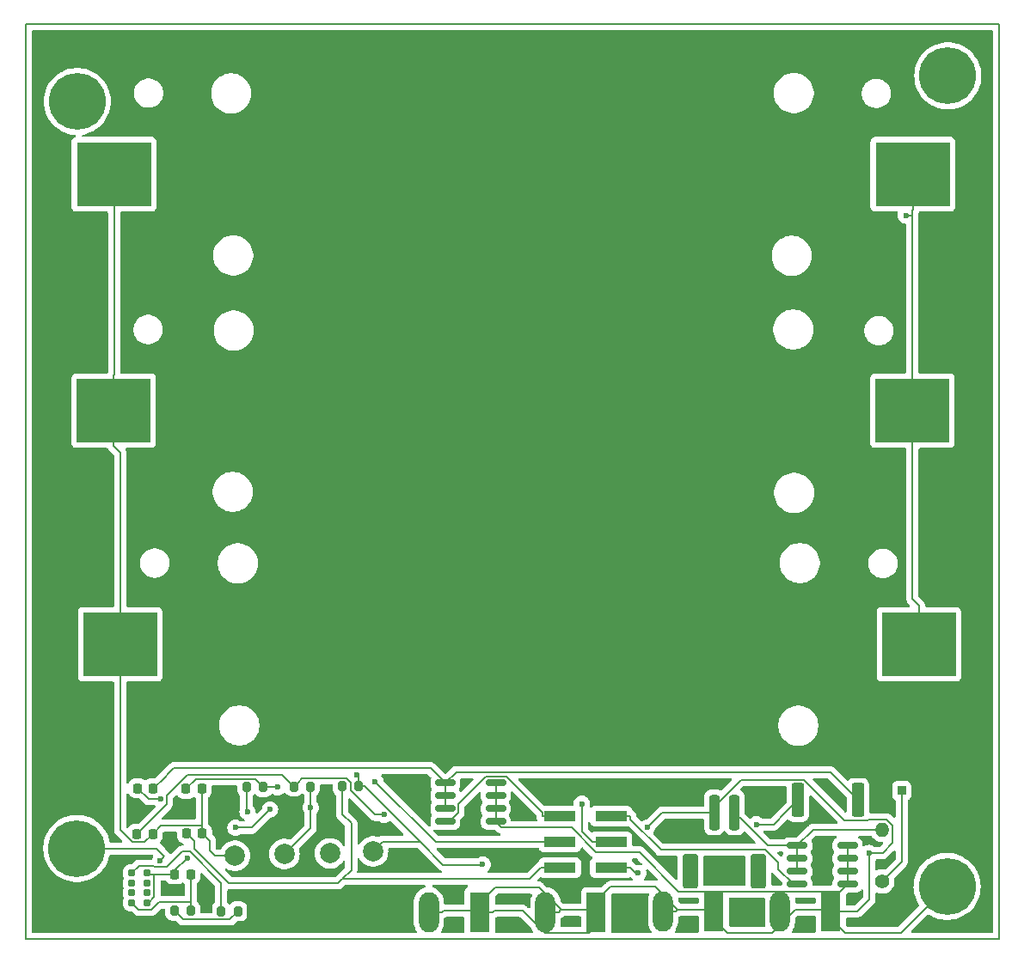
<source format=gbr>
%TF.GenerationSoftware,KiCad,Pcbnew,8.0.2-1*%
%TF.CreationDate,2024-08-29T11:45:14-05:00*%
%TF.ProjectId,BattBoard,42617474-426f-4617-9264-2e6b69636164,rev?*%
%TF.SameCoordinates,Original*%
%TF.FileFunction,Copper,L1,Top*%
%TF.FilePolarity,Positive*%
%FSLAX46Y46*%
G04 Gerber Fmt 4.6, Leading zero omitted, Abs format (unit mm)*
G04 Created by KiCad (PCBNEW 8.0.2-1) date 2024-08-29 11:45:14*
%MOMM*%
%LPD*%
G01*
G04 APERTURE LIST*
G04 Aperture macros list*
%AMRoundRect*
0 Rectangle with rounded corners*
0 $1 Rounding radius*
0 $2 $3 $4 $5 $6 $7 $8 $9 X,Y pos of 4 corners*
0 Add a 4 corners polygon primitive as box body*
4,1,4,$2,$3,$4,$5,$6,$7,$8,$9,$2,$3,0*
0 Add four circle primitives for the rounded corners*
1,1,$1+$1,$2,$3*
1,1,$1+$1,$4,$5*
1,1,$1+$1,$6,$7*
1,1,$1+$1,$8,$9*
0 Add four rect primitives between the rounded corners*
20,1,$1+$1,$2,$3,$4,$5,0*
20,1,$1+$1,$4,$5,$6,$7,0*
20,1,$1+$1,$6,$7,$8,$9,0*
20,1,$1+$1,$8,$9,$2,$3,0*%
G04 Aperture macros list end*
%TA.AperFunction,Conductor*%
%ADD10C,0.200000*%
%TD*%
%TA.AperFunction,ComponentPad*%
%ADD11C,2.000000*%
%TD*%
%TA.AperFunction,SMDPad,CuDef*%
%ADD12RoundRect,0.225000X-0.225000X-0.250000X0.225000X-0.250000X0.225000X0.250000X-0.225000X0.250000X0*%
%TD*%
%TA.AperFunction,SMDPad,CuDef*%
%ADD13RoundRect,0.225000X0.225000X0.250000X-0.225000X0.250000X-0.225000X-0.250000X0.225000X-0.250000X0*%
%TD*%
%TA.AperFunction,ComponentPad*%
%ADD14C,5.600000*%
%TD*%
%TA.AperFunction,SMDPad,CuDef*%
%ADD15RoundRect,0.200000X-0.200000X-0.275000X0.200000X-0.275000X0.200000X0.275000X-0.200000X0.275000X0*%
%TD*%
%TA.AperFunction,SMDPad,CuDef*%
%ADD16R,3.150000X1.000000*%
%TD*%
%TA.AperFunction,ComponentPad*%
%ADD17R,0.850000X0.850000*%
%TD*%
%TA.AperFunction,SMDPad,CuDef*%
%ADD18RoundRect,0.175000X-0.175000X0.185000X-0.175000X-0.185000X0.175000X-0.185000X0.175000X0.185000X0*%
%TD*%
%TA.AperFunction,SMDPad,CuDef*%
%ADD19R,7.340000X6.350000*%
%TD*%
%TA.AperFunction,SMDPad,CuDef*%
%ADD20RoundRect,0.200000X0.200000X0.275000X-0.200000X0.275000X-0.200000X-0.275000X0.200000X-0.275000X0*%
%TD*%
%TA.AperFunction,SMDPad,CuDef*%
%ADD21RoundRect,0.150000X-0.825000X-0.150000X0.825000X-0.150000X0.825000X0.150000X-0.825000X0.150000X0*%
%TD*%
%TA.AperFunction,SMDPad,CuDef*%
%ADD22RoundRect,0.250000X-0.362500X-1.425000X0.362500X-1.425000X0.362500X1.425000X-0.362500X1.425000X0*%
%TD*%
%TA.AperFunction,ComponentPad*%
%ADD23C,1.400000*%
%TD*%
%TA.AperFunction,ComponentPad*%
%ADD24O,1.400000X1.400000*%
%TD*%
%TA.AperFunction,SMDPad,CuDef*%
%ADD25RoundRect,0.250000X-0.250000X-1.500000X0.250000X-1.500000X0.250000X1.500000X-0.250000X1.500000X0*%
%TD*%
%TA.AperFunction,SMDPad,CuDef*%
%ADD26RoundRect,0.250001X-0.499999X-1.449999X0.499999X-1.449999X0.499999X1.449999X-0.499999X1.449999X0*%
%TD*%
%TA.AperFunction,ComponentPad*%
%ADD27R,1.980000X3.960000*%
%TD*%
%TA.AperFunction,ComponentPad*%
%ADD28O,1.980000X3.960000*%
%TD*%
%TA.AperFunction,ViaPad*%
%ADD29C,0.600000*%
%TD*%
G04 APERTURE END LIST*
%TO.N,PACK-*%
D10*
X92714600Y-45710000D02*
X188599600Y-45710000D01*
X188599600Y-135880000D01*
X92714600Y-135880000D01*
X92714600Y-45710000D01*
X92724601Y-52250000D02*
X92724601Y-52250000D01*
X92724601Y-52250000D01*
X92724601Y-52250000D01*
X92724601Y-52250000D01*
X92724601Y-52250000D01*
X92724601Y-52250001D01*
X92724601Y-52250001D01*
X92724601Y-52250001D01*
X92724601Y-52250001D01*
X92724601Y-52250001D01*
X92724601Y-52250001D01*
X92724601Y-52250001D01*
X92724600Y-52250001D01*
X92724600Y-52250001D01*
X92724600Y-52250001D01*
X92724600Y-52250001D01*
X92724600Y-52250001D01*
X92724600Y-52250001D01*
X92724600Y-52250001D01*
X92724600Y-52250001D01*
X92724600Y-52250001D01*
X92724600Y-52250001D01*
X92724600Y-52250001D01*
X92724600Y-52250001D01*
X92724599Y-52250001D01*
X92724599Y-52250001D01*
X92724599Y-52250001D01*
X92724599Y-52250001D01*
X92724599Y-52250001D01*
X92724599Y-52250001D01*
X92724599Y-52250000D01*
X92724599Y-52250000D01*
X92724599Y-52250000D01*
X92724599Y-52250000D01*
X92724599Y-52250000D01*
X92724599Y-52250000D01*
X92724599Y-52250000D02*
X92724599Y-52250000D01*
X92724599Y-52250000D01*
X92724599Y-52250000D01*
X92724599Y-52250000D01*
X92724599Y-52250000D01*
X92724599Y-52250000D01*
X92724599Y-52249999D01*
X92724599Y-52249999D01*
X92724599Y-52249999D01*
X92724599Y-52249999D01*
X92724599Y-52249999D01*
X92724600Y-52249999D01*
X92724600Y-52249999D01*
X92724600Y-52249999D01*
X92724600Y-52249999D01*
X92724600Y-52249999D01*
X92724600Y-52249999D01*
X92724600Y-52249999D01*
X92724600Y-52249999D01*
X92724600Y-52249999D01*
X92724600Y-52249999D01*
X92724600Y-52249999D01*
X92724600Y-52249999D01*
X92724601Y-52249999D01*
X92724601Y-52249999D01*
X92724601Y-52249999D01*
X92724601Y-52249999D01*
X92724601Y-52249999D01*
X92724601Y-52249999D01*
X92724601Y-52250000D01*
X92724601Y-52250000D01*
X92724601Y-52250000D01*
X92724601Y-52250000D01*
X92724601Y-52250000D01*
X92724601Y-52250000D01*
X92724601Y-52250000D01*
%TD*%
D11*
%TO.P,TP3,1,1*%
%TO.N,PACK-*%
X122700000Y-127425000D03*
%TD*%
D12*
%TO.P,C5,1*%
%TO.N,PACK+*%
X107425000Y-129515000D03*
%TO.P,C5,2*%
%TO.N,GND*%
X108975000Y-129515000D03*
%TD*%
D13*
%TO.P,C1,1*%
%TO.N,Net-(C1-Pad1)*%
X105324600Y-121025000D03*
%TO.P,C1,2*%
%TO.N,PACK-*%
X103774600Y-121025000D03*
%TD*%
D14*
%TO.P,H1,1,1*%
%TO.N,PACK-*%
X97825000Y-53325000D03*
%TD*%
D15*
%TO.P,R7,1*%
%TO.N,TEMP_PDU*%
X107400000Y-133075000D03*
%TO.P,R7,2*%
%TO.N,GND*%
X109050000Y-133075000D03*
%TD*%
D16*
%TO.P,R5460N233AF1,1,DOUT*%
%TO.N,Net-(Q1-G)*%
X145349600Y-123760000D03*
%TO.P,R5460N233AF1,2,COUT*%
%TO.N,Net-(Q2-G)*%
X150399600Y-123760000D03*
%TO.P,R5460N233AF1,3,V-*%
%TO.N,Net-(R5460N233AF1-V-)*%
X145349600Y-126300000D03*
%TO.P,R5460N233AF1,4,VC*%
%TO.N,Net-(R5460N233AF1-VC)*%
X150399600Y-126300000D03*
%TO.P,R5460N233AF1,5,VDD*%
%TO.N,/VDD*%
X145349600Y-128840000D03*
%TO.P,R5460N233AF1,6,VSS*%
%TO.N,B-*%
X150399600Y-128840000D03*
%TD*%
D17*
%TO.P,J1,1,Pin_1*%
%TO.N,BAT_THERM*%
X178999600Y-121250000D03*
%TD*%
D18*
%TO.P,TEMP1,1,VOUT*%
%TO.N,Net-(TEMP1-VOUT)*%
X103175000Y-129385000D03*
%TO.P,TEMP1,2,NC_2*%
%TO.N,unconnected-(TEMP1-NC_2-Pad2)*%
X103175000Y-130355000D03*
%TO.P,TEMP1,3,NC_3*%
%TO.N,unconnected-(TEMP1-NC_3-Pad3)*%
X103175000Y-131325000D03*
%TO.P,TEMP1,4,GND*%
%TO.N,GND*%
X103175000Y-132295000D03*
%TO.P,TEMP1,5,~{SHUTDOWN}*%
%TO.N,PACK+*%
X104725000Y-132295000D03*
%TO.P,TEMP1,6,NC_4*%
%TO.N,unconnected-(TEMP1-NC_4-Pad6)*%
X104725000Y-131325000D03*
%TO.P,TEMP1,7,NC*%
%TO.N,unconnected-(TEMP1-NC-Pad7)*%
X104725000Y-130355000D03*
%TO.P,TEMP1,8,+VS*%
%TO.N,PACK+*%
X104725000Y-129385000D03*
%TD*%
D19*
%TO.P,KEYSTONE-3,1,NEG*%
%TO.N,B-*%
X102049600Y-106825000D03*
%TO.P,KEYSTONE-3,2,POS*%
%TO.N,BM*%
X180709600Y-106825000D03*
%TD*%
D20*
%TO.P,R2,1*%
%TO.N,Net-(R5460N233AF1-V-)*%
X116124600Y-120900000D03*
%TO.P,R2,2*%
%TO.N,PACK-*%
X114474600Y-120900000D03*
%TD*%
D13*
%TO.P,C4,1*%
%TO.N,B-*%
X110149600Y-125475000D03*
%TO.P,C4,2*%
%TO.N,/VDD*%
X108599600Y-125475000D03*
%TD*%
D15*
%TO.P,R6,1*%
%TO.N,Net-(TEMP1-VOUT)*%
X112000000Y-133150000D03*
%TO.P,R6,2*%
%TO.N,TEMP_PDU*%
X113650000Y-133150000D03*
%TD*%
D11*
%TO.P,TP1,1,1*%
%TO.N,B-*%
X113350000Y-127675000D03*
%TD*%
D20*
%TO.P,R3,1*%
%TO.N,BM*%
X120799600Y-120850000D03*
%TO.P,R3,2*%
%TO.N,Net-(R5460N233AF1-VC)*%
X119149600Y-120850000D03*
%TD*%
D13*
%TO.P,C3,1*%
%TO.N,B-*%
X105249600Y-125525000D03*
%TO.P,C3,2*%
%TO.N,Net-(R5460N233AF1-VC)*%
X103699600Y-125525000D03*
%TD*%
D19*
%TO.P,KEYSTONE-2,1,NEG*%
%TO.N,B-*%
X101399600Y-83800000D03*
%TO.P,KEYSTONE-2,2,POS*%
%TO.N,BM*%
X180059600Y-83800000D03*
%TD*%
D13*
%TO.P,C2,1*%
%TO.N,B-*%
X110074600Y-121075000D03*
%TO.P,C2,2*%
%TO.N,Net-(R5460N233AF1-V-)*%
X108524600Y-121075000D03*
%TD*%
D20*
%TO.P,R4,1*%
%TO.N,PACK+*%
X125549600Y-120825000D03*
%TO.P,R4,2*%
%TO.N,/VDD*%
X123899600Y-120825000D03*
%TD*%
D14*
%TO.P,H4,1,1*%
%TO.N,PACK-*%
X183475000Y-130700000D03*
%TD*%
%TO.P,H3,1,1*%
%TO.N,PACK-*%
X97775000Y-126950000D03*
%TD*%
D21*
%TO.P,Q2,1,S*%
%TO.N,PACK-*%
X168724600Y-126670000D03*
%TO.P,Q2,2,S*%
X168724600Y-127940000D03*
%TO.P,Q2,3,S*%
X168724600Y-129210000D03*
%TO.P,Q2,4,G*%
%TO.N,Net-(Q2-G)*%
X168724600Y-130480000D03*
%TO.P,Q2,5,D*%
%TO.N,Net-(Q1-D-Pad5)*%
X173674600Y-130480000D03*
%TO.P,Q2,6,D*%
X173674600Y-129210000D03*
%TO.P,Q2,7,D*%
X173674600Y-127940000D03*
%TO.P,Q2,8,D*%
X173674600Y-126670000D03*
%TD*%
D19*
%TO.P,KEYSTONE-1,1,NEG*%
%TO.N,B-*%
X101444600Y-60500000D03*
%TO.P,KEYSTONE-1,2,POS*%
%TO.N,BM*%
X180104600Y-60500000D03*
%TD*%
D22*
%TO.P,R1,1*%
%TO.N,B-*%
X168787100Y-122175000D03*
%TO.P,R1,2*%
%TO.N,Net-(C1-Pad1)*%
X174712100Y-122175000D03*
%TD*%
D23*
%TO.P,TH1,1*%
%TO.N,BAT_THERM*%
X177099600Y-130190000D03*
D24*
%TO.P,TH1,2*%
%TO.N,PACK-*%
X177099600Y-125110000D03*
%TD*%
D25*
%TO.P,J2,1,Pin_1*%
%TO.N,PACK+*%
X160549600Y-123400000D03*
%TO.P,J2,2,Pin_2*%
%TO.N,PACK-*%
X162549600Y-123400000D03*
D26*
%TO.P,J2,MP*%
%TO.N,N/C*%
X158199600Y-129150000D03*
X164899600Y-129150000D03*
%TD*%
D11*
%TO.P,TP4,1,1*%
%TO.N,PACK+*%
X126950000Y-127250000D03*
%TD*%
D14*
%TO.P,H2,1,1*%
%TO.N,PACK-*%
X183550000Y-50800000D03*
%TD*%
D21*
%TO.P,Q1,1,S*%
%TO.N,Net-(C1-Pad1)*%
X134074600Y-120495000D03*
%TO.P,Q1,2,S*%
X134074600Y-121765000D03*
%TO.P,Q1,3,S*%
X134074600Y-123035000D03*
%TO.P,Q1,4,G*%
%TO.N,Net-(Q1-G)*%
X134074600Y-124305000D03*
%TO.P,Q1,5,D*%
%TO.N,Net-(Q1-D-Pad5)*%
X139024600Y-124305000D03*
%TO.P,Q1,6,D*%
X139024600Y-123035000D03*
%TO.P,Q1,7,D*%
X139024600Y-121765000D03*
%TO.P,Q1,8,D*%
X139024600Y-120495000D03*
%TD*%
D27*
%TO.P,J6,1,Pin_1*%
%TO.N,PACK+*%
X137450000Y-133225000D03*
D28*
%TO.P,J6,2,Pin_2*%
%TO.N,PACK-*%
X132450000Y-133225000D03*
%TD*%
D27*
%TO.P,J3,1,Pin_1*%
%TO.N,PACK+*%
X172025000Y-133150000D03*
D28*
%TO.P,J3,2,Pin_2*%
%TO.N,PACK-*%
X167025000Y-133150000D03*
%TD*%
D27*
%TO.P,J4,1,Pin_1*%
%TO.N,PACK+*%
X160500000Y-133150000D03*
D28*
%TO.P,J4,2,Pin_2*%
%TO.N,PACK-*%
X155500000Y-133150000D03*
%TD*%
D27*
%TO.P,J5,1,Pin_1*%
%TO.N,PACK+*%
X148925000Y-133250000D03*
D28*
%TO.P,J5,2,Pin_2*%
%TO.N,PACK-*%
X143925000Y-133250000D03*
%TD*%
D11*
%TO.P,TP2,1,1*%
%TO.N,BM*%
X118225000Y-127500000D03*
%TD*%
D29*
%TO.N,PACK+*%
X175800000Y-127400000D03*
X113400000Y-124900000D03*
X116800000Y-123100000D03*
%TO.N,BM*%
X120800000Y-122900000D03*
%TO.N,PACK-*%
X114579000Y-123329000D03*
X105988000Y-128152000D03*
X106012000Y-122073000D03*
%TO.N,B-*%
X164682000Y-124583000D03*
X153064000Y-129374000D03*
%TO.N,Net-(R5460N233AF1-V-)*%
X117538000Y-120921000D03*
X127146000Y-120338000D03*
%TO.N,Net-(R5460N233AF1-VC)*%
X147504000Y-122537000D03*
X128062000Y-123629000D03*
%TO.N,PACK+*%
X153946000Y-124887000D03*
X137752000Y-128530000D03*
X108638000Y-127881000D03*
X125374000Y-119665000D03*
%TO.N,BM*%
X179410000Y-64577600D03*
%TD*%
D10*
%TO.N,PACK+*%
X175800000Y-127400000D02*
X177132000Y-127400000D01*
%TO.N,Net-(Q1-D-Pad5)*%
X173674600Y-127940000D02*
X173674600Y-126670000D01*
%TO.N,BAT_THERM*%
X177099600Y-130190000D02*
X177100000Y-130190000D01*
X177100000Y-130190000D02*
X179000000Y-128290000D01*
X178999600Y-122397100D02*
X178999600Y-121250000D01*
X179000000Y-128290000D02*
X179000000Y-122397500D01*
X179000000Y-122397500D02*
X178999600Y-122397100D01*
%TO.N,Net-(C1-Pad1)*%
X134074600Y-121765000D02*
X134074600Y-123035000D01*
%TO.N,PACK+*%
X131574000Y-126290000D02*
X133834000Y-128550000D01*
%TO.N,Net-(C1-Pad1)*%
X106439500Y-119910000D02*
X106439500Y-119910100D01*
X106439500Y-119910100D02*
X105324600Y-121025000D01*
%TO.N,B-*%
X110150000Y-125474900D02*
X110865000Y-126189900D01*
X110865000Y-126189900D02*
X110865000Y-127174314D01*
X110865000Y-127174314D02*
X111365686Y-127675000D01*
X111365686Y-127675000D02*
X113350000Y-127675000D01*
%TO.N,/VDD*%
X123900000Y-129957000D02*
X123494000Y-130362000D01*
X123494000Y-130362000D02*
X112762000Y-130362000D01*
X112762000Y-130362000D02*
X109349000Y-126949000D01*
X109349000Y-126949000D02*
X109349000Y-126224000D01*
X123900000Y-129957000D02*
X124800000Y-129057000D01*
X124800000Y-124475000D02*
X123900000Y-123575000D01*
X123900000Y-123575000D02*
X123900000Y-120825400D01*
X123900000Y-120825400D02*
X123899600Y-120825000D01*
X124800000Y-129057000D02*
X124800000Y-124475000D01*
%TO.N,PACK+*%
X113400000Y-124900000D02*
X113500000Y-124900000D01*
X115000000Y-124900000D02*
X113400000Y-124900000D01*
X116800000Y-123100000D02*
X115000000Y-124900000D01*
%TO.N,BM*%
X120800000Y-122900000D02*
X120800000Y-124925000D01*
X120800000Y-124925000D02*
X118225000Y-127500000D01*
%TO.N,PACK-*%
X106012000Y-122073000D02*
X104822600Y-122073000D01*
X104822600Y-122073000D02*
X103774600Y-121025000D01*
X168725000Y-127670000D02*
X168725000Y-128418500D01*
X168725000Y-128418500D02*
X168724600Y-128418900D01*
X168724600Y-128418900D02*
X168724600Y-129210000D01*
%TO.N,Net-(R5460N233AF1-VC)*%
X104448000Y-124776000D02*
X104448000Y-124776600D01*
X104448000Y-124776600D02*
X103699600Y-125525000D01*
%TO.N,PACK-*%
X162550000Y-123400000D02*
X163416000Y-124266000D01*
X150348000Y-130743000D02*
X154727000Y-130743000D01*
X168725000Y-126670000D02*
X168725000Y-127400000D01*
X168533000Y-132975000D02*
X171117000Y-132975000D01*
X114475000Y-123225000D02*
X114475000Y-122062000D01*
X135375000Y-133100000D02*
X136667000Y-133100000D01*
X168724600Y-126670000D02*
X165820000Y-126670000D01*
X159542000Y-132975000D02*
X161823000Y-135257000D01*
X105600000Y-126950000D02*
X106394000Y-127744000D01*
X138948000Y-130818000D02*
X143277000Y-130818000D01*
X136667000Y-133100000D02*
X138948000Y-130818000D01*
X168725000Y-127670000D02*
X168725000Y-127400000D01*
X97775000Y-126950000D02*
X105600000Y-126950000D01*
X161823000Y-135257000D02*
X166252000Y-135257000D01*
X168725000Y-126670000D02*
X170285000Y-125110000D01*
X133866700Y-133100000D02*
X133741700Y-133225000D01*
X143925000Y-133250000D02*
X145216700Y-133250000D01*
X177099600Y-125110000D02*
X177100000Y-125110000D01*
X166252000Y-135257000D02*
X167691800Y-133816500D01*
X167025000Y-133150000D02*
X167025300Y-133150000D01*
X167691800Y-133816500D02*
X168533000Y-132975000D01*
X145483000Y-133025000D02*
X148067000Y-133025000D01*
X168725000Y-126670000D02*
X168724600Y-126670000D01*
X165820000Y-126670000D02*
X163416000Y-124266000D01*
X156791700Y-133141300D02*
X156958000Y-132975000D01*
X168724600Y-127670400D02*
X168724600Y-127940000D01*
X154727000Y-130743000D02*
X156958000Y-132975000D01*
X171117000Y-132975000D02*
X173398000Y-135257000D01*
X114579000Y-123329000D02*
X114475000Y-123225000D01*
X114474600Y-122061600D02*
X114475000Y-122062000D01*
X173398000Y-135257000D02*
X178918000Y-135257000D01*
X156958000Y-132975000D02*
X159542000Y-132975000D01*
X114474600Y-120900000D02*
X114474600Y-122061600D01*
X178918000Y-135257000D02*
X183475000Y-130700000D01*
X105988000Y-128152000D02*
X106394000Y-127744000D01*
X168725000Y-127670000D02*
X168724600Y-127670400D01*
X145483000Y-133025000D02*
X145441700Y-133025000D01*
X168725000Y-128078000D02*
X168725000Y-127940000D01*
X145441700Y-133025000D02*
X145216700Y-133250000D01*
X148067000Y-133025000D02*
X150348000Y-130743000D01*
X170285000Y-125110000D02*
X177099600Y-125110000D01*
X167025300Y-133150000D02*
X167691800Y-133816500D01*
X168725000Y-128079000D02*
X168725000Y-128078000D01*
X132450000Y-133225000D02*
X133741700Y-133225000D01*
X156791700Y-133150000D02*
X156791700Y-133141300D01*
X143277000Y-130818000D02*
X145483000Y-133025000D01*
X162549600Y-123400000D02*
X162550000Y-123400000D01*
X135375000Y-133100000D02*
X133866700Y-133100000D01*
X155500000Y-133150000D02*
X156791700Y-133150000D01*
%TO.N,Net-(C1-Pad1)*%
X134075000Y-120514800D02*
X134075000Y-120504900D01*
X134075000Y-120812000D02*
X134075000Y-120654000D01*
X134075000Y-120514800D02*
X134075000Y-120504900D01*
X134075000Y-121646000D02*
X134075000Y-121765000D01*
X134075000Y-120504900D02*
X134075000Y-120499900D01*
X134075000Y-120495000D02*
X132623000Y-119043000D01*
X135140000Y-119430000D02*
X171967000Y-119430000D01*
X134075000Y-120495100D02*
X134075000Y-120495000D01*
X171967000Y-119430000D02*
X173340000Y-120802000D01*
X134075000Y-120654000D02*
X134075000Y-120574500D01*
X134075000Y-120499900D02*
X134075000Y-120497400D01*
X134075000Y-120495000D02*
X135140000Y-119430000D01*
X132623000Y-119043000D02*
X107306000Y-119043000D01*
X105324600Y-121024900D02*
X105324600Y-121025000D01*
X174712000Y-122175000D02*
X174026000Y-121489000D01*
X174712100Y-122175000D02*
X174712000Y-122175000D01*
X134075000Y-120497400D02*
X134075000Y-120496200D01*
X134075000Y-120495300D02*
X134075000Y-120495100D01*
X134075000Y-120514800D02*
X134075000Y-120504900D01*
X134075000Y-120534700D02*
X134075000Y-120514800D01*
X134075000Y-120495600D02*
X134075000Y-120495300D01*
X134075000Y-120574500D02*
X134075000Y-120534700D01*
X134075000Y-120534700D02*
X134075000Y-120514800D01*
X134075000Y-120574500D02*
X134075000Y-120534700D01*
X134075000Y-120504900D02*
X134075000Y-120499900D01*
X134075000Y-120495000D02*
X134074600Y-120495000D01*
X134075000Y-120495600D02*
X134075000Y-120495300D01*
X134075000Y-120499900D02*
X134075000Y-120497400D01*
X106811000Y-119538000D02*
X106439500Y-119910000D01*
X134075000Y-120495100D02*
X134075000Y-120495000D01*
X134075000Y-120654000D02*
X134075000Y-120574500D01*
X173340000Y-120802000D02*
X173340000Y-120803000D01*
X134075000Y-120497400D02*
X134075000Y-120496200D01*
X173340000Y-120803000D02*
X174026000Y-121489000D01*
X134075000Y-120497400D02*
X134075000Y-120496200D01*
X134075000Y-120504900D02*
X134075000Y-120499900D01*
X134075000Y-121765000D02*
X134075000Y-121646000D01*
X134075000Y-120495600D02*
X134075000Y-120495300D01*
X134075000Y-121646000D02*
X134075000Y-120812000D01*
X134075000Y-120812000D02*
X134075000Y-120654000D01*
X134075000Y-120534700D02*
X134075000Y-120514800D01*
X134075000Y-120496200D02*
X134075000Y-120495600D01*
X134075000Y-120495300D02*
X134075000Y-120495100D01*
X134075000Y-120496200D02*
X134075000Y-120495600D01*
X134075000Y-120495100D02*
X134075000Y-120495000D01*
X134075000Y-120654000D02*
X134075000Y-120574500D01*
X134075000Y-120574500D02*
X134075000Y-120534700D01*
X134075000Y-120496200D02*
X134075000Y-120495600D01*
X134075000Y-120495300D02*
X134075000Y-120495100D01*
X107306000Y-119043000D02*
X106811000Y-119538000D01*
X134075000Y-120499900D02*
X134075000Y-120497400D01*
%TO.N,B-*%
X110149700Y-125474900D02*
X110149600Y-125475000D01*
X110150000Y-125474700D02*
X110150000Y-125474800D01*
X110150000Y-125474800D02*
X110150000Y-125474900D01*
X101400000Y-83800000D02*
X101399600Y-83800000D01*
X102050000Y-106818500D02*
X102049600Y-106818900D01*
X101400000Y-80323300D02*
X101445000Y-80278300D01*
X110150000Y-125474900D02*
X110149700Y-125474900D01*
X110150000Y-125387000D02*
X110150000Y-125431000D01*
X101400000Y-83800000D02*
X101400000Y-80323300D01*
X164682000Y-124583000D02*
X166379000Y-124583000D01*
X102050000Y-106818500D02*
X102050000Y-106825000D01*
X150400000Y-128840000D02*
X150399600Y-128840000D01*
X110150000Y-125387000D02*
X110150000Y-125431000D01*
X113295000Y-127620000D02*
X113350000Y-127675000D01*
X110150000Y-125472000D02*
X110150000Y-125474000D01*
X103247000Y-126313000D02*
X102050000Y-125115000D01*
X168787100Y-122175000D02*
X168787000Y-122175000D01*
X101445000Y-67377500D02*
X101444600Y-67377100D01*
X101400000Y-87276700D02*
X101400000Y-83800000D01*
X110150000Y-125474500D02*
X110150000Y-125474700D01*
X110150000Y-125469000D02*
X110150000Y-125472000D01*
X153064000Y-129374000D02*
X152811000Y-129374000D01*
X110150000Y-125431000D02*
X110150000Y-125453000D01*
X110150000Y-125474700D02*
X110150000Y-125474800D01*
X110075000Y-124693000D02*
X110075000Y-122884000D01*
X110150000Y-125474500D02*
X110150000Y-125474700D01*
X102050000Y-125115000D02*
X102050000Y-109606000D01*
X110074600Y-121075000D02*
X110074600Y-122883600D01*
X110150000Y-125464000D02*
X110150000Y-125469000D01*
X105249600Y-125525000D02*
X105249800Y-125525200D01*
X110150000Y-125469000D02*
X110150000Y-125472000D01*
X101444600Y-67377100D02*
X101444600Y-60500000D01*
X110075000Y-124693000D02*
X106082000Y-124693000D01*
X110150000Y-125453000D02*
X110150000Y-125464000D01*
X110150000Y-125474800D02*
X110150000Y-125474900D01*
X152276000Y-128840000D02*
X150400000Y-128840000D01*
X110150000Y-125474000D02*
X110150000Y-125474500D01*
X110150000Y-125431000D02*
X110150000Y-125453000D01*
X102050000Y-103598000D02*
X102050000Y-106812000D01*
X110150000Y-125464000D02*
X110150000Y-125469000D01*
X166379000Y-124583000D02*
X167583000Y-123379000D01*
X110074600Y-122883600D02*
X110075000Y-122884000D01*
X110150000Y-125474700D02*
X110150000Y-125474800D01*
X110150000Y-125298000D02*
X110150000Y-125387000D01*
X110150000Y-125474000D02*
X110150000Y-125474500D01*
X110150000Y-125298000D02*
X110150000Y-125387000D01*
X102050000Y-109606000D02*
X102050000Y-106825000D01*
X110150000Y-125474500D02*
X110150000Y-125474700D01*
X152811000Y-129374000D02*
X152276000Y-128840000D01*
X101445000Y-80278300D02*
X101445000Y-67377500D01*
X102050000Y-87926700D02*
X101400000Y-87276700D01*
X110150000Y-125122000D02*
X110150000Y-125298000D01*
X168787000Y-122175000D02*
X167583000Y-123379000D01*
X110150000Y-125472000D02*
X110150000Y-125474000D01*
X102050000Y-109606000D02*
X102050000Y-106825000D01*
X110150000Y-125474000D02*
X110150000Y-125474500D01*
X110150000Y-125453000D02*
X110150000Y-125464000D01*
X110150000Y-125474900D02*
X110150000Y-125475000D01*
X106082000Y-124693000D02*
X105249800Y-125525200D01*
X104462000Y-126313000D02*
X103247000Y-126313000D01*
X110150000Y-125122000D02*
X110150000Y-125298000D01*
X110150000Y-125474800D02*
X110150000Y-125474900D01*
X101445000Y-67377500D02*
X101445000Y-60500000D01*
X102050000Y-103598000D02*
X102050000Y-87926700D01*
X110150000Y-124768000D02*
X110150000Y-125122000D01*
X105249800Y-125525200D02*
X104462000Y-126313000D01*
X102050000Y-106812000D02*
X102050000Y-106818500D01*
X102049600Y-106818900D02*
X102049600Y-106825000D01*
X110150000Y-125474900D02*
X110150000Y-125475000D01*
X110150000Y-125474900D02*
X110150000Y-125475000D01*
X110075000Y-124693000D02*
X110150000Y-124768000D01*
%TO.N,Net-(R5460N233AF1-V-)*%
X116145000Y-120921000D02*
X117538000Y-120921000D01*
X116128000Y-120902000D02*
X116126000Y-120901000D01*
X116135000Y-120910000D02*
X116145000Y-120921000D01*
X116130000Y-120905000D02*
X116135000Y-120910000D01*
X116135000Y-120910000D02*
X116130000Y-120905000D01*
X109488000Y-120111000D02*
X108525000Y-121074000D01*
X145349600Y-126300000D02*
X145350000Y-126300000D01*
X133108000Y-126300000D02*
X145349600Y-126300000D01*
X116125000Y-120900000D02*
X115336000Y-120111000D01*
X116130000Y-120905000D02*
X116128000Y-120902000D01*
X115336000Y-120111000D02*
X109488000Y-120111000D01*
X116124600Y-120900000D02*
X116125000Y-120900000D01*
X127146000Y-120338000D02*
X133108000Y-126300000D01*
X116126000Y-120901000D02*
X116125000Y-120900000D01*
%TO.N,Net-(R5460N233AF1-VC)*%
X106614000Y-122611000D02*
X104449000Y-124776000D01*
X119355000Y-120644000D02*
X119150000Y-120850000D01*
X147504000Y-125282000D02*
X148523000Y-126300000D01*
X119149600Y-120849600D02*
X117998000Y-119698000D01*
X119972000Y-120028000D02*
X124306000Y-120028000D01*
X124725000Y-121188000D02*
X127166000Y-123629000D01*
X119561000Y-120439000D02*
X119356000Y-120644000D01*
X119356000Y-120644000D02*
X119355000Y-120644000D01*
X124306000Y-120028000D02*
X124725000Y-120447000D01*
X150399600Y-126300000D02*
X150400000Y-126300000D01*
X148523000Y-126300000D02*
X150399600Y-126300000D01*
X104449000Y-124776000D02*
X104448000Y-124776000D01*
X119356000Y-120644000D02*
X119561000Y-120439000D01*
X127166000Y-123629000D02*
X128062000Y-123629000D01*
X119150000Y-120850000D02*
X119149600Y-120849600D01*
X106614000Y-121765000D02*
X106614000Y-122611000D01*
X119561000Y-120439000D02*
X119972000Y-120028000D01*
X147504000Y-122537000D02*
X147504000Y-125282000D01*
X108680000Y-119698000D02*
X106614000Y-121765000D01*
X117998000Y-119698000D02*
X108680000Y-119698000D01*
X119149600Y-120849600D02*
X119149600Y-120850000D01*
X124725000Y-120447000D02*
X124725000Y-121188000D01*
%TO.N,/VDD*%
X109349000Y-126224000D02*
X109099000Y-125974000D01*
X108974000Y-125850000D02*
X108599600Y-125475600D01*
X109348000Y-126224000D02*
X108974000Y-125850000D01*
X143473000Y-128840000D02*
X145349600Y-128840000D01*
X123900000Y-129957000D02*
X142356000Y-129957000D01*
X108599600Y-125475600D02*
X108599600Y-125475000D01*
X109349000Y-126224000D02*
X109348000Y-126224000D01*
X142356000Y-129957000D02*
X143473000Y-128840000D01*
X145349600Y-128840000D02*
X145350000Y-128840000D01*
%TO.N,PACK+*%
X178132000Y-124678000D02*
X177534000Y-124079000D01*
X163174000Y-120182000D02*
X160550000Y-122806000D01*
X155433000Y-123400000D02*
X153946000Y-124887000D01*
X104837000Y-132295000D02*
X105406000Y-131726000D01*
X160550000Y-122806000D02*
X160550000Y-123400000D01*
X143880000Y-135314000D02*
X148195000Y-135314000D01*
X125550000Y-120825000D02*
X125550000Y-119840000D01*
X172025000Y-133150000D02*
X174650000Y-133150000D01*
X133834000Y-128550000D02*
X137732000Y-128550000D01*
X160550000Y-123400000D02*
X160549600Y-123400000D01*
X148195000Y-135314000D02*
X149339000Y-134169500D01*
X174650000Y-133150000D02*
X174825000Y-132975000D01*
X137450000Y-133225000D02*
X138741700Y-133225000D01*
X125620000Y-120825000D02*
X125550000Y-120825000D01*
X148925000Y-133755500D02*
X148925000Y-133250000D01*
X105406000Y-131726000D02*
X105406000Y-129515000D01*
X177534000Y-124079000D02*
X175746000Y-124079000D01*
X125690000Y-120825000D02*
X125620000Y-120825000D01*
X125830000Y-120825000D02*
X125690000Y-120825000D01*
X131574000Y-126290000D02*
X127910000Y-126290000D01*
%TO.N,BM*%
X118473000Y-127875000D02*
X118473000Y-127475000D01*
%TO.N,PACK+*%
X175840000Y-131960000D02*
X175840000Y-127400000D01*
X137732000Y-128550000D02*
X137752000Y-128530000D01*
X125550000Y-120825000D02*
X125549600Y-120825000D01*
X105406000Y-129515000D02*
X107425000Y-129515000D01*
X104855000Y-129515000D02*
X104725000Y-129385000D01*
X107425000Y-129515000D02*
X107425000Y-129094000D01*
X125830000Y-120825000D02*
X125690000Y-120825000D01*
X175746000Y-124079000D02*
X175658000Y-124168000D01*
X160549600Y-123400000D02*
X155433000Y-123400000D01*
X149339000Y-134169500D02*
X148925000Y-133755500D01*
X173357000Y-124168000D02*
X169371000Y-120182000D01*
X175658000Y-124168000D02*
X173357000Y-124168000D01*
X177132000Y-127400000D02*
X178132000Y-126400000D01*
X140375000Y-133100000D02*
X138866700Y-133100000D01*
X138866700Y-133100000D02*
X138741700Y-133225000D01*
X125550000Y-119840000D02*
X125374000Y-119665000D01*
X175840000Y-127400000D02*
X175800000Y-127400000D01*
X169371000Y-120182000D02*
X163174000Y-120182000D01*
X127910000Y-126290000D02*
X126950000Y-127250000D01*
X105406000Y-129515000D02*
X104855000Y-129515000D01*
X178132000Y-126400000D02*
X178132000Y-124678000D01*
X125620000Y-120825000D02*
X125550000Y-120825000D01*
X126109000Y-120825000D02*
X125830000Y-120825000D01*
X141667000Y-133100000D02*
X143880000Y-135314000D01*
X107425000Y-129094000D02*
X108638000Y-127881000D01*
X174825000Y-132975000D02*
X175840000Y-131960000D01*
X140375000Y-133100000D02*
X141667000Y-133100000D01*
X125690000Y-120825000D02*
X125620000Y-120825000D01*
X131574000Y-126290000D02*
X126109000Y-120825000D01*
X104725000Y-132295000D02*
X104837000Y-132295000D01*
%TO.N,BM*%
X180060000Y-80622500D02*
X180060000Y-83787500D01*
X180060000Y-64021700D02*
X180105000Y-63976700D01*
X180105000Y-63107500D02*
X180104600Y-63107100D01*
X180710000Y-103010000D02*
X180710000Y-103964000D01*
X180060000Y-87374600D02*
X180060000Y-83800000D01*
X180710000Y-103964000D02*
X180710000Y-104918000D01*
X120800000Y-120850400D02*
X120800000Y-122831000D01*
X180060000Y-83793700D02*
X180059600Y-83794100D01*
X180060000Y-83787500D02*
X180060000Y-83793700D01*
X180105000Y-63976700D02*
X180105000Y-63107500D01*
X180060000Y-87375000D02*
X180060000Y-102360000D01*
X180060000Y-87375000D02*
X180060000Y-87374600D01*
X180060000Y-83793700D02*
X180060000Y-83800000D01*
X180060000Y-64577600D02*
X180060000Y-80622500D01*
X180060000Y-87374600D02*
X180060000Y-83800000D01*
X180710000Y-103964000D02*
X180709600Y-103964400D01*
X180060000Y-64577600D02*
X180060000Y-64021700D01*
X120799600Y-120850000D02*
X120800000Y-120850400D01*
X180105000Y-63107500D02*
X180105000Y-62238300D01*
X180060000Y-102360000D02*
X180710000Y-103010000D01*
X180104600Y-63107100D02*
X180104600Y-60500000D01*
X180060000Y-87375000D02*
X180060000Y-87374600D01*
X180709600Y-103964400D02*
X180709600Y-106825000D01*
X180059600Y-83794100D02*
X180059600Y-83800000D01*
X180060000Y-64577600D02*
X179410000Y-64577600D01*
%TO.N,Net-(Q1-G)*%
X145349600Y-123760000D02*
X143639000Y-123760000D01*
X140058000Y-119883000D02*
X138020000Y-119883000D01*
X135367000Y-122535000D02*
X135367000Y-123419000D01*
X145350000Y-123760000D02*
X145349600Y-123760000D01*
X138020000Y-119883000D02*
X135367000Y-122535000D01*
X135367000Y-123419000D02*
X134481000Y-124305000D01*
X143639000Y-123464000D02*
X140058000Y-119883000D01*
X134481000Y-124305000D02*
X134075000Y-124305000D01*
X143639000Y-123760000D02*
X143639000Y-123464000D01*
X134075000Y-124305000D02*
X134074600Y-124305000D01*
%TO.N,Net-(Q1-D-Pad5)*%
X139024600Y-120831900D02*
X139024600Y-120495000D01*
X139025000Y-123829000D02*
X139025000Y-124067000D01*
X173675000Y-129249500D02*
X173675000Y-129210000D01*
X173675000Y-129249500D02*
X173675000Y-129210000D01*
X173675000Y-129368000D02*
X173675000Y-129289000D01*
X139025000Y-124305000D02*
X139317500Y-124598000D01*
X139024600Y-124305100D02*
X139024600Y-124305000D01*
X139024600Y-121618100D02*
X139024600Y-121765000D01*
X139025000Y-123194000D02*
X139025000Y-122403200D01*
X139025000Y-123829000D02*
X139025000Y-124067000D01*
X173675000Y-129528000D02*
X173675000Y-129527000D01*
X139025000Y-123194000D02*
X139025000Y-123352000D01*
X173675000Y-127781200D02*
X173674600Y-127780800D01*
X146485000Y-124891000D02*
X148910000Y-127315000D01*
X173675000Y-130480000D02*
X173675000Y-129528000D01*
X172972000Y-131183000D02*
X173674600Y-130480400D01*
X139317500Y-124598000D02*
X139024600Y-124305100D01*
X173675000Y-129289000D02*
X173675000Y-129249500D01*
X139025000Y-120832300D02*
X139025000Y-120495000D01*
X139025000Y-123352000D02*
X139025000Y-123829000D01*
X139025000Y-122403200D02*
X139024600Y-122403600D01*
X173675000Y-129527000D02*
X173675000Y-129368000D01*
X173675000Y-129527000D02*
X173675000Y-129368000D01*
X139317500Y-124598000D02*
X139610000Y-124891000D01*
X139024600Y-122403600D02*
X139024600Y-123035000D01*
X139025000Y-122403200D02*
X139025000Y-121617700D01*
X139025000Y-124067000D02*
X139025000Y-124305000D01*
X173675000Y-129289000D02*
X173675000Y-129249500D01*
X173675000Y-129249500D02*
X173675000Y-129210000D01*
X139025000Y-121617700D02*
X139025000Y-120832300D01*
X173675000Y-128257500D02*
X173674600Y-128257100D01*
X139610000Y-124891000D02*
X146485000Y-124891000D01*
X173674600Y-130480400D02*
X173674600Y-130480000D01*
X173674600Y-130480400D02*
X173675000Y-130480000D01*
X173675000Y-129210000D02*
X173675000Y-128257500D01*
X139025000Y-124067000D02*
X139025000Y-124305000D01*
X173675000Y-129289000D02*
X173675000Y-129249500D01*
X148910000Y-127315000D02*
X153175000Y-127315000D01*
X139025000Y-124067000D02*
X139025000Y-124305000D01*
X139025000Y-121617700D02*
X139024600Y-121618100D01*
X173675000Y-129368000D02*
X173675000Y-129289000D01*
X173675000Y-129249500D02*
X173674600Y-129249100D01*
X173675000Y-128257500D02*
X173675000Y-127781200D01*
X173674600Y-128257100D02*
X173674600Y-127940000D01*
X173675000Y-129289000D02*
X173675000Y-129249500D01*
X173675000Y-129528000D02*
X173675000Y-129527000D01*
X139025000Y-120832300D02*
X139024600Y-120831900D01*
X153175000Y-127315000D02*
X157042000Y-131183000D01*
X173674600Y-129249100D02*
X173674600Y-129210000D01*
X173675000Y-129368000D02*
X173675000Y-129289000D01*
X173675000Y-129249500D02*
X173675000Y-129210000D01*
%TO.N,Net-(Q2-G)*%
X168724600Y-130480000D02*
X168725000Y-130480000D01*
X150400000Y-123760000D02*
X150399600Y-123760000D01*
X152276000Y-123760000D02*
X152276000Y-124068000D01*
X152276000Y-124068000D02*
X155306000Y-127098000D01*
X166841000Y-128995000D02*
X168326000Y-130480000D01*
X155306000Y-127098000D02*
X165581000Y-127098000D01*
X168326000Y-130480000D02*
X168724600Y-130480000D01*
X165581000Y-127098000D02*
X166841000Y-128358000D01*
X166841000Y-128358000D02*
X166841000Y-128995000D01*
X150400000Y-123760000D02*
X152276000Y-123760000D01*
%TO.N,GND*%
X108975000Y-132269000D02*
X105833000Y-132269000D01*
X103865000Y-132985000D02*
X103175000Y-132295000D01*
X105117000Y-132985000D02*
X103865000Y-132985000D01*
X109050000Y-133075000D02*
X109050000Y-132344000D01*
X109050000Y-132344000D02*
X108975000Y-132269000D01*
X108975000Y-129515000D02*
X108975000Y-132269000D01*
X105833000Y-132269000D02*
X105117000Y-132985000D01*
%TO.N,TEMP_PDU*%
X112854000Y-133946000D02*
X108271000Y-133946000D01*
X113650000Y-133150000D02*
X112854000Y-133946000D01*
X108271000Y-133946000D02*
X107400000Y-133075000D01*
%TO.N,Net-(TEMP1-VOUT)*%
X108883000Y-127275000D02*
X108152000Y-127275000D01*
X105313000Y-128651000D02*
X103909000Y-128651000D01*
X112000000Y-130392000D02*
X108883000Y-127275000D01*
X106628000Y-128798000D02*
X105460000Y-128798000D01*
X112000000Y-133150000D02*
X112000000Y-130392000D01*
X105460000Y-128798000D02*
X105313000Y-128651000D01*
X103909000Y-128651000D02*
X103175000Y-129385000D01*
X108152000Y-127275000D02*
X106628000Y-128798000D01*
%TO.N,Net-(Q1-D-Pad5)*%
X157042000Y-131183000D02*
X172972000Y-131183000D01*
%TD*%
%TA.AperFunction,NonConductor*%
G36*
X136790645Y-120050185D02*
G01*
X136836400Y-120102989D01*
X136846344Y-120172147D01*
X136817319Y-120235703D01*
X136811271Y-120242198D01*
X135687611Y-121365433D01*
X135626281Y-121398906D01*
X135556590Y-121393909D01*
X135500665Y-121352027D01*
X135493214Y-121340855D01*
X135417685Y-121213141D01*
X135417682Y-121213137D01*
X135417681Y-121213135D01*
X135417678Y-121213132D01*
X135412898Y-121206969D01*
X135415350Y-121205066D01*
X135388755Y-121156421D01*
X135393704Y-121086726D01*
X135414540Y-121054304D01*
X135412898Y-121053031D01*
X135417675Y-121046870D01*
X135417681Y-121046865D01*
X135501344Y-120905398D01*
X135541128Y-120768461D01*
X135547197Y-120747573D01*
X135547198Y-120747567D01*
X135548844Y-120726655D01*
X135550100Y-120710694D01*
X135550100Y-120279306D01*
X135547198Y-120242431D01*
X135547197Y-120242426D01*
X135531703Y-120189095D01*
X135531902Y-120119225D01*
X135569844Y-120060555D01*
X135633483Y-120031712D01*
X135650779Y-120030500D01*
X136723606Y-120030500D01*
X136790645Y-120050185D01*
G37*
%TD.AperFunction*%
%TA.AperFunction,NonConductor*%
G36*
X171734096Y-120050185D02*
G01*
X171754706Y-120066787D01*
X172019020Y-120330908D01*
X172850556Y-121161838D01*
X172857377Y-121169613D01*
X172978349Y-121290585D01*
X172978354Y-121290589D01*
X173562782Y-121875018D01*
X173596266Y-121936339D01*
X173599100Y-121962697D01*
X173599100Y-123261503D01*
X173579415Y-123328542D01*
X173526611Y-123374297D01*
X173457453Y-123384241D01*
X173393897Y-123355216D01*
X173387419Y-123349184D01*
X170280416Y-120242181D01*
X170246931Y-120180858D01*
X170251915Y-120111166D01*
X170293787Y-120055233D01*
X170359251Y-120030816D01*
X170368097Y-120030500D01*
X171667057Y-120030500D01*
X171734096Y-120050185D01*
G37*
%TD.AperFunction*%
%TA.AperFunction,NonConductor*%
G36*
X167617139Y-120802185D02*
G01*
X167662894Y-120854989D01*
X167674100Y-120906500D01*
X167674100Y-122387302D01*
X167654415Y-122454341D01*
X167637781Y-122474983D01*
X167214284Y-122898481D01*
X166166584Y-123946181D01*
X166105261Y-123979666D01*
X166078903Y-123982500D01*
X165264412Y-123982500D01*
X165197373Y-123962815D01*
X165187097Y-123955445D01*
X165184263Y-123953185D01*
X165184262Y-123953184D01*
X165114068Y-123909078D01*
X165031523Y-123857211D01*
X164861254Y-123797631D01*
X164861249Y-123797630D01*
X164682004Y-123777435D01*
X164681996Y-123777435D01*
X164502750Y-123797630D01*
X164502745Y-123797631D01*
X164332476Y-123857211D01*
X164179734Y-123953186D01*
X164179732Y-123953187D01*
X164153755Y-123979164D01*
X164092431Y-124012647D01*
X164022740Y-124007660D01*
X163978396Y-123979161D01*
X163586418Y-123587183D01*
X163552933Y-123525860D01*
X163550099Y-123499502D01*
X163550099Y-121849998D01*
X163550098Y-121849981D01*
X163539599Y-121747203D01*
X163539598Y-121747200D01*
X163529867Y-121717835D01*
X163484414Y-121580666D01*
X163392312Y-121431344D01*
X163268256Y-121307288D01*
X163172692Y-121248344D01*
X163125969Y-121196397D01*
X163114746Y-121127434D01*
X163142590Y-121063352D01*
X163150109Y-121055125D01*
X163386416Y-120818819D01*
X163447739Y-120785334D01*
X163474097Y-120782500D01*
X167550100Y-120782500D01*
X167617139Y-120802185D01*
G37*
%TD.AperFunction*%
%TA.AperFunction,NonConductor*%
G36*
X107641179Y-121689303D02*
G01*
X107697122Y-121731161D01*
X107703411Y-121740398D01*
X107726629Y-121778040D01*
X107726632Y-121778044D01*
X107846555Y-121897967D01*
X107846559Y-121897970D01*
X107990894Y-121986998D01*
X107990897Y-121986999D01*
X107990903Y-121987003D01*
X108151892Y-122040349D01*
X108251255Y-122050500D01*
X108797944Y-122050499D01*
X108797952Y-122050498D01*
X108797955Y-122050498D01*
X108852360Y-122044940D01*
X108897308Y-122040349D01*
X109058297Y-121987003D01*
X109202644Y-121897968D01*
X109211919Y-121888693D01*
X109273242Y-121855208D01*
X109342934Y-121860192D01*
X109387281Y-121888693D01*
X109396556Y-121897968D01*
X109415196Y-121909465D01*
X109461921Y-121961412D01*
X109474100Y-122015004D01*
X109474100Y-122796930D01*
X109474099Y-122796948D01*
X109474099Y-122967713D01*
X109474500Y-122973832D01*
X109474500Y-123968500D01*
X109454815Y-124035539D01*
X109402011Y-124081294D01*
X109350500Y-124092500D01*
X106281096Y-124092500D01*
X106214057Y-124072815D01*
X106168302Y-124020011D01*
X106158358Y-123950853D01*
X106187383Y-123887297D01*
X106193415Y-123880819D01*
X106582311Y-123491923D01*
X106972506Y-123101728D01*
X106972511Y-123101724D01*
X106982714Y-123091520D01*
X106982716Y-123091520D01*
X107094520Y-122979716D01*
X107173577Y-122842784D01*
X107211081Y-122702816D01*
X107212055Y-122699184D01*
X107214500Y-122690058D01*
X107214500Y-122064993D01*
X107234185Y-121997954D01*
X107250798Y-121977333D01*
X107256359Y-121971770D01*
X107510171Y-121717834D01*
X107571486Y-121684335D01*
X107641179Y-121689303D01*
G37*
%TD.AperFunction*%
%TA.AperFunction,NonConductor*%
G36*
X162243942Y-120050185D02*
G01*
X162289697Y-120102989D01*
X162299641Y-120172147D01*
X162270616Y-120235703D01*
X162264584Y-120242181D01*
X161295044Y-121211719D01*
X161233721Y-121245204D01*
X161164029Y-121240220D01*
X161142268Y-121229578D01*
X161130790Y-121222499D01*
X161118934Y-121215186D01*
X160952397Y-121160001D01*
X160952395Y-121160000D01*
X160849610Y-121149500D01*
X160249598Y-121149500D01*
X160249580Y-121149501D01*
X160146803Y-121160000D01*
X160146800Y-121160001D01*
X159980268Y-121215185D01*
X159980263Y-121215187D01*
X159830942Y-121307289D01*
X159706889Y-121431342D01*
X159614787Y-121580663D01*
X159614785Y-121580668D01*
X159592875Y-121646788D01*
X159559601Y-121747203D01*
X159559601Y-121747204D01*
X159559600Y-121747204D01*
X159549100Y-121849983D01*
X159549100Y-122675500D01*
X159529415Y-122742539D01*
X159476611Y-122788294D01*
X159425100Y-122799500D01*
X155519670Y-122799500D01*
X155519654Y-122799499D01*
X155512058Y-122799499D01*
X155353943Y-122799499D01*
X155291593Y-122816206D01*
X155201214Y-122840423D01*
X155201209Y-122840426D01*
X155064290Y-122919475D01*
X155064282Y-122919481D01*
X153927465Y-124056298D01*
X153866142Y-124089783D01*
X153853668Y-124091837D01*
X153766750Y-124101630D01*
X153596477Y-124161210D01*
X153448049Y-124254474D01*
X153380812Y-124273474D01*
X153313977Y-124253106D01*
X153294396Y-124237161D01*
X152912819Y-123855584D01*
X152879334Y-123794261D01*
X152876500Y-123767903D01*
X152876500Y-123680945D01*
X152876500Y-123680943D01*
X152835577Y-123528216D01*
X152818754Y-123499078D01*
X152756524Y-123391290D01*
X152756518Y-123391282D01*
X152644717Y-123279481D01*
X152644712Y-123279477D01*
X152519338Y-123207093D01*
X152471123Y-123156526D01*
X152465156Y-123143039D01*
X152418397Y-123017671D01*
X152418393Y-123017664D01*
X152332147Y-122902455D01*
X152332144Y-122902452D01*
X152216935Y-122816206D01*
X152216928Y-122816202D01*
X152082082Y-122765908D01*
X152082083Y-122765908D01*
X152022483Y-122759501D01*
X152022481Y-122759500D01*
X152022473Y-122759500D01*
X152022464Y-122759500D01*
X148776729Y-122759500D01*
X148776723Y-122759501D01*
X148717116Y-122765908D01*
X148582271Y-122816202D01*
X148582269Y-122816204D01*
X148463773Y-122904910D01*
X148398309Y-122929327D01*
X148330036Y-122914476D01*
X148280630Y-122865070D01*
X148265778Y-122796798D01*
X148272421Y-122764687D01*
X148289367Y-122716259D01*
X148289369Y-122716249D01*
X148309565Y-122537003D01*
X148309565Y-122536996D01*
X148289369Y-122357750D01*
X148289368Y-122357745D01*
X148267215Y-122294435D01*
X148229789Y-122187478D01*
X148222197Y-122175396D01*
X148143719Y-122050499D01*
X148133816Y-122034738D01*
X148006262Y-121907184D01*
X147976834Y-121888693D01*
X147853523Y-121811211D01*
X147683254Y-121751631D01*
X147683249Y-121751630D01*
X147504004Y-121731435D01*
X147503996Y-121731435D01*
X147324750Y-121751630D01*
X147324745Y-121751631D01*
X147154476Y-121811211D01*
X147001737Y-121907184D01*
X146874184Y-122034737D01*
X146778211Y-122187476D01*
X146718631Y-122357745D01*
X146718630Y-122357750D01*
X146698435Y-122536996D01*
X146698435Y-122537004D01*
X146707968Y-122621617D01*
X146695913Y-122690439D01*
X146648564Y-122741818D01*
X146584748Y-122759500D01*
X143835098Y-122759500D01*
X143768059Y-122739815D01*
X143747417Y-122723181D01*
X142513875Y-121489639D01*
X141266415Y-120242180D01*
X141232931Y-120180858D01*
X141237915Y-120111166D01*
X141279787Y-120055233D01*
X141345251Y-120030816D01*
X141354097Y-120030500D01*
X162176903Y-120030500D01*
X162243942Y-120050185D01*
G37*
%TD.AperFunction*%
%TA.AperFunction,NonConductor*%
G36*
X140663204Y-121348323D02*
G01*
X140699055Y-121373290D01*
X143002181Y-123676416D01*
X143035666Y-123737739D01*
X143038500Y-123764097D01*
X143038500Y-123839057D01*
X143076936Y-123982500D01*
X143079423Y-123991783D01*
X143079424Y-123991786D01*
X143144499Y-124104500D01*
X143160972Y-124172401D01*
X143138119Y-124238427D01*
X143083198Y-124281618D01*
X143037112Y-124290500D01*
X140624100Y-124290500D01*
X140557061Y-124270815D01*
X140511306Y-124218011D01*
X140500100Y-124166500D01*
X140500100Y-124089313D01*
X140500099Y-124089298D01*
X140499795Y-124085439D01*
X140497198Y-124052431D01*
X140496147Y-124048815D01*
X140458529Y-123919334D01*
X140451344Y-123894602D01*
X140367681Y-123753135D01*
X140367678Y-123753132D01*
X140362898Y-123746969D01*
X140365350Y-123745066D01*
X140338755Y-123696421D01*
X140343704Y-123626726D01*
X140364540Y-123594304D01*
X140362898Y-123593031D01*
X140367675Y-123586870D01*
X140367681Y-123586865D01*
X140451344Y-123445398D01*
X140497198Y-123287569D01*
X140500100Y-123250694D01*
X140500100Y-122819306D01*
X140497198Y-122782431D01*
X140493045Y-122768138D01*
X140451345Y-122624606D01*
X140451344Y-122624603D01*
X140451344Y-122624602D01*
X140367681Y-122483135D01*
X140367678Y-122483132D01*
X140362898Y-122476969D01*
X140365350Y-122475066D01*
X140338755Y-122426421D01*
X140343704Y-122356726D01*
X140364540Y-122324304D01*
X140362898Y-122323031D01*
X140367675Y-122316870D01*
X140367681Y-122316865D01*
X140451344Y-122175398D01*
X140492210Y-122034737D01*
X140497197Y-122017573D01*
X140497198Y-122017567D01*
X140498541Y-122000499D01*
X140500100Y-121980694D01*
X140500100Y-121549306D01*
X140497198Y-121512431D01*
X140497023Y-121511830D01*
X140492299Y-121495569D01*
X140492496Y-121425700D01*
X140530437Y-121367029D01*
X140594074Y-121338184D01*
X140663204Y-121348323D01*
G37*
%TD.AperFunction*%
%TA.AperFunction,NonConductor*%
G36*
X132389942Y-119663185D02*
G01*
X132410584Y-119679819D01*
X132642093Y-119911328D01*
X132675578Y-119972651D01*
X132670594Y-120042343D01*
X132661147Y-120062125D01*
X132647855Y-120084602D01*
X132602002Y-120242426D01*
X132602001Y-120242432D01*
X132599100Y-120279298D01*
X132599100Y-120710701D01*
X132602001Y-120747567D01*
X132602002Y-120747573D01*
X132647854Y-120905393D01*
X132647855Y-120905396D01*
X132731517Y-121046862D01*
X132736302Y-121053031D01*
X132733856Y-121054927D01*
X132760457Y-121103642D01*
X132755473Y-121173334D01*
X132734669Y-121205703D01*
X132736302Y-121206969D01*
X132731517Y-121213137D01*
X132647855Y-121354603D01*
X132647854Y-121354606D01*
X132602002Y-121512426D01*
X132602001Y-121512432D01*
X132599100Y-121549298D01*
X132599100Y-121980701D01*
X132602001Y-122017567D01*
X132602002Y-122017573D01*
X132647854Y-122175393D01*
X132647855Y-122175396D01*
X132731517Y-122316862D01*
X132736302Y-122323031D01*
X132733856Y-122324927D01*
X132760457Y-122373642D01*
X132755473Y-122443334D01*
X132734669Y-122475703D01*
X132736302Y-122476969D01*
X132731517Y-122483137D01*
X132647855Y-122624603D01*
X132647854Y-122624606D01*
X132602002Y-122782426D01*
X132602001Y-122782432D01*
X132599100Y-122819298D01*
X132599100Y-123250701D01*
X132602001Y-123287567D01*
X132602002Y-123287573D01*
X132647854Y-123445393D01*
X132647855Y-123445396D01*
X132647856Y-123445398D01*
X132675371Y-123491923D01*
X132731517Y-123586862D01*
X132736302Y-123593031D01*
X132733856Y-123594927D01*
X132760457Y-123643642D01*
X132755473Y-123713334D01*
X132734669Y-123745703D01*
X132736302Y-123746969D01*
X132731517Y-123753137D01*
X132647855Y-123894603D01*
X132647854Y-123894606D01*
X132602002Y-124052426D01*
X132602001Y-124052432D01*
X132599100Y-124089298D01*
X132599100Y-124520701D01*
X132602001Y-124557567D01*
X132625820Y-124639552D01*
X132625620Y-124709421D01*
X132587677Y-124768091D01*
X132524039Y-124796934D01*
X132454909Y-124786792D01*
X132419062Y-124761827D01*
X127976700Y-120319465D01*
X127943215Y-120258142D01*
X127941163Y-120245686D01*
X127931368Y-120158745D01*
X127871789Y-119988478D01*
X127775816Y-119835738D01*
X127775815Y-119835737D01*
X127774392Y-119833472D01*
X127755392Y-119766236D01*
X127775760Y-119699400D01*
X127829027Y-119654186D01*
X127879386Y-119643500D01*
X132322903Y-119643500D01*
X132389942Y-119663185D01*
G37*
%TD.AperFunction*%
%TA.AperFunction,NonConductor*%
G36*
X102855703Y-121540855D02*
G01*
X102883528Y-121577720D01*
X102883805Y-121577550D01*
X102885619Y-121580491D01*
X102886884Y-121582167D01*
X102887595Y-121583692D01*
X102887597Y-121583697D01*
X102887599Y-121583701D01*
X102887600Y-121583702D01*
X102976629Y-121728040D01*
X102976632Y-121728044D01*
X103096555Y-121847967D01*
X103096559Y-121847970D01*
X103240894Y-121936998D01*
X103240897Y-121936999D01*
X103240903Y-121937003D01*
X103401892Y-121990349D01*
X103501255Y-122000500D01*
X103849502Y-122000499D01*
X103916541Y-122020183D01*
X103937183Y-122036818D01*
X104337739Y-122437374D01*
X104337749Y-122437385D01*
X104342079Y-122441715D01*
X104342080Y-122441716D01*
X104453884Y-122553520D01*
X104530473Y-122597738D01*
X104590815Y-122632577D01*
X104743543Y-122673501D01*
X104743546Y-122673501D01*
X104909253Y-122673501D01*
X104909269Y-122673500D01*
X105402902Y-122673500D01*
X105469941Y-122693185D01*
X105515696Y-122745989D01*
X105525640Y-122815147D01*
X105496615Y-122878703D01*
X105490583Y-122885181D01*
X104089327Y-124286436D01*
X104081186Y-124293577D01*
X103964043Y-124410720D01*
X103959758Y-124415605D01*
X103862182Y-124513181D01*
X103800859Y-124546666D01*
X103774501Y-124549500D01*
X103426262Y-124549500D01*
X103426244Y-124549501D01*
X103326892Y-124559650D01*
X103326889Y-124559651D01*
X103165905Y-124612996D01*
X103165894Y-124613001D01*
X103021559Y-124702029D01*
X103021555Y-124702032D01*
X102901631Y-124821956D01*
X102880038Y-124856965D01*
X102828090Y-124903689D01*
X102759127Y-124914910D01*
X102695045Y-124887067D01*
X102656190Y-124828998D01*
X102650500Y-124791867D01*
X102650500Y-121634568D01*
X102670185Y-121567529D01*
X102722989Y-121521774D01*
X102792147Y-121511830D01*
X102855703Y-121540855D01*
G37*
%TD.AperFunction*%
%TA.AperFunction,NonConductor*%
G36*
X137472072Y-121382288D02*
G01*
X137527998Y-121424170D01*
X137552403Y-121489639D01*
X137552335Y-121508188D01*
X137549100Y-121549293D01*
X137549100Y-121980701D01*
X137552001Y-122017567D01*
X137552002Y-122017573D01*
X137597854Y-122175393D01*
X137597855Y-122175396D01*
X137681517Y-122316862D01*
X137686302Y-122323031D01*
X137683856Y-122324927D01*
X137710457Y-122373642D01*
X137705473Y-122443334D01*
X137684669Y-122475703D01*
X137686302Y-122476969D01*
X137681517Y-122483137D01*
X137597855Y-122624603D01*
X137597854Y-122624606D01*
X137552002Y-122782426D01*
X137552001Y-122782432D01*
X137549100Y-122819298D01*
X137549100Y-123250701D01*
X137552001Y-123287567D01*
X137552002Y-123287573D01*
X137597854Y-123445393D01*
X137597855Y-123445396D01*
X137597856Y-123445398D01*
X137625371Y-123491923D01*
X137681517Y-123586862D01*
X137686302Y-123593031D01*
X137683856Y-123594927D01*
X137710457Y-123643642D01*
X137705473Y-123713334D01*
X137684669Y-123745703D01*
X137686302Y-123746969D01*
X137681517Y-123753137D01*
X137597855Y-123894603D01*
X137597854Y-123894606D01*
X137552002Y-124052426D01*
X137552001Y-124052432D01*
X137549100Y-124089298D01*
X137549100Y-124520701D01*
X137552001Y-124557567D01*
X137552002Y-124557573D01*
X137597854Y-124715393D01*
X137597855Y-124715396D01*
X137597856Y-124715398D01*
X137613165Y-124741284D01*
X137681517Y-124856862D01*
X137681523Y-124856870D01*
X137797729Y-124973076D01*
X137797733Y-124973079D01*
X137797735Y-124973081D01*
X137939202Y-125056744D01*
X137962525Y-125063520D01*
X138097026Y-125102597D01*
X138097029Y-125102597D01*
X138097031Y-125102598D01*
X138133906Y-125105500D01*
X138924199Y-125105500D01*
X138991238Y-125125185D01*
X139011954Y-125141893D01*
X139078181Y-125208233D01*
X139123507Y-125253637D01*
X139124265Y-125254501D01*
X139129479Y-125259715D01*
X139129480Y-125259716D01*
X139185887Y-125316123D01*
X139185962Y-125316198D01*
X139240873Y-125371203D01*
X139241275Y-125371511D01*
X139241284Y-125371520D01*
X139309971Y-125411176D01*
X139310048Y-125411257D01*
X139310064Y-125411230D01*
X139377737Y-125450378D01*
X139378213Y-125450575D01*
X139378216Y-125450577D01*
X139394255Y-125454874D01*
X139397429Y-125455725D01*
X139457090Y-125492090D01*
X139487619Y-125554936D01*
X139479325Y-125624312D01*
X139434839Y-125678190D01*
X139368288Y-125699465D01*
X139365336Y-125699500D01*
X133408097Y-125699500D01*
X133341058Y-125679815D01*
X133320416Y-125663181D01*
X132942772Y-125285537D01*
X132909287Y-125224214D01*
X132914271Y-125154522D01*
X132956143Y-125098589D01*
X133021607Y-125074172D01*
X133065048Y-125078780D01*
X133147026Y-125102597D01*
X133147029Y-125102597D01*
X133147031Y-125102598D01*
X133183906Y-125105500D01*
X133183914Y-125105500D01*
X134965286Y-125105500D01*
X134965294Y-125105500D01*
X135002169Y-125102598D01*
X135002171Y-125102597D01*
X135002173Y-125102597D01*
X135082515Y-125079255D01*
X135159998Y-125056744D01*
X135301465Y-124973081D01*
X135417681Y-124856865D01*
X135501344Y-124715398D01*
X135546593Y-124559651D01*
X135547197Y-124557573D01*
X135547198Y-124557567D01*
X135548056Y-124546666D01*
X135550100Y-124520694D01*
X135550100Y-124136496D01*
X135569785Y-124069457D01*
X135586413Y-124048820D01*
X135725509Y-123909724D01*
X135725514Y-123909721D01*
X135735714Y-123899520D01*
X135735716Y-123899520D01*
X135847520Y-123787716D01*
X135912873Y-123674520D01*
X135926577Y-123650785D01*
X135967500Y-123498058D01*
X135967500Y-123339943D01*
X135967500Y-122835177D01*
X135987185Y-122768138D01*
X136003832Y-122747482D01*
X137341055Y-121410762D01*
X137402382Y-121377291D01*
X137472072Y-121382288D01*
G37*
%TD.AperFunction*%
%TA.AperFunction,NonConductor*%
G36*
X170105302Y-121765983D02*
G01*
X170111780Y-121772015D01*
X172637584Y-124297819D01*
X172671069Y-124359142D01*
X172666085Y-124428834D01*
X172624213Y-124484767D01*
X172558749Y-124509184D01*
X172549903Y-124509500D01*
X170205943Y-124509500D01*
X170053214Y-124550423D01*
X170023052Y-124567838D01*
X170023051Y-124567838D01*
X169916287Y-124629477D01*
X169916282Y-124629481D01*
X169858348Y-124687416D01*
X169804480Y-124741284D01*
X169804478Y-124741286D01*
X169245131Y-125300634D01*
X168712584Y-125833181D01*
X168651261Y-125866666D01*
X168624903Y-125869500D01*
X167833898Y-125869500D01*
X167797032Y-125872401D01*
X167797026Y-125872402D01*
X167639206Y-125918254D01*
X167639203Y-125918255D01*
X167497737Y-126001917D01*
X167497729Y-126001923D01*
X167466474Y-126033180D01*
X167405152Y-126066666D01*
X167378792Y-126069500D01*
X166120097Y-126069500D01*
X166053058Y-126049815D01*
X166032416Y-126033181D01*
X165394416Y-125395181D01*
X165360931Y-125333858D01*
X165365915Y-125264166D01*
X165407787Y-125208233D01*
X165473251Y-125183816D01*
X165482097Y-125183500D01*
X166292331Y-125183500D01*
X166292347Y-125183501D01*
X166299943Y-125183501D01*
X166458054Y-125183501D01*
X166458057Y-125183501D01*
X166610785Y-125142577D01*
X166660904Y-125113639D01*
X166747716Y-125063520D01*
X166859520Y-124951716D01*
X166859520Y-124951714D01*
X166869728Y-124941507D01*
X166869730Y-124941504D01*
X167699552Y-124111682D01*
X167760875Y-124078197D01*
X167830567Y-124083181D01*
X167874914Y-124111682D01*
X167955944Y-124192712D01*
X168105266Y-124284814D01*
X168271803Y-124339999D01*
X168374591Y-124350500D01*
X169199608Y-124350499D01*
X169199616Y-124350498D01*
X169199619Y-124350498D01*
X169255902Y-124344748D01*
X169302397Y-124339999D01*
X169468934Y-124284814D01*
X169618256Y-124192712D01*
X169742312Y-124068656D01*
X169834414Y-123919334D01*
X169889599Y-123752797D01*
X169900100Y-123650009D01*
X169900099Y-121859695D01*
X169919784Y-121792657D01*
X169972587Y-121746902D01*
X170041746Y-121736958D01*
X170105302Y-121765983D01*
G37*
%TD.AperFunction*%
%TA.AperFunction,NonConductor*%
G36*
X159492140Y-124020185D02*
G01*
X159537895Y-124072989D01*
X159549101Y-124124500D01*
X159549101Y-124950018D01*
X159559600Y-125052796D01*
X159559601Y-125052799D01*
X159614785Y-125219331D01*
X159614787Y-125219336D01*
X159633406Y-125249522D01*
X159706888Y-125368656D01*
X159830944Y-125492712D01*
X159980266Y-125584814D01*
X160146803Y-125639999D01*
X160249591Y-125650500D01*
X160849608Y-125650499D01*
X160849616Y-125650498D01*
X160849619Y-125650498D01*
X160905902Y-125644748D01*
X160952397Y-125639999D01*
X161118934Y-125584814D01*
X161268256Y-125492712D01*
X161392312Y-125368656D01*
X161444061Y-125284756D01*
X161496009Y-125238032D01*
X161564971Y-125226809D01*
X161629054Y-125254653D01*
X161655139Y-125284757D01*
X161706146Y-125367454D01*
X161706888Y-125368656D01*
X161830944Y-125492712D01*
X161980266Y-125584814D01*
X162146803Y-125639999D01*
X162249591Y-125650500D01*
X162849608Y-125650499D01*
X162849616Y-125650498D01*
X162849619Y-125650498D01*
X162905902Y-125644748D01*
X162952397Y-125639999D01*
X163118934Y-125584814D01*
X163268256Y-125492712D01*
X163392312Y-125368656D01*
X163415699Y-125330738D01*
X163467646Y-125284014D01*
X163536609Y-125272791D01*
X163600691Y-125300634D01*
X163608919Y-125308154D01*
X164586584Y-126285819D01*
X164620069Y-126347142D01*
X164615085Y-126416834D01*
X164573213Y-126472767D01*
X164507749Y-126497184D01*
X164498903Y-126497500D01*
X155606097Y-126497500D01*
X155539058Y-126477815D01*
X155518416Y-126461181D01*
X154595838Y-125538603D01*
X154562353Y-125477280D01*
X154567337Y-125407588D01*
X154578525Y-125384950D01*
X154580184Y-125382310D01*
X154671789Y-125236522D01*
X154731368Y-125066255D01*
X154741161Y-124979329D01*
X154768226Y-124914918D01*
X154776690Y-124905543D01*
X155645417Y-124036819D01*
X155706740Y-124003334D01*
X155733098Y-124000500D01*
X159425101Y-124000500D01*
X159492140Y-124020185D01*
G37*
%TD.AperFunction*%
%TA.AperFunction,NonConductor*%
G36*
X124705703Y-122018384D02*
G01*
X124712181Y-122024416D01*
X126681139Y-123993374D01*
X126681149Y-123993385D01*
X126685479Y-123997715D01*
X126685480Y-123997716D01*
X126797284Y-124109520D01*
X126864748Y-124148470D01*
X126934215Y-124188577D01*
X127086942Y-124229500D01*
X127086943Y-124229500D01*
X127479588Y-124229500D01*
X127546627Y-124249185D01*
X127556903Y-124256555D01*
X127559736Y-124258814D01*
X127559738Y-124258816D01*
X127637810Y-124307872D01*
X127705650Y-124350499D01*
X127712478Y-124354789D01*
X127835219Y-124397738D01*
X127882745Y-124414368D01*
X127882750Y-124414369D01*
X128061996Y-124434565D01*
X128062000Y-124434565D01*
X128062004Y-124434565D01*
X128241249Y-124414369D01*
X128241252Y-124414368D01*
X128241255Y-124414368D01*
X128411522Y-124354789D01*
X128559951Y-124261524D01*
X128627186Y-124242525D01*
X128694022Y-124262893D01*
X128713603Y-124278838D01*
X129912584Y-125477819D01*
X129946069Y-125539142D01*
X129941085Y-125608834D01*
X129899213Y-125664767D01*
X129833749Y-125689184D01*
X129824903Y-125689500D01*
X127996669Y-125689500D01*
X127996653Y-125689499D01*
X127989057Y-125689499D01*
X127830943Y-125689499D01*
X127716397Y-125720192D01*
X127678214Y-125730423D01*
X127660897Y-125740422D01*
X127660894Y-125740423D01*
X127534245Y-125813543D01*
X127533355Y-125812002D01*
X127477528Y-125833574D01*
X127426970Y-125827284D01*
X127415513Y-125823351D01*
X127319614Y-125790429D01*
X127319613Y-125790428D01*
X127319611Y-125790428D01*
X127074335Y-125749500D01*
X126825665Y-125749500D01*
X126580383Y-125790429D01*
X126345197Y-125871169D01*
X126345188Y-125871172D01*
X126126493Y-125989524D01*
X125930257Y-126142261D01*
X125761833Y-126325217D01*
X125628309Y-126529593D01*
X125575162Y-126574950D01*
X125505931Y-126584374D01*
X125442595Y-126554872D01*
X125405264Y-126495812D01*
X125400500Y-126461772D01*
X125400500Y-124395944D01*
X125400500Y-124395943D01*
X125398527Y-124388577D01*
X125359577Y-124243215D01*
X125320828Y-124176100D01*
X125280520Y-124106284D01*
X125168716Y-123994480D01*
X125168715Y-123994479D01*
X125164385Y-123990149D01*
X125164374Y-123990139D01*
X124536819Y-123362584D01*
X124503334Y-123301261D01*
X124500500Y-123274903D01*
X124500500Y-122112097D01*
X124520185Y-122045058D01*
X124572989Y-121999303D01*
X124642147Y-121989359D01*
X124705703Y-122018384D01*
G37*
%TD.AperFunction*%
%TA.AperFunction,NonConductor*%
G36*
X176054018Y-125730185D02*
G01*
X176085933Y-125759773D01*
X176208620Y-125922238D01*
X176373037Y-126072123D01*
X176373039Y-126072125D01*
X176562195Y-126189245D01*
X176562196Y-126189245D01*
X176562199Y-126189247D01*
X176769660Y-126269618D01*
X176988357Y-126310500D01*
X176988359Y-126310500D01*
X177072902Y-126310500D01*
X177139941Y-126330185D01*
X177185696Y-126382989D01*
X177195640Y-126452147D01*
X177166615Y-126515703D01*
X177160583Y-126522181D01*
X176919584Y-126763181D01*
X176858261Y-126796666D01*
X176831903Y-126799500D01*
X176382412Y-126799500D01*
X176315373Y-126779815D01*
X176305097Y-126772445D01*
X176302263Y-126770185D01*
X176302262Y-126770184D01*
X176245496Y-126734515D01*
X176149523Y-126674211D01*
X175979254Y-126614631D01*
X175979249Y-126614630D01*
X175800004Y-126594435D01*
X175799996Y-126594435D01*
X175620750Y-126614630D01*
X175620745Y-126614631D01*
X175450476Y-126674211D01*
X175340072Y-126743583D01*
X175272835Y-126762583D01*
X175206000Y-126742215D01*
X175160786Y-126688947D01*
X175150100Y-126638589D01*
X175150100Y-126454313D01*
X175150099Y-126454298D01*
X175149001Y-126440349D01*
X175147198Y-126417431D01*
X175146353Y-126414524D01*
X175101345Y-126259606D01*
X175101344Y-126259603D01*
X175101344Y-126259602D01*
X175017681Y-126118135D01*
X175017679Y-126118133D01*
X175017676Y-126118129D01*
X174901470Y-126001923D01*
X174901462Y-126001917D01*
X174854758Y-125974296D01*
X174798847Y-125941231D01*
X174751165Y-125890163D01*
X174738661Y-125821422D01*
X174765306Y-125756832D01*
X174822641Y-125716902D01*
X174861969Y-125710500D01*
X175986979Y-125710500D01*
X176054018Y-125730185D01*
G37*
%TD.AperFunction*%
%TA.AperFunction,NonConductor*%
G36*
X107592139Y-125313185D02*
G01*
X107637894Y-125365989D01*
X107649100Y-125417500D01*
X107649100Y-125773337D01*
X107649101Y-125773355D01*
X107659250Y-125872707D01*
X107659251Y-125872710D01*
X107712596Y-126033694D01*
X107712601Y-126033705D01*
X107801629Y-126178040D01*
X107801632Y-126178044D01*
X107921555Y-126297967D01*
X107921559Y-126297970D01*
X108065894Y-126386998D01*
X108065897Y-126386999D01*
X108065903Y-126387003D01*
X108185191Y-126426530D01*
X108204092Y-126432794D01*
X108261537Y-126472567D01*
X108288360Y-126537083D01*
X108276045Y-126605858D01*
X108228502Y-126657058D01*
X108165088Y-126674500D01*
X108152196Y-126674500D01*
X108073133Y-126674473D01*
X108072952Y-126674497D01*
X107996000Y-126695116D01*
X107995964Y-126695126D01*
X107923531Y-126714510D01*
X107920373Y-126715355D01*
X107920226Y-126715415D01*
X107849760Y-126756099D01*
X107849727Y-126756119D01*
X107783423Y-126794371D01*
X107783288Y-126794474D01*
X107725592Y-126852171D01*
X107725563Y-126852200D01*
X107108652Y-127468706D01*
X107047318Y-127502171D01*
X106977628Y-127497164D01*
X106921708Y-127455274D01*
X106913774Y-127443274D01*
X106913659Y-127443076D01*
X106913497Y-127442797D01*
X106874520Y-127375284D01*
X106874518Y-127375282D01*
X106874513Y-127375273D01*
X106874159Y-127374814D01*
X106873983Y-127374585D01*
X106873621Y-127374113D01*
X106818170Y-127318934D01*
X106817955Y-127318719D01*
X106455540Y-126956304D01*
X106087589Y-126588354D01*
X106087588Y-126588352D01*
X105975105Y-126475869D01*
X105941620Y-126414546D01*
X105946604Y-126344854D01*
X105975105Y-126300507D01*
X106006730Y-126268882D01*
X106047568Y-126228044D01*
X106136603Y-126083697D01*
X106189949Y-125922708D01*
X106200100Y-125823345D01*
X106200099Y-125475498D01*
X106219783Y-125408460D01*
X106236419Y-125387817D01*
X106294419Y-125329818D01*
X106355742Y-125296334D01*
X106382099Y-125293500D01*
X107525100Y-125293500D01*
X107592139Y-125313185D01*
G37*
%TD.AperFunction*%
%TA.AperFunction,NonConductor*%
G36*
X167300732Y-127290185D02*
G01*
X167346487Y-127342989D01*
X167356431Y-127412147D01*
X167340425Y-127457620D01*
X167297857Y-127529599D01*
X167297854Y-127529606D01*
X167258194Y-127666116D01*
X167220588Y-127725002D01*
X167157115Y-127754208D01*
X167087929Y-127744462D01*
X167051437Y-127719202D01*
X166814416Y-127482181D01*
X166780931Y-127420858D01*
X166785915Y-127351166D01*
X166827787Y-127295233D01*
X166893251Y-127270816D01*
X166902097Y-127270500D01*
X167233693Y-127270500D01*
X167300732Y-127290185D01*
G37*
%TD.AperFunction*%
%TA.AperFunction,NonConductor*%
G36*
X152941886Y-127935185D02*
G01*
X152962537Y-127951828D01*
X153068143Y-128057461D01*
X153406685Y-128396091D01*
X153440162Y-128457419D01*
X153435168Y-128527110D01*
X153393289Y-128583038D01*
X153327822Y-128607446D01*
X153278037Y-128600802D01*
X153243262Y-128588633D01*
X153243249Y-128588630D01*
X153064004Y-128568435D01*
X153063996Y-128568435D01*
X152934529Y-128583022D01*
X152865707Y-128570967D01*
X152833050Y-128547567D01*
X152700937Y-128415701D01*
X152644716Y-128359480D01*
X152644714Y-128359478D01*
X152644710Y-128359475D01*
X152644440Y-128359268D01*
X152644276Y-128359142D01*
X152629709Y-128350750D01*
X152576470Y-128320078D01*
X152576372Y-128320021D01*
X152519340Y-128287095D01*
X152471123Y-128236529D01*
X152465156Y-128223039D01*
X152415297Y-128089358D01*
X152416875Y-128088769D01*
X152404230Y-128030662D01*
X152428643Y-127965196D01*
X152484574Y-127923321D01*
X152527915Y-127915500D01*
X152874847Y-127915500D01*
X152941886Y-127935185D01*
G37*
%TD.AperFunction*%
%TA.AperFunction,NonConductor*%
G36*
X178318834Y-127164914D02*
G01*
X178374767Y-127206786D01*
X178399184Y-127272250D01*
X178399500Y-127281096D01*
X178399500Y-127989901D01*
X178379815Y-128056940D01*
X178363181Y-128077582D01*
X177459616Y-128981146D01*
X177398293Y-129014631D01*
X177349150Y-129015353D01*
X177210843Y-128989500D01*
X176988357Y-128989500D01*
X176769660Y-129030382D01*
X176769657Y-129030382D01*
X176769657Y-129030383D01*
X176609293Y-129092508D01*
X176539670Y-129098370D01*
X176477930Y-129065660D01*
X176443675Y-129004763D01*
X176440500Y-128976881D01*
X176440500Y-128124500D01*
X176460185Y-128057461D01*
X176512989Y-128011706D01*
X176564500Y-128000500D01*
X177045331Y-128000500D01*
X177045347Y-128000501D01*
X177052943Y-128000501D01*
X177211054Y-128000501D01*
X177211057Y-128000501D01*
X177363785Y-127959577D01*
X177430110Y-127921284D01*
X177500716Y-127880520D01*
X177612520Y-127768716D01*
X177612520Y-127768714D01*
X177622724Y-127758511D01*
X177622727Y-127758506D01*
X178187820Y-127193414D01*
X178249142Y-127159930D01*
X178318834Y-127164914D01*
G37*
%TD.AperFunction*%
%TA.AperFunction,NonConductor*%
G36*
X131340942Y-126910185D02*
G01*
X131361583Y-126926818D01*
X133465284Y-129030520D01*
X133465286Y-129030521D01*
X133465290Y-129030524D01*
X133572651Y-129092508D01*
X133602216Y-129109577D01*
X133613969Y-129112726D01*
X133673627Y-129149091D01*
X133704155Y-129211938D01*
X133695860Y-129281314D01*
X133651374Y-129335191D01*
X133584822Y-129356465D01*
X133581872Y-129356500D01*
X125503032Y-129356500D01*
X125435993Y-129336815D01*
X125390238Y-129284011D01*
X125380294Y-129214853D01*
X125383253Y-129200422D01*
X125400500Y-129136058D01*
X125400500Y-128977943D01*
X125400500Y-128038227D01*
X125420185Y-127971188D01*
X125472989Y-127925433D01*
X125542147Y-127915489D01*
X125605703Y-127944514D01*
X125628309Y-127970406D01*
X125761833Y-128174782D01*
X125788113Y-128203329D01*
X125930256Y-128357738D01*
X126126491Y-128510474D01*
X126163838Y-128530685D01*
X126305679Y-128607446D01*
X126345190Y-128628828D01*
X126448665Y-128664351D01*
X126579465Y-128709255D01*
X126580386Y-128709571D01*
X126825665Y-128750500D01*
X127074335Y-128750500D01*
X127319614Y-128709571D01*
X127554810Y-128628828D01*
X127773509Y-128510474D01*
X127969744Y-128357738D01*
X128138164Y-128174785D01*
X128274173Y-127966607D01*
X128374063Y-127738881D01*
X128435108Y-127497821D01*
X128435109Y-127497812D01*
X128455643Y-127250005D01*
X128455643Y-127249994D01*
X128436978Y-127024740D01*
X128451059Y-126956304D01*
X128499904Y-126906345D01*
X128560554Y-126890500D01*
X131273903Y-126890500D01*
X131340942Y-126910185D01*
G37*
%TD.AperFunction*%
%TA.AperFunction,NonConductor*%
G36*
X122942139Y-120648185D02*
G01*
X122987894Y-120700989D01*
X122999100Y-120752500D01*
X122999100Y-121156613D01*
X123005513Y-121227192D01*
X123005513Y-121227194D01*
X123005514Y-121227196D01*
X123056122Y-121389606D01*
X123144128Y-121535185D01*
X123263182Y-121654239D01*
X123296666Y-121715560D01*
X123299500Y-121741919D01*
X123299500Y-123488330D01*
X123299499Y-123488348D01*
X123299499Y-123654054D01*
X123299498Y-123654054D01*
X123337969Y-123797630D01*
X123340423Y-123806785D01*
X123361943Y-123844058D01*
X123411965Y-123930700D01*
X123419479Y-123943714D01*
X123419481Y-123943717D01*
X123538349Y-124062585D01*
X123538355Y-124062590D01*
X124163181Y-124687416D01*
X124196666Y-124748739D01*
X124199500Y-124775097D01*
X124199500Y-126560241D01*
X124179815Y-126627280D01*
X124127011Y-126673035D01*
X124057853Y-126682979D01*
X123994297Y-126653954D01*
X123971691Y-126628063D01*
X123947150Y-126590500D01*
X123888164Y-126500215D01*
X123719744Y-126317262D01*
X123523509Y-126164526D01*
X123523507Y-126164525D01*
X123523506Y-126164524D01*
X123304811Y-126046172D01*
X123304802Y-126046169D01*
X123069616Y-125965429D01*
X122824335Y-125924500D01*
X122575665Y-125924500D01*
X122330383Y-125965429D01*
X122095197Y-126046169D01*
X122095188Y-126046172D01*
X121876493Y-126164524D01*
X121680257Y-126317261D01*
X121511833Y-126500217D01*
X121375826Y-126708393D01*
X121275936Y-126936118D01*
X121214892Y-127177175D01*
X121214890Y-127177187D01*
X121194357Y-127424994D01*
X121194357Y-127425005D01*
X121214890Y-127672812D01*
X121214892Y-127672824D01*
X121275936Y-127913881D01*
X121375826Y-128141606D01*
X121511833Y-128349782D01*
X121512398Y-128350396D01*
X121680256Y-128532738D01*
X121876491Y-128685474D01*
X121921017Y-128709570D01*
X121996648Y-128750500D01*
X122095190Y-128803828D01*
X122330386Y-128884571D01*
X122575665Y-128925500D01*
X122824335Y-128925500D01*
X123069614Y-128884571D01*
X123304810Y-128803828D01*
X123523509Y-128685474D01*
X123719744Y-128532738D01*
X123888164Y-128349785D01*
X123907573Y-128320078D01*
X123971691Y-128221937D01*
X124024837Y-128176580D01*
X124094069Y-128167156D01*
X124157404Y-128196658D01*
X124194736Y-128255718D01*
X124199500Y-128289758D01*
X124199500Y-128756902D01*
X124179815Y-128823941D01*
X124163181Y-128844583D01*
X123531284Y-129476480D01*
X123475518Y-129532245D01*
X123475411Y-129532352D01*
X123281999Y-129725289D01*
X123220635Y-129758699D01*
X123194426Y-129761500D01*
X113062097Y-129761500D01*
X112995058Y-129741815D01*
X112974416Y-129725181D01*
X112383393Y-129134158D01*
X112349908Y-129072835D01*
X112354892Y-129003143D01*
X112396764Y-128947210D01*
X112462228Y-128922793D01*
X112530089Y-128937421D01*
X112745190Y-129053828D01*
X112980386Y-129134571D01*
X113225665Y-129175500D01*
X113474335Y-129175500D01*
X113719614Y-129134571D01*
X113954810Y-129053828D01*
X114173509Y-128935474D01*
X114369744Y-128782738D01*
X114538164Y-128599785D01*
X114674173Y-128391607D01*
X114774063Y-128163881D01*
X114835108Y-127922821D01*
X114835109Y-127922812D01*
X114855643Y-127675005D01*
X114855643Y-127674994D01*
X114835109Y-127427187D01*
X114835107Y-127427175D01*
X114774063Y-127186118D01*
X114674173Y-126958393D01*
X114538166Y-126750217D01*
X114476269Y-126682979D01*
X114369744Y-126567262D01*
X114173509Y-126414526D01*
X114173507Y-126414525D01*
X114173506Y-126414524D01*
X113954811Y-126296172D01*
X113954802Y-126296169D01*
X113719616Y-126215429D01*
X113474335Y-126174500D01*
X113225665Y-126174500D01*
X112980383Y-126215429D01*
X112745197Y-126296169D01*
X112745188Y-126296172D01*
X112526493Y-126414524D01*
X112330257Y-126567261D01*
X112161833Y-126750217D01*
X112025827Y-126958391D01*
X112007440Y-127000311D01*
X111962483Y-127053796D01*
X111895747Y-127074486D01*
X111893884Y-127074500D01*
X111665783Y-127074500D01*
X111598744Y-127054815D01*
X111578102Y-127038181D01*
X111501819Y-126961898D01*
X111468334Y-126900575D01*
X111465500Y-126874217D01*
X111465500Y-126278960D01*
X111465501Y-126278947D01*
X111465501Y-126110844D01*
X111455126Y-126072124D01*
X111424577Y-125958116D01*
X111404135Y-125922709D01*
X111345524Y-125821190D01*
X111345518Y-125821182D01*
X111136418Y-125612082D01*
X111102933Y-125550759D01*
X111100099Y-125524401D01*
X111100099Y-125176662D01*
X111100098Y-125176644D01*
X111089949Y-125077292D01*
X111089948Y-125077289D01*
X111067025Y-125008111D01*
X111036603Y-124916303D01*
X111036599Y-124916297D01*
X111036598Y-124916294D01*
X110947570Y-124771959D01*
X110947567Y-124771955D01*
X110827644Y-124652032D01*
X110827640Y-124652029D01*
X110765305Y-124613580D01*
X110718580Y-124561632D01*
X110710625Y-124540128D01*
X110709576Y-124536212D01*
X110692113Y-124505965D01*
X110675500Y-124443966D01*
X110675500Y-122973060D01*
X110675501Y-122973047D01*
X110675501Y-122799894D01*
X110675100Y-122793770D01*
X110675100Y-122015004D01*
X110694785Y-121947965D01*
X110734003Y-121909465D01*
X110752644Y-121897968D01*
X110872568Y-121778044D01*
X110961603Y-121633697D01*
X111014949Y-121472708D01*
X111025100Y-121373345D01*
X111025099Y-120835499D01*
X111044783Y-120768461D01*
X111097587Y-120722706D01*
X111149099Y-120711500D01*
X113450100Y-120711500D01*
X113517139Y-120731185D01*
X113562894Y-120783989D01*
X113574100Y-120835500D01*
X113574100Y-121231613D01*
X113580513Y-121302192D01*
X113580513Y-121302194D01*
X113580514Y-121302196D01*
X113631122Y-121464606D01*
X113719128Y-121610185D01*
X113837782Y-121728839D01*
X113871266Y-121790160D01*
X113874100Y-121816519D01*
X113874100Y-121974930D01*
X113874099Y-121974948D01*
X113874099Y-122145713D01*
X113874500Y-122151832D01*
X113874500Y-122909873D01*
X113855494Y-122975844D01*
X113853209Y-122979479D01*
X113793633Y-123149737D01*
X113793630Y-123149750D01*
X113773435Y-123328996D01*
X113773435Y-123329003D01*
X113793630Y-123508249D01*
X113793631Y-123508254D01*
X113853211Y-123678523D01*
X113928052Y-123797631D01*
X113949184Y-123831262D01*
X114076738Y-123958816D01*
X114131737Y-123993374D01*
X114229479Y-124054790D01*
X114239964Y-124058459D01*
X114296739Y-124099181D01*
X114322486Y-124164134D01*
X114309029Y-124232695D01*
X114260642Y-124283098D01*
X114199008Y-124299500D01*
X113982412Y-124299500D01*
X113915373Y-124279815D01*
X113905097Y-124272445D01*
X113902263Y-124270185D01*
X113902262Y-124270184D01*
X113837512Y-124229499D01*
X113749523Y-124174211D01*
X113579254Y-124114631D01*
X113579249Y-124114630D01*
X113400004Y-124094435D01*
X113399996Y-124094435D01*
X113220750Y-124114630D01*
X113220745Y-124114631D01*
X113050476Y-124174211D01*
X112897737Y-124270184D01*
X112770184Y-124397737D01*
X112674211Y-124550476D01*
X112614631Y-124720745D01*
X112614630Y-124720750D01*
X112594435Y-124899996D01*
X112594435Y-124900003D01*
X112614630Y-125079249D01*
X112614631Y-125079254D01*
X112674211Y-125249523D01*
X112765735Y-125395181D01*
X112770184Y-125402262D01*
X112897738Y-125529816D01*
X113050478Y-125625789D01*
X113220745Y-125685368D01*
X113220750Y-125685369D01*
X113399996Y-125705565D01*
X113400000Y-125705565D01*
X113400004Y-125705565D01*
X113579249Y-125685369D01*
X113579252Y-125685368D01*
X113579255Y-125685368D01*
X113749522Y-125625789D01*
X113902262Y-125529816D01*
X113902267Y-125529810D01*
X113905097Y-125527555D01*
X113907275Y-125526665D01*
X113908158Y-125526111D01*
X113908255Y-125526265D01*
X113969783Y-125501145D01*
X113982412Y-125500500D01*
X114913331Y-125500500D01*
X114913347Y-125500501D01*
X114920943Y-125500501D01*
X115079054Y-125500501D01*
X115079057Y-125500501D01*
X115231785Y-125459577D01*
X115289451Y-125426283D01*
X115368716Y-125380520D01*
X115480520Y-125268716D01*
X115480520Y-125268714D01*
X115490724Y-125258511D01*
X115490728Y-125258506D01*
X116818535Y-123930698D01*
X116879856Y-123897215D01*
X116892311Y-123895163D01*
X116979255Y-123885368D01*
X117149522Y-123825789D01*
X117302262Y-123729816D01*
X117429816Y-123602262D01*
X117525789Y-123449522D01*
X117585368Y-123279255D01*
X117585369Y-123279249D01*
X117605565Y-123100003D01*
X117605565Y-123099996D01*
X117585369Y-122920750D01*
X117585368Y-122920745D01*
X117558090Y-122842790D01*
X117525789Y-122750478D01*
X117522968Y-122745989D01*
X117493559Y-122699184D01*
X117429816Y-122597738D01*
X117302262Y-122470184D01*
X117259531Y-122443334D01*
X117149523Y-122374211D01*
X116979254Y-122314631D01*
X116979249Y-122314630D01*
X116800004Y-122294435D01*
X116799996Y-122294435D01*
X116620750Y-122314630D01*
X116620745Y-122314631D01*
X116450476Y-122374211D01*
X116297737Y-122470184D01*
X116230926Y-122536996D01*
X116170184Y-122597738D01*
X116142335Y-122642059D01*
X116074210Y-122750478D01*
X116014630Y-122920750D01*
X116004837Y-123007668D01*
X115977770Y-123072082D01*
X115969298Y-123081465D01*
X115592325Y-123458438D01*
X115531002Y-123491923D01*
X115461310Y-123486939D01*
X115405377Y-123445067D01*
X115380960Y-123379603D01*
X115381423Y-123356878D01*
X115384565Y-123329000D01*
X115384513Y-123328542D01*
X115364369Y-123149750D01*
X115364368Y-123149745D01*
X115362021Y-123143039D01*
X115304789Y-122979478D01*
X115301241Y-122973832D01*
X115267888Y-122920750D01*
X115208816Y-122826738D01*
X115111818Y-122729740D01*
X115078334Y-122668417D01*
X115075500Y-122642059D01*
X115075500Y-122151060D01*
X115075501Y-122151047D01*
X115075501Y-121977894D01*
X115075100Y-121971770D01*
X115075100Y-121816519D01*
X115094785Y-121749480D01*
X115111413Y-121728843D01*
X115211921Y-121628335D01*
X115273240Y-121594853D01*
X115342932Y-121599837D01*
X115387280Y-121628338D01*
X115489411Y-121730469D01*
X115489413Y-121730470D01*
X115489415Y-121730472D01*
X115634994Y-121818478D01*
X115797404Y-121869086D01*
X115867984Y-121875500D01*
X115867987Y-121875500D01*
X116381213Y-121875500D01*
X116381216Y-121875500D01*
X116451796Y-121869086D01*
X116614206Y-121818478D01*
X116759785Y-121730472D01*
X116880072Y-121610185D01*
X116883665Y-121604240D01*
X116935192Y-121557052D01*
X117004051Y-121545211D01*
X117055755Y-121563393D01*
X117188478Y-121646789D01*
X117337920Y-121699081D01*
X117358745Y-121706368D01*
X117358750Y-121706369D01*
X117537996Y-121726565D01*
X117538000Y-121726565D01*
X117538004Y-121726565D01*
X117717249Y-121706369D01*
X117717252Y-121706368D01*
X117717255Y-121706368D01*
X117887522Y-121646789D01*
X118040262Y-121550816D01*
X118145361Y-121445716D01*
X118206680Y-121412234D01*
X118276372Y-121417218D01*
X118332306Y-121459089D01*
X118339152Y-121469244D01*
X118388464Y-121550816D01*
X118394130Y-121560188D01*
X118514411Y-121680469D01*
X118514413Y-121680470D01*
X118514415Y-121680472D01*
X118659994Y-121768478D01*
X118822404Y-121819086D01*
X118892984Y-121825500D01*
X118892987Y-121825500D01*
X119406213Y-121825500D01*
X119406216Y-121825500D01*
X119476796Y-121819086D01*
X119639206Y-121768478D01*
X119784785Y-121680472D01*
X119886920Y-121578336D01*
X119948241Y-121544853D01*
X120017933Y-121549837D01*
X120062281Y-121578338D01*
X120163181Y-121679238D01*
X120196666Y-121740561D01*
X120199500Y-121766919D01*
X120199500Y-122317587D01*
X120179815Y-122384626D01*
X120172450Y-122394896D01*
X120170186Y-122397734D01*
X120074211Y-122550476D01*
X120014631Y-122720745D01*
X120014630Y-122720750D01*
X119994435Y-122899996D01*
X119994435Y-122900003D01*
X120014630Y-123079249D01*
X120014631Y-123079254D01*
X120074211Y-123249523D01*
X120124148Y-123328996D01*
X120155946Y-123379603D01*
X120170185Y-123402263D01*
X120172445Y-123405097D01*
X120173334Y-123407275D01*
X120173889Y-123408158D01*
X120173734Y-123408255D01*
X120198855Y-123469783D01*
X120199500Y-123482412D01*
X120199500Y-124624902D01*
X120179815Y-124691941D01*
X120163181Y-124712583D01*
X118828548Y-126047215D01*
X118767225Y-126080700D01*
X118700604Y-126076815D01*
X118594616Y-126040429D01*
X118349335Y-125999500D01*
X118100665Y-125999500D01*
X117855383Y-126040429D01*
X117620197Y-126121169D01*
X117620188Y-126121172D01*
X117401493Y-126239524D01*
X117205257Y-126392261D01*
X117036833Y-126575217D01*
X116900826Y-126783393D01*
X116800936Y-127011118D01*
X116739892Y-127252175D01*
X116739890Y-127252187D01*
X116719357Y-127499994D01*
X116719357Y-127500005D01*
X116739890Y-127747812D01*
X116739892Y-127747824D01*
X116800936Y-127988881D01*
X116900826Y-128216606D01*
X117036833Y-128424782D01*
X117036836Y-128424785D01*
X117205256Y-128607738D01*
X117401491Y-128760474D01*
X117620190Y-128878828D01*
X117855386Y-128959571D01*
X118100665Y-129000500D01*
X118349335Y-129000500D01*
X118594614Y-128959571D01*
X118829810Y-128878828D01*
X119048509Y-128760474D01*
X119244744Y-128607738D01*
X119413164Y-128424785D01*
X119549173Y-128216607D01*
X119649063Y-127988881D01*
X119710108Y-127747821D01*
X119710109Y-127747812D01*
X119730643Y-127500005D01*
X119730643Y-127499994D01*
X119710109Y-127252187D01*
X119710108Y-127252183D01*
X119710108Y-127252179D01*
X119709557Y-127250005D01*
X119648992Y-127010839D01*
X119651616Y-126941018D01*
X119681514Y-126892719D01*
X121158506Y-125415728D01*
X121158511Y-125415724D01*
X121168714Y-125405520D01*
X121168716Y-125405520D01*
X121280520Y-125293716D01*
X121303073Y-125254653D01*
X121335453Y-125198569D01*
X121344153Y-125183500D01*
X121359577Y-125156785D01*
X121400501Y-125004057D01*
X121400501Y-124845943D01*
X121400501Y-124838348D01*
X121400500Y-124838330D01*
X121400500Y-123482412D01*
X121420185Y-123415373D01*
X121427555Y-123405097D01*
X121429810Y-123402267D01*
X121429816Y-123402262D01*
X121525789Y-123249522D01*
X121585368Y-123079255D01*
X121585369Y-123079249D01*
X121605565Y-122900003D01*
X121605565Y-122899996D01*
X121585369Y-122720750D01*
X121585368Y-122720745D01*
X121567058Y-122668417D01*
X121525789Y-122550478D01*
X121429816Y-122397738D01*
X121429814Y-122397736D01*
X121429813Y-122397734D01*
X121427550Y-122394896D01*
X121426659Y-122392715D01*
X121426111Y-122391842D01*
X121426264Y-122391745D01*
X121401144Y-122330209D01*
X121400500Y-122317587D01*
X121400500Y-121766120D01*
X121420185Y-121699081D01*
X121436819Y-121678439D01*
X121555068Y-121560189D01*
X121555069Y-121560188D01*
X121555072Y-121560185D01*
X121643078Y-121414606D01*
X121693686Y-121252196D01*
X121700100Y-121181616D01*
X121700100Y-120752500D01*
X121719785Y-120685461D01*
X121772589Y-120639706D01*
X121824100Y-120628500D01*
X122875100Y-120628500D01*
X122942139Y-120648185D01*
G37*
%TD.AperFunction*%
%TA.AperFunction,NonConductor*%
G36*
X148309703Y-124355103D02*
G01*
X148344682Y-124405483D01*
X148380802Y-124502328D01*
X148380806Y-124502335D01*
X148467052Y-124617544D01*
X148467055Y-124617547D01*
X148582264Y-124703793D01*
X148582271Y-124703797D01*
X148717117Y-124754091D01*
X148717116Y-124754091D01*
X148724044Y-124754835D01*
X148776727Y-124760500D01*
X152022472Y-124760499D01*
X152022475Y-124760498D01*
X152022484Y-124760498D01*
X152038412Y-124758785D01*
X152050880Y-124757445D01*
X152119640Y-124769849D01*
X152151818Y-124793053D01*
X154821139Y-127462374D01*
X154821149Y-127462385D01*
X154825479Y-127466715D01*
X154825480Y-127466716D01*
X154937284Y-127578520D01*
X155006906Y-127618716D01*
X155074215Y-127657577D01*
X155226943Y-127698500D01*
X156825100Y-127698500D01*
X156892139Y-127718185D01*
X156937894Y-127770989D01*
X156949100Y-127822500D01*
X156949100Y-129941312D01*
X156929415Y-130008351D01*
X156876611Y-130054106D01*
X156807453Y-130064050D01*
X156743897Y-130035025D01*
X156737407Y-130028982D01*
X153661403Y-126952183D01*
X153661288Y-126952052D01*
X153597922Y-126888686D01*
X153597914Y-126888672D01*
X153597912Y-126888675D01*
X153543778Y-126834528D01*
X153543717Y-126834480D01*
X153483128Y-126799500D01*
X153474435Y-126794481D01*
X153455236Y-126783393D01*
X153406849Y-126755448D01*
X153406795Y-126755425D01*
X153332157Y-126735427D01*
X153332143Y-126735418D01*
X153332142Y-126735423D01*
X153254135Y-126714510D01*
X153254134Y-126714509D01*
X153254097Y-126714500D01*
X153254057Y-126714500D01*
X153178842Y-126714500D01*
X153096020Y-126714489D01*
X153096019Y-126714489D01*
X153087986Y-126714488D01*
X153087804Y-126714500D01*
X152599100Y-126714500D01*
X152532061Y-126694815D01*
X152486306Y-126642011D01*
X152475100Y-126590500D01*
X152475099Y-125752129D01*
X152475098Y-125752123D01*
X152473840Y-125740423D01*
X152468691Y-125692517D01*
X152467565Y-125689499D01*
X152418397Y-125557671D01*
X152418393Y-125557664D01*
X152332147Y-125442455D01*
X152332144Y-125442452D01*
X152216935Y-125356206D01*
X152216928Y-125356202D01*
X152082082Y-125305908D01*
X152082083Y-125305908D01*
X152022483Y-125299501D01*
X152022481Y-125299500D01*
X152022473Y-125299500D01*
X152022464Y-125299500D01*
X148776729Y-125299500D01*
X148776723Y-125299501D01*
X148717116Y-125305908D01*
X148582271Y-125356202D01*
X148582263Y-125356207D01*
X148580007Y-125357896D01*
X148577368Y-125358879D01*
X148574486Y-125360454D01*
X148574259Y-125360039D01*
X148514541Y-125382310D01*
X148446269Y-125367454D01*
X148418064Y-125346349D01*
X148387883Y-125316198D01*
X148226049Y-125154522D01*
X148140862Y-125069418D01*
X148107347Y-125008111D01*
X148104500Y-124981694D01*
X148104500Y-124448816D01*
X148124185Y-124381777D01*
X148176989Y-124336022D01*
X148246147Y-124326078D01*
X148309703Y-124355103D01*
G37*
%TD.AperFunction*%
%TA.AperFunction,NonConductor*%
G36*
X154000021Y-129003985D02*
G01*
X154042018Y-129031587D01*
X154828869Y-129818642D01*
X154952335Y-129942140D01*
X154985812Y-130003468D01*
X154980818Y-130073159D01*
X154938940Y-130129087D01*
X154873472Y-130153495D01*
X154832523Y-130149578D01*
X154806148Y-130142504D01*
X154806111Y-130142500D01*
X154806057Y-130142500D01*
X154729393Y-130142500D01*
X154729307Y-130142499D01*
X154640102Y-130142480D01*
X154639798Y-130142500D01*
X153726940Y-130142500D01*
X153659901Y-130122815D01*
X153614146Y-130070011D01*
X153604202Y-130000853D01*
X153633227Y-129937297D01*
X153639259Y-129930819D01*
X153663188Y-129906890D01*
X153693816Y-129876262D01*
X153789789Y-129723522D01*
X153849368Y-129553255D01*
X153849369Y-129553249D01*
X153869565Y-129374003D01*
X153869565Y-129373996D01*
X153849369Y-129194750D01*
X153849366Y-129194737D01*
X153837286Y-129160214D01*
X153833724Y-129090435D01*
X153868452Y-129029808D01*
X153930446Y-128997580D01*
X154000021Y-129003985D01*
G37*
%TD.AperFunction*%
%TA.AperFunction,NonConductor*%
G36*
X172554270Y-125730185D02*
G01*
X172600025Y-125782989D01*
X172609969Y-125852147D01*
X172580944Y-125915703D01*
X172550352Y-125941232D01*
X172447737Y-126001917D01*
X172447729Y-126001923D01*
X172331523Y-126118129D01*
X172331517Y-126118137D01*
X172247855Y-126259603D01*
X172247854Y-126259606D01*
X172202002Y-126417426D01*
X172202001Y-126417432D01*
X172199100Y-126454298D01*
X172199100Y-126885701D01*
X172202001Y-126922567D01*
X172202002Y-126922573D01*
X172247854Y-127080393D01*
X172247855Y-127080396D01*
X172331517Y-127221862D01*
X172336302Y-127228031D01*
X172333856Y-127229927D01*
X172360457Y-127278642D01*
X172355473Y-127348334D01*
X172334669Y-127380703D01*
X172336302Y-127381969D01*
X172331517Y-127388137D01*
X172247855Y-127529603D01*
X172247854Y-127529606D01*
X172202002Y-127687426D01*
X172202001Y-127687432D01*
X172199100Y-127724298D01*
X172199100Y-128155701D01*
X172202001Y-128192567D01*
X172202002Y-128192573D01*
X172247854Y-128350393D01*
X172247855Y-128350396D01*
X172331517Y-128491862D01*
X172336302Y-128498031D01*
X172333856Y-128499927D01*
X172360457Y-128548642D01*
X172355473Y-128618334D01*
X172334669Y-128650703D01*
X172336302Y-128651969D01*
X172331517Y-128658137D01*
X172247855Y-128799603D01*
X172247854Y-128799606D01*
X172202002Y-128957426D01*
X172202001Y-128957432D01*
X172199100Y-128994298D01*
X172199100Y-129425701D01*
X172202001Y-129462567D01*
X172202002Y-129462573D01*
X172247854Y-129620393D01*
X172247855Y-129620396D01*
X172247856Y-129620398D01*
X172262167Y-129644597D01*
X172331517Y-129761862D01*
X172336302Y-129768031D01*
X172333856Y-129769927D01*
X172360457Y-129818642D01*
X172355473Y-129888334D01*
X172334669Y-129920703D01*
X172336302Y-129921969D01*
X172331517Y-129928137D01*
X172247855Y-130069603D01*
X172247854Y-130069606D01*
X172202002Y-130227426D01*
X172202001Y-130227432D01*
X172199100Y-130264298D01*
X172199100Y-130458500D01*
X172179415Y-130525539D01*
X172126611Y-130571294D01*
X172075100Y-130582500D01*
X170324100Y-130582500D01*
X170257061Y-130562815D01*
X170211306Y-130510011D01*
X170200100Y-130458500D01*
X170200100Y-130264313D01*
X170200099Y-130264298D01*
X170199962Y-130262563D01*
X170197198Y-130227431D01*
X170195943Y-130223113D01*
X170151345Y-130069606D01*
X170151344Y-130069603D01*
X170151344Y-130069602D01*
X170067681Y-129928135D01*
X170067678Y-129928132D01*
X170062898Y-129921969D01*
X170065350Y-129920066D01*
X170038755Y-129871421D01*
X170043704Y-129801726D01*
X170064540Y-129769304D01*
X170062898Y-129768031D01*
X170067675Y-129761870D01*
X170067681Y-129761865D01*
X170151344Y-129620398D01*
X170191383Y-129482585D01*
X170197197Y-129462573D01*
X170197198Y-129462567D01*
X170200099Y-129425701D01*
X170200100Y-129425694D01*
X170200100Y-128994306D01*
X170197198Y-128957431D01*
X170195129Y-128950311D01*
X170151345Y-128799606D01*
X170151344Y-128799603D01*
X170151344Y-128799602D01*
X170067681Y-128658135D01*
X170067678Y-128658132D01*
X170062898Y-128651969D01*
X170065350Y-128650066D01*
X170038755Y-128601421D01*
X170043704Y-128531726D01*
X170064540Y-128499304D01*
X170062898Y-128498031D01*
X170067675Y-128491870D01*
X170067681Y-128491865D01*
X170151344Y-128350398D01*
X170197198Y-128192569D01*
X170200100Y-128155694D01*
X170200100Y-127724306D01*
X170197198Y-127687431D01*
X170193586Y-127675000D01*
X170151345Y-127529606D01*
X170151344Y-127529603D01*
X170151344Y-127529602D01*
X170067681Y-127388135D01*
X170067678Y-127388132D01*
X170062898Y-127381969D01*
X170065350Y-127380066D01*
X170038755Y-127331421D01*
X170043704Y-127261726D01*
X170064540Y-127229304D01*
X170062898Y-127228031D01*
X170067675Y-127221870D01*
X170067681Y-127221865D01*
X170151344Y-127080398D01*
X170189228Y-126950002D01*
X170197197Y-126922573D01*
X170197198Y-126922567D01*
X170200100Y-126885694D01*
X170200100Y-126454306D01*
X170197198Y-126417431D01*
X170196353Y-126414524D01*
X170151345Y-126259606D01*
X170151344Y-126259603D01*
X170151344Y-126259602D01*
X170138351Y-126237633D01*
X170121168Y-126169910D01*
X170143327Y-126103647D01*
X170157396Y-126086838D01*
X170497416Y-125746819D01*
X170558739Y-125713334D01*
X170585097Y-125710500D01*
X172487231Y-125710500D01*
X172554270Y-125730185D01*
G37*
%TD.AperFunction*%
%TA.AperFunction,NonConductor*%
G36*
X166355303Y-129358985D02*
G01*
X166361781Y-129365017D01*
X166479349Y-129482585D01*
X166479355Y-129482590D01*
X167212781Y-130216016D01*
X167246266Y-130277339D01*
X167249100Y-130303697D01*
X167249100Y-130458500D01*
X167229415Y-130525539D01*
X167176611Y-130571294D01*
X167125100Y-130582500D01*
X166274100Y-130582500D01*
X166207061Y-130562815D01*
X166161306Y-130510011D01*
X166150100Y-130458500D01*
X166150100Y-129452698D01*
X166169785Y-129385659D01*
X166222589Y-129339904D01*
X166291747Y-129329960D01*
X166355303Y-129358985D01*
G37*
%TD.AperFunction*%
%TA.AperFunction,NonConductor*%
G36*
X163592139Y-127718185D02*
G01*
X163637894Y-127770989D01*
X163649100Y-127822500D01*
X163649100Y-130458500D01*
X163629415Y-130525539D01*
X163576611Y-130571294D01*
X163525100Y-130582500D01*
X159574100Y-130582500D01*
X159507061Y-130562815D01*
X159461306Y-130510011D01*
X159450100Y-130458500D01*
X159450100Y-127822500D01*
X159469785Y-127755461D01*
X159522589Y-127709706D01*
X159574100Y-127698500D01*
X163525100Y-127698500D01*
X163592139Y-127718185D01*
G37*
%TD.AperFunction*%
%TA.AperFunction,NonConductor*%
G36*
X106561614Y-130135185D02*
G01*
X106600113Y-130174402D01*
X106627031Y-130218043D01*
X106746955Y-130337967D01*
X106746959Y-130337970D01*
X106891294Y-130426998D01*
X106891297Y-130426999D01*
X106891303Y-130427003D01*
X107052292Y-130480349D01*
X107151655Y-130490500D01*
X107698344Y-130490499D01*
X107698352Y-130490498D01*
X107698355Y-130490498D01*
X107752760Y-130484940D01*
X107797708Y-130480349D01*
X107958697Y-130427003D01*
X108103044Y-130337968D01*
X108112319Y-130328693D01*
X108173642Y-130295208D01*
X108243334Y-130300192D01*
X108287681Y-130328693D01*
X108296956Y-130337968D01*
X108315596Y-130349465D01*
X108362321Y-130401412D01*
X108374500Y-130455004D01*
X108374500Y-131544500D01*
X108354815Y-131611539D01*
X108302011Y-131657294D01*
X108250500Y-131668500D01*
X106130500Y-131668500D01*
X106063461Y-131648815D01*
X106017706Y-131596011D01*
X106006500Y-131544500D01*
X106006500Y-130239500D01*
X106026185Y-130172461D01*
X106078989Y-130126706D01*
X106130500Y-130115500D01*
X106494575Y-130115500D01*
X106561614Y-130135185D01*
G37*
%TD.AperFunction*%
%TA.AperFunction,NonConductor*%
G36*
X170477539Y-131803185D02*
G01*
X170523294Y-131855989D01*
X170534500Y-131907500D01*
X170534500Y-132250500D01*
X170514815Y-132317539D01*
X170462011Y-132363294D01*
X170410500Y-132374500D01*
X168639500Y-132374500D01*
X168572461Y-132354815D01*
X168526706Y-132302011D01*
X168515500Y-132250500D01*
X168515500Y-132042694D01*
X168497160Y-131926897D01*
X168506115Y-131857604D01*
X168551111Y-131804152D01*
X168617863Y-131783513D01*
X168619633Y-131783500D01*
X170410500Y-131783500D01*
X170477539Y-131803185D01*
G37*
%TD.AperFunction*%
%TA.AperFunction,NonConductor*%
G36*
X158952539Y-131803185D02*
G01*
X158998294Y-131855989D01*
X159009500Y-131907500D01*
X159009500Y-132250500D01*
X158989815Y-132317539D01*
X158937011Y-132363294D01*
X158885500Y-132374500D01*
X157258192Y-132374500D01*
X157191153Y-132354815D01*
X157170491Y-132338161D01*
X157161051Y-132328717D01*
X157026799Y-132194403D01*
X156993328Y-132133072D01*
X156990500Y-132106742D01*
X156990500Y-132042696D01*
X156981733Y-131987343D01*
X156972160Y-131926902D01*
X156981114Y-131857612D01*
X157026110Y-131804160D01*
X157092862Y-131783520D01*
X157094583Y-131783507D01*
X157120980Y-131783511D01*
X157120983Y-131783510D01*
X157129013Y-131783511D01*
X157129196Y-131783500D01*
X158885500Y-131783500D01*
X158952539Y-131803185D01*
G37*
%TD.AperFunction*%
%TA.AperFunction,NonConductor*%
G36*
X147590492Y-126852188D02*
G01*
X147618729Y-126873322D01*
X148483176Y-127737412D01*
X148515221Y-127769457D01*
X148548706Y-127830780D01*
X148543722Y-127900472D01*
X148501852Y-127956404D01*
X148467052Y-127982455D01*
X148380806Y-128097664D01*
X148380802Y-128097671D01*
X148330508Y-128232517D01*
X148324101Y-128292116D01*
X148324101Y-128292123D01*
X148324100Y-128292135D01*
X148324100Y-129387870D01*
X148324101Y-129387876D01*
X148330508Y-129447483D01*
X148380802Y-129582328D01*
X148380806Y-129582335D01*
X148467052Y-129697544D01*
X148467055Y-129697547D01*
X148582264Y-129783793D01*
X148582271Y-129783797D01*
X148717117Y-129834091D01*
X148717116Y-129834091D01*
X148724044Y-129834835D01*
X148776727Y-129840500D01*
X152022472Y-129840499D01*
X152082083Y-129834091D01*
X152216931Y-129783796D01*
X152217444Y-129783411D01*
X152218046Y-129783186D01*
X152224714Y-129779546D01*
X152225237Y-129780503D01*
X152282905Y-129758988D01*
X152351180Y-129773833D01*
X152396758Y-129816699D01*
X152434184Y-129876262D01*
X152488741Y-129930819D01*
X152522226Y-129992142D01*
X152517242Y-130061834D01*
X152475370Y-130117767D01*
X152409906Y-130142184D01*
X152401060Y-130142500D01*
X150435205Y-130142500D01*
X150434900Y-130142480D01*
X150345695Y-130142499D01*
X150345610Y-130142500D01*
X150268874Y-130142500D01*
X150191217Y-130163325D01*
X150191194Y-130163331D01*
X150116206Y-130183424D01*
X150116102Y-130183468D01*
X150048942Y-130222262D01*
X150048920Y-130222274D01*
X149979257Y-130262494D01*
X149979205Y-130262535D01*
X149926682Y-130315080D01*
X149926666Y-130315097D01*
X149862071Y-130379693D01*
X149861868Y-130379923D01*
X149830270Y-130411535D01*
X149508782Y-130733163D01*
X149447469Y-130766660D01*
X149421084Y-130769500D01*
X147887129Y-130769500D01*
X147887123Y-130769501D01*
X147827516Y-130775908D01*
X147692671Y-130826202D01*
X147692664Y-130826206D01*
X147577455Y-130912452D01*
X147577452Y-130912455D01*
X147491206Y-131027664D01*
X147491202Y-131027671D01*
X147440908Y-131162517D01*
X147434501Y-131222116D01*
X147434500Y-131222135D01*
X147434500Y-132300500D01*
X147414815Y-132367539D01*
X147362011Y-132413294D01*
X147310500Y-132424500D01*
X145783193Y-132424500D01*
X145716154Y-132404815D01*
X145695492Y-132388161D01*
X145681837Y-132374500D01*
X145437447Y-132129999D01*
X145403977Y-132068670D01*
X145402685Y-132061792D01*
X145378799Y-131910974D01*
X145335660Y-131778205D01*
X145306302Y-131687849D01*
X145278180Y-131632657D01*
X145199790Y-131478808D01*
X145150209Y-131410565D01*
X145061895Y-131289010D01*
X145061891Y-131289005D01*
X144895994Y-131123108D01*
X144895989Y-131123104D01*
X144706195Y-130985212D01*
X144706194Y-130985211D01*
X144706192Y-130985210D01*
X144514332Y-130887452D01*
X144497150Y-130878697D01*
X144274027Y-130806201D01*
X144124006Y-130782440D01*
X144060871Y-130752511D01*
X144055703Y-130747628D01*
X143763245Y-130455036D01*
X143763045Y-130454809D01*
X143735234Y-130426998D01*
X143700957Y-130392721D01*
X143687935Y-130379693D01*
X143645827Y-130337565D01*
X143645715Y-130337479D01*
X143576133Y-130297306D01*
X143508911Y-130258476D01*
X143508910Y-130258475D01*
X143508895Y-130258467D01*
X143508797Y-130258426D01*
X143433487Y-130238247D01*
X143433488Y-130238242D01*
X143433459Y-130238239D01*
X143356149Y-130217505D01*
X143356111Y-130217500D01*
X143356057Y-130217500D01*
X143279395Y-130217500D01*
X143279351Y-130217499D01*
X143244076Y-130217492D01*
X143177041Y-130197792D01*
X143131298Y-130144978D01*
X143121370Y-130075817D01*
X143150409Y-130012268D01*
X143156409Y-130005825D01*
X143368320Y-129793914D01*
X143429641Y-129760431D01*
X143499333Y-129765415D01*
X143530306Y-129782327D01*
X143532266Y-129783794D01*
X143532271Y-129783797D01*
X143667117Y-129834091D01*
X143667116Y-129834091D01*
X143674044Y-129834835D01*
X143726727Y-129840500D01*
X146972472Y-129840499D01*
X147032083Y-129834091D01*
X147166931Y-129783796D01*
X147282146Y-129697546D01*
X147368396Y-129582331D01*
X147418691Y-129447483D01*
X147425100Y-129387873D01*
X147425099Y-128292128D01*
X147418691Y-128232517D01*
X147407811Y-128203347D01*
X147368397Y-128097671D01*
X147368393Y-128097664D01*
X147282147Y-127982455D01*
X147282144Y-127982452D01*
X147166935Y-127896206D01*
X147166928Y-127896202D01*
X147032082Y-127845908D01*
X147032083Y-127845908D01*
X146972483Y-127839501D01*
X146972481Y-127839500D01*
X146972473Y-127839500D01*
X146972464Y-127839500D01*
X143726729Y-127839500D01*
X143726723Y-127839501D01*
X143667116Y-127845908D01*
X143532271Y-127896202D01*
X143532264Y-127896206D01*
X143417055Y-127982452D01*
X143417052Y-127982455D01*
X143330806Y-128097664D01*
X143330803Y-128097669D01*
X143284097Y-128222894D01*
X143242225Y-128278827D01*
X143229915Y-128286947D01*
X143104287Y-128359477D01*
X143104282Y-128359481D01*
X142143584Y-129320181D01*
X142082261Y-129353666D01*
X142055903Y-129356500D01*
X138356940Y-129356500D01*
X138289901Y-129336815D01*
X138244146Y-129284011D01*
X138234202Y-129214853D01*
X138263227Y-129151297D01*
X138269259Y-129144819D01*
X138323643Y-129090435D01*
X138381816Y-129032262D01*
X138477789Y-128879522D01*
X138537368Y-128709255D01*
X138538447Y-128699680D01*
X138557565Y-128530003D01*
X138557565Y-128529996D01*
X138537369Y-128350750D01*
X138537368Y-128350745D01*
X138509465Y-128271002D01*
X138477789Y-128180478D01*
X138471507Y-128170481D01*
X138396118Y-128050500D01*
X138381816Y-128027738D01*
X138254262Y-127900184D01*
X138167884Y-127845909D01*
X138101523Y-127804211D01*
X137931254Y-127744631D01*
X137931249Y-127744630D01*
X137752004Y-127724435D01*
X137751996Y-127724435D01*
X137572750Y-127744630D01*
X137572745Y-127744631D01*
X137402476Y-127804211D01*
X137249737Y-127900184D01*
X137236741Y-127913181D01*
X137175418Y-127946666D01*
X137149060Y-127949500D01*
X134134098Y-127949500D01*
X134067059Y-127929815D01*
X134046417Y-127913181D01*
X133648367Y-127515131D01*
X133245415Y-127112180D01*
X133211931Y-127050858D01*
X133216915Y-126981167D01*
X133258787Y-126925233D01*
X133324251Y-126900816D01*
X133333097Y-126900500D01*
X143191809Y-126900500D01*
X143258848Y-126920185D01*
X143304603Y-126972989D01*
X143307991Y-126981167D01*
X143330802Y-127042328D01*
X143330806Y-127042335D01*
X143417052Y-127157544D01*
X143417055Y-127157547D01*
X143532264Y-127243793D01*
X143532271Y-127243797D01*
X143667117Y-127294091D01*
X143667116Y-127294091D01*
X143674044Y-127294835D01*
X143726727Y-127300500D01*
X146972472Y-127300499D01*
X147032083Y-127294091D01*
X147166931Y-127243796D01*
X147282146Y-127157546D01*
X147368396Y-127042331D01*
X147414884Y-126917687D01*
X147456754Y-126861755D01*
X147522218Y-126837337D01*
X147590492Y-126852188D01*
G37*
%TD.AperFunction*%
%TA.AperFunction,NonConductor*%
G36*
X136250817Y-130577185D02*
G01*
X136296572Y-130629989D01*
X136306516Y-130699147D01*
X136277491Y-130762703D01*
X136227111Y-130797682D01*
X136217671Y-130801202D01*
X136217664Y-130801206D01*
X136102455Y-130887452D01*
X136102452Y-130887455D01*
X136016206Y-131002664D01*
X136016202Y-131002671D01*
X135965908Y-131137517D01*
X135959501Y-131197116D01*
X135959500Y-131197135D01*
X135959500Y-132375500D01*
X135939815Y-132442539D01*
X135887011Y-132488294D01*
X135835500Y-132499500D01*
X134064500Y-132499500D01*
X133997461Y-132479815D01*
X133951706Y-132427011D01*
X133940500Y-132375500D01*
X133940500Y-132117695D01*
X133928045Y-132039057D01*
X133903799Y-131885974D01*
X133839424Y-131687847D01*
X133831302Y-131662849D01*
X133805158Y-131611539D01*
X133724790Y-131453808D01*
X133644647Y-131343500D01*
X133586895Y-131264010D01*
X133586891Y-131264005D01*
X133420994Y-131098108D01*
X133420989Y-131098104D01*
X133231195Y-130960212D01*
X133231194Y-130960211D01*
X133231192Y-130960210D01*
X133078072Y-130882191D01*
X133022150Y-130853697D01*
X132855134Y-130799431D01*
X132797459Y-130759994D01*
X132770260Y-130695635D01*
X132782174Y-130626789D01*
X132829418Y-130575313D01*
X132893452Y-130557500D01*
X136183778Y-130557500D01*
X136250817Y-130577185D01*
G37*
%TD.AperFunction*%
%TA.AperFunction,NonConductor*%
G36*
X175204666Y-131021901D02*
G01*
X175237099Y-131083788D01*
X175239500Y-131108072D01*
X175239500Y-131659902D01*
X175219815Y-131726941D01*
X175203181Y-131747583D01*
X174456284Y-132494481D01*
X174437584Y-132513181D01*
X174376261Y-132546666D01*
X174349903Y-132549500D01*
X173639499Y-132549500D01*
X173572460Y-132529815D01*
X173526705Y-132477011D01*
X173515499Y-132425500D01*
X173515499Y-131540097D01*
X173535184Y-131473058D01*
X173551813Y-131452421D01*
X173687417Y-131316817D01*
X173748739Y-131283334D01*
X173775097Y-131280500D01*
X174565286Y-131280500D01*
X174565294Y-131280500D01*
X174602169Y-131277598D01*
X174602171Y-131277597D01*
X174602173Y-131277597D01*
X174648959Y-131264004D01*
X174759998Y-131231744D01*
X174901465Y-131148081D01*
X174951442Y-131098104D01*
X175023198Y-131026349D01*
X175024141Y-131027292D01*
X175074157Y-130991167D01*
X175143924Y-130987374D01*
X175204666Y-131021901D01*
G37*
%TD.AperFunction*%
%TA.AperFunction,NonConductor*%
G36*
X142545627Y-131438185D02*
G01*
X142591382Y-131490989D01*
X142601326Y-131560147D01*
X142589073Y-131598795D01*
X142543697Y-131687849D01*
X142471201Y-131910972D01*
X142434500Y-132142695D01*
X142434500Y-132718962D01*
X142414815Y-132786001D01*
X142362011Y-132831756D01*
X142292853Y-132841700D01*
X142229297Y-132812675D01*
X142222812Y-132806636D01*
X142153281Y-132737073D01*
X142153079Y-132736843D01*
X142135198Y-132718962D01*
X142088961Y-132672725D01*
X142035824Y-132619564D01*
X142035821Y-132619562D01*
X142035723Y-132619487D01*
X142035716Y-132619480D01*
X141965229Y-132578784D01*
X141965212Y-132578766D01*
X141965209Y-132578772D01*
X141898899Y-132540469D01*
X141898797Y-132540426D01*
X141823487Y-132520247D01*
X141823488Y-132520242D01*
X141823459Y-132520239D01*
X141746149Y-132499505D01*
X141746111Y-132499500D01*
X141746057Y-132499500D01*
X141669394Y-132499500D01*
X141669308Y-132499499D01*
X141580103Y-132499480D01*
X141579799Y-132499500D01*
X139064499Y-132499500D01*
X138997460Y-132479815D01*
X138951705Y-132427011D01*
X138940499Y-132375500D01*
X138940499Y-131726271D01*
X138960184Y-131659232D01*
X138976799Y-131638609D01*
X138982749Y-131632657D01*
X139106152Y-131509200D01*
X139160491Y-131454838D01*
X139221807Y-131421339D01*
X139248191Y-131418500D01*
X142478588Y-131418500D01*
X142545627Y-131438185D01*
G37*
%TD.AperFunction*%
%TA.AperFunction,NonConductor*%
G36*
X110130701Y-129372383D02*
G01*
X110137180Y-129378415D01*
X111363181Y-130604416D01*
X111396666Y-130665739D01*
X111399500Y-130692097D01*
X111399500Y-132233480D01*
X111379815Y-132300519D01*
X111363181Y-132321161D01*
X111244531Y-132439810D01*
X111244530Y-132439811D01*
X111156522Y-132585393D01*
X111105913Y-132747807D01*
X111099500Y-132818386D01*
X111099500Y-133221500D01*
X111079815Y-133288539D01*
X111027011Y-133334294D01*
X110975500Y-133345500D01*
X110074500Y-133345500D01*
X110007461Y-133325815D01*
X109961706Y-133273011D01*
X109950500Y-133221500D01*
X109950500Y-132743386D01*
X109950500Y-132743384D01*
X109944086Y-132672804D01*
X109893478Y-132510394D01*
X109805472Y-132364815D01*
X109805470Y-132364813D01*
X109805469Y-132364811D01*
X109685188Y-132244530D01*
X109685181Y-132244524D01*
X109679973Y-132241376D01*
X109632787Y-132189847D01*
X109624353Y-132167361D01*
X109609577Y-132112215D01*
X109592112Y-132081966D01*
X109575500Y-132019966D01*
X109575500Y-130455004D01*
X109595185Y-130387965D01*
X109634403Y-130349465D01*
X109653044Y-130337968D01*
X109772968Y-130218044D01*
X109862003Y-130073697D01*
X109915349Y-129912708D01*
X109925500Y-129813345D01*
X109925499Y-129466094D01*
X109945183Y-129399057D01*
X109997987Y-129353302D01*
X110067146Y-129343358D01*
X110130701Y-129372383D01*
G37*
%TD.AperFunction*%
%TA.AperFunction,NonConductor*%
G36*
X165497406Y-131803185D02*
G01*
X165543161Y-131855989D01*
X165553105Y-131925147D01*
X165552840Y-131926897D01*
X165534500Y-132042694D01*
X165534500Y-134257304D01*
X165571200Y-134489025D01*
X165572876Y-134494181D01*
X165574871Y-134564023D01*
X165538791Y-134623856D01*
X165476090Y-134654684D01*
X165454945Y-134656500D01*
X162123191Y-134656500D01*
X162056152Y-134636815D01*
X162035490Y-134620161D01*
X162026798Y-134611465D01*
X161993327Y-134550134D01*
X161990499Y-134523804D01*
X161990499Y-131907500D01*
X162010184Y-131840461D01*
X162062988Y-131794706D01*
X162114499Y-131783500D01*
X165430367Y-131783500D01*
X165497406Y-131803185D01*
G37*
%TD.AperFunction*%
%TA.AperFunction,NonConductor*%
G36*
X147377540Y-133645185D02*
G01*
X147423295Y-133697989D01*
X147434501Y-133749500D01*
X147434501Y-134589500D01*
X147414816Y-134656539D01*
X147362012Y-134702294D01*
X147310501Y-134713500D01*
X145504269Y-134713500D01*
X145437230Y-134693815D01*
X145391475Y-134641011D01*
X145381531Y-134571853D01*
X145381796Y-134570102D01*
X145382759Y-134564026D01*
X145415500Y-134357305D01*
X145415500Y-133900212D01*
X145435185Y-133833173D01*
X145477499Y-133792825D01*
X145516010Y-133770591D01*
X145585416Y-133730520D01*
X145654117Y-133661819D01*
X145715440Y-133628334D01*
X145741798Y-133625500D01*
X147310501Y-133625500D01*
X147377540Y-133645185D01*
G37*
%TD.AperFunction*%
%TA.AperFunction,NonConductor*%
G36*
X170477540Y-133595185D02*
G01*
X170523295Y-133647989D01*
X170534501Y-133699500D01*
X170534501Y-135155500D01*
X170514816Y-135222539D01*
X170462012Y-135268294D01*
X170410501Y-135279500D01*
X168282829Y-135279500D01*
X168215790Y-135259815D01*
X168170035Y-135207011D01*
X168160091Y-135137853D01*
X168182511Y-135082615D01*
X168249631Y-134990229D01*
X168299790Y-134921192D01*
X168406301Y-134712153D01*
X168478799Y-134489026D01*
X168515500Y-134257305D01*
X168515500Y-133893243D01*
X168535185Y-133826204D01*
X168551803Y-133805577D01*
X168564552Y-133792824D01*
X168745477Y-133611834D01*
X168806794Y-133578338D01*
X168833174Y-133575500D01*
X170410501Y-133575500D01*
X170477540Y-133595185D01*
G37*
%TD.AperFunction*%
%TA.AperFunction,NonConductor*%
G36*
X158952540Y-133595185D02*
G01*
X158998295Y-133647989D01*
X159009501Y-133699500D01*
X159009501Y-135155500D01*
X158989816Y-135222539D01*
X158937012Y-135268294D01*
X158885501Y-135279500D01*
X156757829Y-135279500D01*
X156690790Y-135259815D01*
X156645035Y-135207011D01*
X156635091Y-135137853D01*
X156657511Y-135082615D01*
X156724631Y-134990229D01*
X156774790Y-134921192D01*
X156881301Y-134712153D01*
X156953799Y-134489026D01*
X156990500Y-134257305D01*
X156990500Y-133800211D01*
X157010185Y-133733172D01*
X157052497Y-133692825D01*
X157160416Y-133630520D01*
X157179117Y-133611819D01*
X157240440Y-133578334D01*
X157266798Y-133575500D01*
X158885501Y-133575500D01*
X158952540Y-133595185D01*
G37*
%TD.AperFunction*%
%TA.AperFunction,NonConductor*%
G36*
X154107889Y-131363185D02*
G01*
X154153644Y-131415989D01*
X154163588Y-131485147D01*
X154151335Y-131523795D01*
X154118697Y-131587849D01*
X154046201Y-131810972D01*
X154009500Y-132042695D01*
X154009500Y-134257304D01*
X154046201Y-134489027D01*
X154118697Y-134712150D01*
X154171954Y-134816672D01*
X154193494Y-134858947D01*
X154225212Y-134921195D01*
X154342489Y-135082615D01*
X154365969Y-135148421D01*
X154350143Y-135216475D01*
X154300037Y-135265170D01*
X154242171Y-135279500D01*
X150539500Y-135279500D01*
X150472461Y-135259815D01*
X150426706Y-135207011D01*
X150415500Y-135155500D01*
X150415499Y-131576239D01*
X150435184Y-131509200D01*
X150451799Y-131488577D01*
X150560491Y-131379838D01*
X150621807Y-131346339D01*
X150648191Y-131343500D01*
X154040850Y-131343500D01*
X154107889Y-131363185D01*
G37*
%TD.AperFunction*%
%TA.AperFunction,NonConductor*%
G36*
X141433846Y-133720185D02*
G01*
X141454505Y-133736837D01*
X141679372Y-133961805D01*
X142544757Y-134827581D01*
X142567540Y-134858947D01*
X142650206Y-135021186D01*
X142694836Y-135082615D01*
X142718315Y-135148422D01*
X142702489Y-135216476D01*
X142652383Y-135265170D01*
X142594517Y-135279500D01*
X139064500Y-135279500D01*
X138997461Y-135259815D01*
X138951706Y-135207011D01*
X138940500Y-135155500D01*
X138940499Y-133875212D01*
X138960184Y-133808173D01*
X139002497Y-133767826D01*
X139032506Y-133750501D01*
X139090338Y-133717112D01*
X139152337Y-133700500D01*
X140295943Y-133700500D01*
X141366807Y-133700500D01*
X141433846Y-133720185D01*
G37*
%TD.AperFunction*%
%TA.AperFunction,NonConductor*%
G36*
X135902540Y-133720185D02*
G01*
X135948295Y-133772989D01*
X135959501Y-133824500D01*
X135959501Y-135155500D01*
X135939816Y-135222539D01*
X135887012Y-135268294D01*
X135835501Y-135279500D01*
X133762319Y-135279500D01*
X133695280Y-135259815D01*
X133649525Y-135207011D01*
X133639581Y-135137853D01*
X133662001Y-135082615D01*
X133690369Y-135043568D01*
X133724790Y-134996192D01*
X133831301Y-134787153D01*
X133903799Y-134564026D01*
X133903798Y-134564026D01*
X133903800Y-134564023D01*
X133936540Y-134357305D01*
X133940500Y-134332305D01*
X133940500Y-133875212D01*
X133960185Y-133808173D01*
X134002500Y-133767825D01*
X134032506Y-133750501D01*
X134090338Y-133717112D01*
X134152337Y-133700500D01*
X135295943Y-133700500D01*
X135835501Y-133700500D01*
X135902540Y-133720185D01*
G37*
%TD.AperFunction*%
%TA.AperFunction,NonConductor*%
G36*
X187942139Y-46330185D02*
G01*
X187987894Y-46382989D01*
X187999100Y-46434500D01*
X187999100Y-135155500D01*
X187979415Y-135222539D01*
X187926611Y-135268294D01*
X187875100Y-135279500D01*
X180044097Y-135279500D01*
X179977058Y-135259815D01*
X179931303Y-135207011D01*
X179921359Y-135137853D01*
X179950384Y-135074297D01*
X179956416Y-135067819D01*
X180330420Y-134693815D01*
X181531777Y-133492456D01*
X181593098Y-133458973D01*
X181662789Y-133463957D01*
X181683385Y-133473889D01*
X181714247Y-133492458D01*
X181926747Y-133620315D01*
X181926749Y-133620316D01*
X181926751Y-133620317D01*
X181926755Y-133620319D01*
X182164948Y-133730518D01*
X182251565Y-133770591D01*
X182590726Y-133884868D01*
X182940254Y-133961805D01*
X183296052Y-134000500D01*
X183296058Y-134000500D01*
X183653942Y-134000500D01*
X183653948Y-134000500D01*
X184009746Y-133961805D01*
X184359274Y-133884868D01*
X184698435Y-133770591D01*
X185023253Y-133620315D01*
X185329919Y-133435800D01*
X185614837Y-133219211D01*
X185874668Y-132973086D01*
X186106365Y-132700311D01*
X186307211Y-132404085D01*
X186474853Y-132087880D01*
X186607324Y-131755403D01*
X186703071Y-131410552D01*
X186733962Y-131222127D01*
X186760970Y-131057385D01*
X186760970Y-131057382D01*
X186760972Y-131057371D01*
X186780348Y-130700000D01*
X186760972Y-130342629D01*
X186760208Y-130337970D01*
X186703073Y-129989460D01*
X186703072Y-129989459D01*
X186703071Y-129989448D01*
X186654178Y-129813352D01*
X186607327Y-129644607D01*
X186607325Y-129644600D01*
X186582516Y-129582335D01*
X186562559Y-129532245D01*
X186474857Y-129312129D01*
X186474848Y-129312111D01*
X186462481Y-129288785D01*
X186367469Y-129109573D01*
X186307215Y-128995922D01*
X186307213Y-128995919D01*
X186307211Y-128995915D01*
X186106365Y-128699689D01*
X186106361Y-128699684D01*
X186106358Y-128699680D01*
X185874668Y-128426914D01*
X185862831Y-128415701D01*
X185614837Y-128180789D01*
X185614830Y-128180783D01*
X185614827Y-128180781D01*
X185497278Y-128091423D01*
X185329919Y-127964200D01*
X185023253Y-127779685D01*
X185023252Y-127779684D01*
X185023248Y-127779682D01*
X185023244Y-127779680D01*
X184698447Y-127629414D01*
X184698441Y-127629411D01*
X184698435Y-127629409D01*
X184522665Y-127570185D01*
X184359273Y-127515131D01*
X184009744Y-127438194D01*
X183653949Y-127399500D01*
X183653948Y-127399500D01*
X183296052Y-127399500D01*
X183296050Y-127399500D01*
X182940255Y-127438194D01*
X182590726Y-127515131D01*
X182364181Y-127591464D01*
X182251565Y-127629409D01*
X182251563Y-127629410D01*
X182251552Y-127629414D01*
X181926755Y-127779680D01*
X181926751Y-127779682D01*
X181759161Y-127880518D01*
X181620081Y-127964200D01*
X181536498Y-128027738D01*
X181335172Y-128180781D01*
X181335163Y-128180789D01*
X181075331Y-128426914D01*
X180843641Y-128699680D01*
X180843634Y-128699690D01*
X180642790Y-128995913D01*
X180642784Y-128995922D01*
X180475151Y-129312111D01*
X180475142Y-129312129D01*
X180342674Y-129644600D01*
X180342672Y-129644607D01*
X180246932Y-129989434D01*
X180246926Y-129989460D01*
X180189029Y-130342614D01*
X180189028Y-130342627D01*
X180189028Y-130342629D01*
X180182746Y-130458500D01*
X180171510Y-130665739D01*
X180169652Y-130700000D01*
X180181665Y-130921577D01*
X180189028Y-131057368D01*
X180189029Y-131057385D01*
X180246926Y-131410539D01*
X180246932Y-131410565D01*
X180342672Y-131755392D01*
X180342674Y-131755399D01*
X180475142Y-132087870D01*
X180475151Y-132087888D01*
X180642783Y-132404075D01*
X180642786Y-132404079D01*
X180642789Y-132404085D01*
X180692234Y-132477011D01*
X180697973Y-132485475D01*
X180719301Y-132552010D01*
X180701273Y-132619514D01*
X180683020Y-132642743D01*
X178705584Y-134620181D01*
X178644261Y-134653666D01*
X178617903Y-134656500D01*
X173698191Y-134656500D01*
X173631152Y-134636815D01*
X173610493Y-134620165D01*
X173551797Y-134561443D01*
X173518327Y-134500113D01*
X173515499Y-134473782D01*
X173515500Y-133874500D01*
X173535185Y-133807460D01*
X173587989Y-133761706D01*
X173639500Y-133750500D01*
X174563331Y-133750500D01*
X174563347Y-133750501D01*
X174570943Y-133750501D01*
X174729054Y-133750501D01*
X174729057Y-133750501D01*
X174881785Y-133709577D01*
X174939174Y-133676443D01*
X175018716Y-133630520D01*
X175130520Y-133518716D01*
X175130520Y-133518714D01*
X175140721Y-133508514D01*
X175140724Y-133508509D01*
X175305519Y-133343716D01*
X175305518Y-133343716D01*
X176320520Y-132328716D01*
X176399577Y-132191784D01*
X176440501Y-132039057D01*
X176440501Y-131880942D01*
X176440501Y-131873347D01*
X176440500Y-131873329D01*
X176440500Y-131403118D01*
X176460185Y-131336079D01*
X176512989Y-131290324D01*
X176582147Y-131280380D01*
X176609288Y-131287489D01*
X176769660Y-131349618D01*
X176988357Y-131390500D01*
X176988359Y-131390500D01*
X177210841Y-131390500D01*
X177210843Y-131390500D01*
X177429540Y-131349618D01*
X177637001Y-131269247D01*
X177826162Y-131152124D01*
X177974007Y-131017345D01*
X177990579Y-131002238D01*
X177998940Y-130991167D01*
X178124658Y-130824689D01*
X178223829Y-130625528D01*
X178284715Y-130411536D01*
X178305243Y-130190000D01*
X178284715Y-129968464D01*
X178279417Y-129949843D01*
X178280005Y-129879978D01*
X178311001Y-129828233D01*
X179480520Y-128658716D01*
X179559577Y-128521784D01*
X179600501Y-128369057D01*
X179600501Y-128210942D01*
X179600501Y-128203347D01*
X179600500Y-128203329D01*
X179600500Y-122486560D01*
X179600501Y-122486547D01*
X179600501Y-122313394D01*
X179600100Y-122307270D01*
X179600100Y-122228861D01*
X179619785Y-122161822D01*
X179660018Y-122124362D01*
X179659831Y-122124112D01*
X179662165Y-122122364D01*
X179664676Y-122120027D01*
X179666923Y-122118798D01*
X179666931Y-122118796D01*
X179782146Y-122032546D01*
X179868396Y-121917331D01*
X179918691Y-121782483D01*
X179925100Y-121722873D01*
X179925099Y-120777128D01*
X179918691Y-120717517D01*
X179916146Y-120710694D01*
X179868397Y-120582671D01*
X179868393Y-120582664D01*
X179782147Y-120467455D01*
X179782144Y-120467452D01*
X179666935Y-120381206D01*
X179666928Y-120381202D01*
X179532082Y-120330908D01*
X179532083Y-120330908D01*
X179472483Y-120324501D01*
X179472481Y-120324500D01*
X179472473Y-120324500D01*
X179472464Y-120324500D01*
X178526729Y-120324500D01*
X178526723Y-120324501D01*
X178467116Y-120330908D01*
X178332271Y-120381202D01*
X178332264Y-120381206D01*
X178217055Y-120467452D01*
X178217052Y-120467455D01*
X178130806Y-120582664D01*
X178130802Y-120582671D01*
X178080508Y-120717517D01*
X178074101Y-120777116D01*
X178074101Y-120777123D01*
X178074100Y-120777135D01*
X178074100Y-121722870D01*
X178074101Y-121722876D01*
X178080508Y-121782483D01*
X178130802Y-121917328D01*
X178130806Y-121917335D01*
X178217052Y-122032544D01*
X178217055Y-122032547D01*
X178332263Y-122118792D01*
X178332265Y-122118793D01*
X178332269Y-122118796D01*
X178332273Y-122118797D01*
X178334524Y-122120027D01*
X178336346Y-122121849D01*
X178339369Y-122124112D01*
X178339043Y-122124546D01*
X178383931Y-122169431D01*
X178399100Y-122228861D01*
X178399100Y-122310430D01*
X178399099Y-122310448D01*
X178399099Y-122481213D01*
X178399500Y-122487332D01*
X178399500Y-123796284D01*
X178379815Y-123863323D01*
X178327011Y-123909078D01*
X178257853Y-123919022D01*
X178194297Y-123889997D01*
X178187746Y-123883892D01*
X178020519Y-123716386D01*
X178019789Y-123715553D01*
X177992430Y-123688194D01*
X177958124Y-123653888D01*
X177903117Y-123598789D01*
X177903114Y-123598787D01*
X177903108Y-123598781D01*
X177902711Y-123598476D01*
X177834112Y-123558871D01*
X177834021Y-123558819D01*
X177766244Y-123519612D01*
X177766219Y-123519602D01*
X177765900Y-123519470D01*
X177765790Y-123519424D01*
X177689956Y-123499105D01*
X177689856Y-123499078D01*
X177613550Y-123478563D01*
X177613184Y-123478515D01*
X177613072Y-123478500D01*
X177613057Y-123478500D01*
X177534501Y-123478500D01*
X177447969Y-123478427D01*
X177446858Y-123478500D01*
X175949100Y-123478500D01*
X175882061Y-123458815D01*
X175836306Y-123406011D01*
X175825100Y-123354500D01*
X175825099Y-120699998D01*
X175825098Y-120699981D01*
X175814599Y-120597203D01*
X175814598Y-120597200D01*
X175759414Y-120430666D01*
X175667312Y-120281344D01*
X175543256Y-120157288D01*
X175393934Y-120065186D01*
X175227397Y-120010001D01*
X175227395Y-120010000D01*
X175124610Y-119999500D01*
X174299598Y-119999500D01*
X174299580Y-119999501D01*
X174196803Y-120010000D01*
X174196800Y-120010001D01*
X174030268Y-120065185D01*
X174030263Y-120065187D01*
X173880942Y-120157289D01*
X173800362Y-120237868D01*
X173739039Y-120271353D01*
X173669347Y-120266367D01*
X173625033Y-120237899D01*
X173622835Y-120235703D01*
X172391857Y-119005621D01*
X172335716Y-118949480D01*
X172335715Y-118949479D01*
X172335713Y-118949477D01*
X172335545Y-118949348D01*
X172267305Y-118909983D01*
X172267267Y-118909961D01*
X172198786Y-118870424D01*
X172198690Y-118870385D01*
X172198584Y-118870340D01*
X172198581Y-118870339D01*
X172198577Y-118870338D01*
X172198575Y-118870337D01*
X172121959Y-118849837D01*
X172121960Y-118849831D01*
X172121918Y-118849826D01*
X172107965Y-118846087D01*
X172046050Y-118829497D01*
X172045845Y-118829470D01*
X171965395Y-118829500D01*
X135060940Y-118829500D01*
X135020019Y-118840464D01*
X135020019Y-118840465D01*
X134985084Y-118849826D01*
X134908214Y-118870423D01*
X134908209Y-118870426D01*
X134771290Y-118949475D01*
X134771282Y-118949481D01*
X134659478Y-119061286D01*
X134162680Y-119558083D01*
X134101357Y-119591568D01*
X134031665Y-119586584D01*
X133987318Y-119558083D01*
X133110590Y-118681355D01*
X133110588Y-118681352D01*
X132991717Y-118562481D01*
X132991716Y-118562480D01*
X132904904Y-118512360D01*
X132904904Y-118512359D01*
X132904900Y-118512358D01*
X132854785Y-118483423D01*
X132702057Y-118442499D01*
X132543943Y-118442499D01*
X132536347Y-118442499D01*
X132536331Y-118442500D01*
X107392670Y-118442500D01*
X107392654Y-118442499D01*
X107385058Y-118442499D01*
X107226943Y-118442499D01*
X107150579Y-118462961D01*
X107074214Y-118483423D01*
X107074209Y-118483426D01*
X106937290Y-118562475D01*
X106937282Y-118562481D01*
X106447942Y-119051821D01*
X106447278Y-119052405D01*
X106441961Y-119057728D01*
X106441961Y-119057729D01*
X106386272Y-119113492D01*
X106330481Y-119169284D01*
X106325174Y-119174591D01*
X106324594Y-119175252D01*
X106043359Y-119456865D01*
X106015233Y-119485030D01*
X105958980Y-119541284D01*
X105953669Y-119546595D01*
X105952962Y-119547400D01*
X105487182Y-120013181D01*
X105425859Y-120046666D01*
X105399501Y-120049500D01*
X105051262Y-120049500D01*
X105051244Y-120049501D01*
X104951892Y-120059650D01*
X104951889Y-120059651D01*
X104790905Y-120112996D01*
X104790894Y-120113001D01*
X104646559Y-120202029D01*
X104646555Y-120202032D01*
X104637281Y-120211307D01*
X104575958Y-120244792D01*
X104506266Y-120239808D01*
X104461919Y-120211307D01*
X104452644Y-120202032D01*
X104452640Y-120202029D01*
X104308305Y-120113001D01*
X104308299Y-120112998D01*
X104308297Y-120112997D01*
X104222606Y-120084602D01*
X104147309Y-120059651D01*
X104047946Y-120049500D01*
X103501262Y-120049500D01*
X103501244Y-120049501D01*
X103401892Y-120059650D01*
X103401889Y-120059651D01*
X103240905Y-120112996D01*
X103240894Y-120113001D01*
X103096559Y-120202029D01*
X103096555Y-120202032D01*
X102976632Y-120321955D01*
X102976629Y-120321959D01*
X102887597Y-120466301D01*
X102886881Y-120467838D01*
X102886108Y-120468714D01*
X102883805Y-120472450D01*
X102883166Y-120472056D01*
X102840708Y-120520276D01*
X102773514Y-120539427D01*
X102706633Y-120519210D01*
X102661300Y-120466044D01*
X102650500Y-120415431D01*
X102650500Y-114695525D01*
X111804100Y-114695525D01*
X111804100Y-114954474D01*
X111804101Y-114954491D01*
X111837899Y-115211217D01*
X111837900Y-115211222D01*
X111837901Y-115211228D01*
X111871413Y-115336297D01*
X111904924Y-115461364D01*
X112004023Y-115700609D01*
X112004027Y-115700619D01*
X112133506Y-115924883D01*
X112291151Y-116130331D01*
X112291157Y-116130338D01*
X112474261Y-116313442D01*
X112474268Y-116313448D01*
X112679716Y-116471093D01*
X112903980Y-116600572D01*
X112903981Y-116600572D01*
X112903984Y-116600574D01*
X113143234Y-116699675D01*
X113393372Y-116766699D01*
X113650119Y-116800500D01*
X113650126Y-116800500D01*
X113909074Y-116800500D01*
X113909081Y-116800500D01*
X114165828Y-116766699D01*
X114415966Y-116699675D01*
X114655216Y-116600574D01*
X114879484Y-116471093D01*
X115084933Y-116313447D01*
X115268047Y-116130333D01*
X115425693Y-115924884D01*
X115555174Y-115700616D01*
X115654275Y-115461366D01*
X115721299Y-115211228D01*
X115755100Y-114954481D01*
X115755100Y-114720525D01*
X166854100Y-114720525D01*
X166854100Y-114979474D01*
X166854101Y-114979491D01*
X166887899Y-115236217D01*
X166887900Y-115236222D01*
X166887901Y-115236228D01*
X166887902Y-115236230D01*
X166954924Y-115486364D01*
X167054023Y-115725609D01*
X167054027Y-115725619D01*
X167183506Y-115949883D01*
X167341151Y-116155331D01*
X167341157Y-116155338D01*
X167524261Y-116338442D01*
X167524268Y-116338448D01*
X167729716Y-116496093D01*
X167953980Y-116625572D01*
X167953981Y-116625572D01*
X167953984Y-116625574D01*
X168193234Y-116724675D01*
X168443372Y-116791699D01*
X168700119Y-116825500D01*
X168700126Y-116825500D01*
X168959074Y-116825500D01*
X168959081Y-116825500D01*
X169215828Y-116791699D01*
X169465966Y-116724675D01*
X169705216Y-116625574D01*
X169929484Y-116496093D01*
X170134933Y-116338447D01*
X170318047Y-116155333D01*
X170475693Y-115949884D01*
X170605174Y-115725616D01*
X170704275Y-115486366D01*
X170771299Y-115236228D01*
X170805100Y-114979481D01*
X170805100Y-114720519D01*
X170771299Y-114463772D01*
X170704275Y-114213634D01*
X170605174Y-113974384D01*
X170590740Y-113949384D01*
X170475693Y-113750116D01*
X170318048Y-113544668D01*
X170318042Y-113544661D01*
X170134938Y-113361557D01*
X170134931Y-113361551D01*
X169929483Y-113203906D01*
X169705219Y-113074427D01*
X169705209Y-113074423D01*
X169465964Y-112975324D01*
X169340897Y-112941813D01*
X169215828Y-112908301D01*
X169215822Y-112908300D01*
X169215817Y-112908299D01*
X168959091Y-112874501D01*
X168959086Y-112874500D01*
X168959081Y-112874500D01*
X168700119Y-112874500D01*
X168700113Y-112874500D01*
X168700108Y-112874501D01*
X168443382Y-112908299D01*
X168443375Y-112908300D01*
X168443372Y-112908301D01*
X168390508Y-112922465D01*
X168193235Y-112975324D01*
X167953990Y-113074423D01*
X167953980Y-113074427D01*
X167729716Y-113203906D01*
X167524268Y-113361551D01*
X167524261Y-113361557D01*
X167341157Y-113544661D01*
X167341151Y-113544668D01*
X167183506Y-113750116D01*
X167054027Y-113974380D01*
X167054023Y-113974390D01*
X166954924Y-114213635D01*
X166887902Y-114463769D01*
X166887899Y-114463782D01*
X166854101Y-114720508D01*
X166854100Y-114720525D01*
X115755100Y-114720525D01*
X115755100Y-114695519D01*
X115721299Y-114438772D01*
X115654275Y-114188634D01*
X115555174Y-113949384D01*
X115425693Y-113725116D01*
X115268047Y-113519667D01*
X115268042Y-113519661D01*
X115084938Y-113336557D01*
X115084931Y-113336551D01*
X114879483Y-113178906D01*
X114655219Y-113049427D01*
X114655209Y-113049423D01*
X114415964Y-112950324D01*
X114259133Y-112908302D01*
X114165828Y-112883301D01*
X114165822Y-112883300D01*
X114165817Y-112883299D01*
X113909091Y-112849501D01*
X113909086Y-112849500D01*
X113909081Y-112849500D01*
X113650119Y-112849500D01*
X113650113Y-112849500D01*
X113650108Y-112849501D01*
X113393382Y-112883299D01*
X113393375Y-112883300D01*
X113393372Y-112883301D01*
X113340508Y-112897465D01*
X113143235Y-112950324D01*
X112903990Y-113049423D01*
X112903980Y-113049427D01*
X112679716Y-113178906D01*
X112474268Y-113336551D01*
X112474261Y-113336557D01*
X112291157Y-113519661D01*
X112291151Y-113519668D01*
X112133506Y-113725116D01*
X112004027Y-113949380D01*
X112004023Y-113949390D01*
X111904924Y-114188635D01*
X111837902Y-114438769D01*
X111837899Y-114438782D01*
X111804101Y-114695508D01*
X111804100Y-114695525D01*
X102650500Y-114695525D01*
X102650500Y-110624499D01*
X102670185Y-110557460D01*
X102722989Y-110511705D01*
X102774500Y-110500499D01*
X105767471Y-110500499D01*
X105767472Y-110500499D01*
X105827083Y-110494091D01*
X105961931Y-110443796D01*
X106077146Y-110357546D01*
X106163396Y-110242331D01*
X106213691Y-110107483D01*
X106220100Y-110047873D01*
X106220099Y-103602128D01*
X106213691Y-103542517D01*
X106163396Y-103407669D01*
X106163395Y-103407668D01*
X106163393Y-103407664D01*
X106077147Y-103292455D01*
X106077144Y-103292452D01*
X105961935Y-103206206D01*
X105961928Y-103206202D01*
X105827082Y-103155908D01*
X105827083Y-103155908D01*
X105767483Y-103149501D01*
X105767481Y-103149500D01*
X105767473Y-103149500D01*
X105767465Y-103149500D01*
X102774500Y-103149500D01*
X102707461Y-103129815D01*
X102661706Y-103077011D01*
X102650500Y-103025500D01*
X102650500Y-98711231D01*
X104004100Y-98711231D01*
X104004100Y-98938768D01*
X104039693Y-99163490D01*
X104110000Y-99379876D01*
X104110001Y-99379879D01*
X104213297Y-99582607D01*
X104347034Y-99766680D01*
X104507920Y-99927566D01*
X104691993Y-100061303D01*
X104791425Y-100111966D01*
X104894720Y-100164598D01*
X104894723Y-100164599D01*
X105002916Y-100199752D01*
X105111111Y-100234907D01*
X105215191Y-100251391D01*
X105335832Y-100270500D01*
X105335837Y-100270500D01*
X105563368Y-100270500D01*
X105672310Y-100253244D01*
X105788089Y-100234907D01*
X106004479Y-100164598D01*
X106207207Y-100061303D01*
X106391280Y-99927566D01*
X106552166Y-99766680D01*
X106685903Y-99582607D01*
X106789198Y-99379879D01*
X106859507Y-99163489D01*
X106877844Y-99047710D01*
X106895100Y-98938768D01*
X106895100Y-98720525D01*
X111654100Y-98720525D01*
X111654100Y-98979474D01*
X111654101Y-98979491D01*
X111687899Y-99236217D01*
X111687900Y-99236222D01*
X111687901Y-99236228D01*
X111687902Y-99236230D01*
X111754924Y-99486364D01*
X111854023Y-99725609D01*
X111854027Y-99725619D01*
X111983506Y-99949883D01*
X112141151Y-100155331D01*
X112141157Y-100155338D01*
X112324261Y-100338442D01*
X112324268Y-100338448D01*
X112529716Y-100496093D01*
X112753980Y-100625572D01*
X112753981Y-100625572D01*
X112753984Y-100625574D01*
X112993234Y-100724675D01*
X113243372Y-100791699D01*
X113500119Y-100825500D01*
X113500126Y-100825500D01*
X113759074Y-100825500D01*
X113759081Y-100825500D01*
X114015828Y-100791699D01*
X114265966Y-100724675D01*
X114505216Y-100625574D01*
X114729484Y-100496093D01*
X114934933Y-100338447D01*
X115118047Y-100155333D01*
X115275693Y-99949884D01*
X115405174Y-99725616D01*
X115504275Y-99486366D01*
X115571299Y-99236228D01*
X115605100Y-98979481D01*
X115605100Y-98720519D01*
X115601810Y-98695525D01*
X167004100Y-98695525D01*
X167004100Y-98954474D01*
X167004101Y-98954491D01*
X167037899Y-99211217D01*
X167037900Y-99211222D01*
X167037901Y-99211228D01*
X167071413Y-99336297D01*
X167104924Y-99461364D01*
X167204023Y-99700609D01*
X167204027Y-99700619D01*
X167333506Y-99924883D01*
X167491151Y-100130331D01*
X167491157Y-100130338D01*
X167674261Y-100313442D01*
X167674268Y-100313448D01*
X167879716Y-100471093D01*
X168103980Y-100600572D01*
X168103981Y-100600572D01*
X168103984Y-100600574D01*
X168343234Y-100699675D01*
X168593372Y-100766699D01*
X168850119Y-100800500D01*
X168850126Y-100800500D01*
X169109074Y-100800500D01*
X169109081Y-100800500D01*
X169365828Y-100766699D01*
X169615966Y-100699675D01*
X169855216Y-100600574D01*
X170079484Y-100471093D01*
X170284933Y-100313447D01*
X170468047Y-100130333D01*
X170625693Y-99924884D01*
X170755174Y-99700616D01*
X170854275Y-99461366D01*
X170921299Y-99211228D01*
X170955100Y-98954481D01*
X170955100Y-98736231D01*
X175714100Y-98736231D01*
X175714100Y-98963768D01*
X175749693Y-99188490D01*
X175820000Y-99404876D01*
X175820001Y-99404879D01*
X175910559Y-99582607D01*
X175923297Y-99607607D01*
X176057034Y-99791680D01*
X176217920Y-99952566D01*
X176401993Y-100086303D01*
X176488403Y-100130331D01*
X176604720Y-100189598D01*
X176604723Y-100189599D01*
X176712916Y-100224752D01*
X176821111Y-100259907D01*
X176925191Y-100276391D01*
X177045832Y-100295500D01*
X177045837Y-100295500D01*
X177273368Y-100295500D01*
X177382310Y-100278244D01*
X177498089Y-100259907D01*
X177714479Y-100189598D01*
X177917207Y-100086303D01*
X178101280Y-99952566D01*
X178262166Y-99791680D01*
X178395903Y-99607607D01*
X178499198Y-99404879D01*
X178569507Y-99188489D01*
X178587844Y-99072710D01*
X178605100Y-98963768D01*
X178605100Y-98736231D01*
X178584393Y-98605499D01*
X178569507Y-98511511D01*
X178499198Y-98295121D01*
X178499198Y-98295120D01*
X178395902Y-98092392D01*
X178377739Y-98067393D01*
X178262166Y-97908320D01*
X178101280Y-97747434D01*
X177917207Y-97613697D01*
X177868142Y-97588697D01*
X177714479Y-97510401D01*
X177714476Y-97510400D01*
X177498090Y-97440093D01*
X177273368Y-97404500D01*
X177273363Y-97404500D01*
X177045837Y-97404500D01*
X177045832Y-97404500D01*
X176821109Y-97440093D01*
X176604723Y-97510400D01*
X176604720Y-97510401D01*
X176401992Y-97613697D01*
X176296972Y-97689998D01*
X176217920Y-97747434D01*
X176217918Y-97747436D01*
X176217917Y-97747436D01*
X176057036Y-97908317D01*
X176057036Y-97908318D01*
X176057034Y-97908320D01*
X176027202Y-97949380D01*
X175923297Y-98092392D01*
X175820001Y-98295120D01*
X175820000Y-98295123D01*
X175749693Y-98511509D01*
X175714100Y-98736231D01*
X170955100Y-98736231D01*
X170955100Y-98695519D01*
X170921299Y-98438772D01*
X170854275Y-98188634D01*
X170755174Y-97949384D01*
X170625693Y-97725116D01*
X170623635Y-97722434D01*
X170468048Y-97519668D01*
X170468042Y-97519661D01*
X170284938Y-97336557D01*
X170284931Y-97336551D01*
X170079483Y-97178906D01*
X169855219Y-97049427D01*
X169855209Y-97049423D01*
X169615964Y-96950324D01*
X169459133Y-96908302D01*
X169365828Y-96883301D01*
X169365822Y-96883300D01*
X169365817Y-96883299D01*
X169109091Y-96849501D01*
X169109086Y-96849500D01*
X169109081Y-96849500D01*
X168850119Y-96849500D01*
X168850113Y-96849500D01*
X168850108Y-96849501D01*
X168593382Y-96883299D01*
X168593375Y-96883300D01*
X168593372Y-96883301D01*
X168540508Y-96897465D01*
X168343235Y-96950324D01*
X168103990Y-97049423D01*
X168103980Y-97049427D01*
X167879716Y-97178906D01*
X167674268Y-97336551D01*
X167674261Y-97336557D01*
X167491157Y-97519661D01*
X167491151Y-97519668D01*
X167333506Y-97725116D01*
X167204027Y-97949380D01*
X167204023Y-97949390D01*
X167104924Y-98188635D01*
X167037902Y-98438769D01*
X167037899Y-98438782D01*
X167004101Y-98695508D01*
X167004100Y-98695525D01*
X115601810Y-98695525D01*
X115571299Y-98463772D01*
X115504275Y-98213634D01*
X115405174Y-97974384D01*
X115390740Y-97949384D01*
X115275693Y-97750116D01*
X115118048Y-97544668D01*
X115118042Y-97544661D01*
X114934938Y-97361557D01*
X114934931Y-97361551D01*
X114729483Y-97203906D01*
X114505219Y-97074427D01*
X114505209Y-97074423D01*
X114265964Y-96975324D01*
X114140897Y-96941813D01*
X114015828Y-96908301D01*
X114015822Y-96908300D01*
X114015817Y-96908299D01*
X113759091Y-96874501D01*
X113759086Y-96874500D01*
X113759081Y-96874500D01*
X113500119Y-96874500D01*
X113500113Y-96874500D01*
X113500108Y-96874501D01*
X113243382Y-96908299D01*
X113243375Y-96908300D01*
X113243372Y-96908301D01*
X113190508Y-96922465D01*
X112993235Y-96975324D01*
X112753990Y-97074423D01*
X112753980Y-97074427D01*
X112529716Y-97203906D01*
X112324268Y-97361551D01*
X112324261Y-97361557D01*
X112141157Y-97544661D01*
X112141151Y-97544668D01*
X111983506Y-97750116D01*
X111854027Y-97974380D01*
X111854023Y-97974390D01*
X111754924Y-98213635D01*
X111687902Y-98463769D01*
X111687899Y-98463782D01*
X111654101Y-98720508D01*
X111654100Y-98720525D01*
X106895100Y-98720525D01*
X106895100Y-98711231D01*
X106874393Y-98580499D01*
X106859507Y-98486511D01*
X106789198Y-98270121D01*
X106789198Y-98270120D01*
X106698641Y-98092393D01*
X106685903Y-98067393D01*
X106552166Y-97883320D01*
X106391280Y-97722434D01*
X106207207Y-97588697D01*
X106004479Y-97485401D01*
X106004476Y-97485400D01*
X105788090Y-97415093D01*
X105563368Y-97379500D01*
X105563363Y-97379500D01*
X105335837Y-97379500D01*
X105335832Y-97379500D01*
X105111109Y-97415093D01*
X104894723Y-97485400D01*
X104894720Y-97485401D01*
X104691992Y-97588697D01*
X104657583Y-97613697D01*
X104507920Y-97722434D01*
X104507918Y-97722436D01*
X104507917Y-97722436D01*
X104347036Y-97883317D01*
X104347036Y-97883318D01*
X104347034Y-97883320D01*
X104299039Y-97949380D01*
X104213297Y-98067392D01*
X104110001Y-98270120D01*
X104110000Y-98270123D01*
X104039693Y-98486509D01*
X104004100Y-98711231D01*
X102650500Y-98711231D01*
X102650500Y-91670525D01*
X111154100Y-91670525D01*
X111154100Y-91929474D01*
X111154101Y-91929491D01*
X111187899Y-92186217D01*
X111187900Y-92186222D01*
X111187901Y-92186228D01*
X111187902Y-92186230D01*
X111254924Y-92436364D01*
X111354023Y-92675609D01*
X111354027Y-92675619D01*
X111483506Y-92899883D01*
X111641151Y-93105331D01*
X111641157Y-93105338D01*
X111824261Y-93288442D01*
X111824268Y-93288448D01*
X112029716Y-93446093D01*
X112253980Y-93575572D01*
X112253981Y-93575572D01*
X112253984Y-93575574D01*
X112493234Y-93674675D01*
X112743372Y-93741699D01*
X113000119Y-93775500D01*
X113000126Y-93775500D01*
X113259074Y-93775500D01*
X113259081Y-93775500D01*
X113515828Y-93741699D01*
X113765966Y-93674675D01*
X114005216Y-93575574D01*
X114229484Y-93446093D01*
X114434933Y-93288447D01*
X114618047Y-93105333D01*
X114775693Y-92899884D01*
X114905174Y-92675616D01*
X115004275Y-92436366D01*
X115071299Y-92186228D01*
X115105100Y-91929481D01*
X115105100Y-91770525D01*
X166454100Y-91770525D01*
X166454100Y-92029474D01*
X166454101Y-92029491D01*
X166487899Y-92286217D01*
X166487900Y-92286222D01*
X166487901Y-92286228D01*
X166487902Y-92286230D01*
X166554924Y-92536364D01*
X166654023Y-92775609D01*
X166654027Y-92775619D01*
X166783506Y-92999883D01*
X166941151Y-93205331D01*
X166941157Y-93205338D01*
X167124261Y-93388442D01*
X167124268Y-93388448D01*
X167329716Y-93546093D01*
X167553980Y-93675572D01*
X167553981Y-93675572D01*
X167553984Y-93675574D01*
X167793234Y-93774675D01*
X168043372Y-93841699D01*
X168300119Y-93875500D01*
X168300126Y-93875500D01*
X168559074Y-93875500D01*
X168559081Y-93875500D01*
X168815828Y-93841699D01*
X169065966Y-93774675D01*
X169305216Y-93675574D01*
X169529484Y-93546093D01*
X169734933Y-93388447D01*
X169918047Y-93205333D01*
X170075693Y-92999884D01*
X170205174Y-92775616D01*
X170304275Y-92536366D01*
X170371299Y-92286228D01*
X170405100Y-92029481D01*
X170405100Y-91770519D01*
X170371299Y-91513772D01*
X170304275Y-91263634D01*
X170205174Y-91024384D01*
X170075693Y-90800116D01*
X169918047Y-90594667D01*
X169918042Y-90594661D01*
X169734938Y-90411557D01*
X169734931Y-90411551D01*
X169529483Y-90253906D01*
X169305219Y-90124427D01*
X169305209Y-90124423D01*
X169065964Y-90025324D01*
X168940897Y-89991813D01*
X168815828Y-89958301D01*
X168815822Y-89958300D01*
X168815817Y-89958299D01*
X168559091Y-89924501D01*
X168559086Y-89924500D01*
X168559081Y-89924500D01*
X168300119Y-89924500D01*
X168300113Y-89924500D01*
X168300108Y-89924501D01*
X168043382Y-89958299D01*
X168043375Y-89958300D01*
X168043372Y-89958301D01*
X167990508Y-89972465D01*
X167793235Y-90025324D01*
X167553990Y-90124423D01*
X167553980Y-90124427D01*
X167329716Y-90253906D01*
X167124268Y-90411551D01*
X167124261Y-90411557D01*
X166941157Y-90594661D01*
X166941151Y-90594668D01*
X166783506Y-90800116D01*
X166654027Y-91024380D01*
X166654023Y-91024390D01*
X166554924Y-91263635D01*
X166487902Y-91513769D01*
X166487899Y-91513782D01*
X166454101Y-91770508D01*
X166454100Y-91770525D01*
X115105100Y-91770525D01*
X115105100Y-91670519D01*
X115071299Y-91413772D01*
X115004275Y-91163634D01*
X114905174Y-90924384D01*
X114775693Y-90700116D01*
X114694780Y-90594668D01*
X114618048Y-90494668D01*
X114618042Y-90494661D01*
X114434938Y-90311557D01*
X114434931Y-90311551D01*
X114229483Y-90153906D01*
X114005219Y-90024427D01*
X114005209Y-90024423D01*
X113765964Y-89925324D01*
X113640897Y-89891813D01*
X113515828Y-89858301D01*
X113515822Y-89858300D01*
X113515817Y-89858299D01*
X113259091Y-89824501D01*
X113259086Y-89824500D01*
X113259081Y-89824500D01*
X113000119Y-89824500D01*
X113000113Y-89824500D01*
X113000108Y-89824501D01*
X112743382Y-89858299D01*
X112743375Y-89858300D01*
X112743372Y-89858301D01*
X112690508Y-89872465D01*
X112493235Y-89925324D01*
X112253990Y-90024423D01*
X112253980Y-90024427D01*
X112029716Y-90153906D01*
X111824268Y-90311551D01*
X111824261Y-90311557D01*
X111641157Y-90494661D01*
X111641151Y-90494668D01*
X111483506Y-90700116D01*
X111354027Y-90924380D01*
X111354023Y-90924390D01*
X111254924Y-91163635D01*
X111187902Y-91413769D01*
X111187899Y-91413782D01*
X111154101Y-91670508D01*
X111154100Y-91670525D01*
X102650500Y-91670525D01*
X102650500Y-88015759D01*
X102650501Y-88015746D01*
X102650501Y-87847645D01*
X102650501Y-87847643D01*
X102609577Y-87694915D01*
X102609576Y-87694914D01*
X102609576Y-87694912D01*
X102609575Y-87694911D01*
X102590285Y-87661499D01*
X102573812Y-87593599D01*
X102596665Y-87527572D01*
X102651586Y-87484381D01*
X102697672Y-87475499D01*
X105117471Y-87475499D01*
X105117472Y-87475499D01*
X105177083Y-87469091D01*
X105311931Y-87418796D01*
X105427146Y-87332546D01*
X105513396Y-87217331D01*
X105563691Y-87082483D01*
X105570100Y-87022873D01*
X105570099Y-80577135D01*
X175889100Y-80577135D01*
X175889100Y-87022870D01*
X175889101Y-87022876D01*
X175895508Y-87082483D01*
X175945802Y-87217328D01*
X175945806Y-87217335D01*
X176032052Y-87332544D01*
X176032055Y-87332547D01*
X176147264Y-87418793D01*
X176147271Y-87418797D01*
X176282117Y-87469091D01*
X176282116Y-87469091D01*
X176289044Y-87469835D01*
X176341727Y-87475500D01*
X179335500Y-87475499D01*
X179402539Y-87495184D01*
X179448294Y-87547988D01*
X179459500Y-87599499D01*
X179459500Y-102273330D01*
X179459499Y-102273348D01*
X179459499Y-102439054D01*
X179459498Y-102439054D01*
X179500423Y-102591785D01*
X179529000Y-102641280D01*
X179529001Y-102641284D01*
X179529002Y-102641284D01*
X179579121Y-102728095D01*
X179579479Y-102728714D01*
X179579481Y-102728717D01*
X179698349Y-102847585D01*
X179698355Y-102847590D01*
X179788584Y-102937819D01*
X179822069Y-102999142D01*
X179817085Y-103068834D01*
X179775213Y-103124767D01*
X179709749Y-103149184D01*
X179700903Y-103149500D01*
X176991729Y-103149500D01*
X176991723Y-103149501D01*
X176932116Y-103155908D01*
X176797271Y-103206202D01*
X176797264Y-103206206D01*
X176682055Y-103292452D01*
X176682052Y-103292455D01*
X176595806Y-103407664D01*
X176595802Y-103407671D01*
X176545508Y-103542517D01*
X176539101Y-103602116D01*
X176539101Y-103602123D01*
X176539100Y-103602135D01*
X176539100Y-110047870D01*
X176539101Y-110047876D01*
X176545508Y-110107483D01*
X176595802Y-110242328D01*
X176595806Y-110242335D01*
X176682052Y-110357544D01*
X176682055Y-110357547D01*
X176797264Y-110443793D01*
X176797271Y-110443797D01*
X176932117Y-110494091D01*
X176932116Y-110494091D01*
X176939044Y-110494835D01*
X176991727Y-110500500D01*
X184427472Y-110500499D01*
X184487083Y-110494091D01*
X184621931Y-110443796D01*
X184737146Y-110357546D01*
X184823396Y-110242331D01*
X184873691Y-110107483D01*
X184880100Y-110047873D01*
X184880099Y-103602128D01*
X184873691Y-103542517D01*
X184823396Y-103407669D01*
X184823395Y-103407668D01*
X184823393Y-103407664D01*
X184737147Y-103292455D01*
X184737144Y-103292452D01*
X184621935Y-103206206D01*
X184621928Y-103206202D01*
X184487082Y-103155908D01*
X184487083Y-103155908D01*
X184427483Y-103149501D01*
X184427481Y-103149500D01*
X184427473Y-103149500D01*
X184427465Y-103149500D01*
X181434501Y-103149500D01*
X181367462Y-103129815D01*
X181321707Y-103077011D01*
X181310501Y-103025500D01*
X181310501Y-102930945D01*
X181310501Y-102930943D01*
X181269577Y-102778215D01*
X181240639Y-102728095D01*
X181190520Y-102641284D01*
X181078716Y-102529480D01*
X181078715Y-102529479D01*
X181074385Y-102525149D01*
X181074374Y-102525139D01*
X180696819Y-102147584D01*
X180663334Y-102086261D01*
X180660500Y-102059903D01*
X180660500Y-87599499D01*
X180680185Y-87532460D01*
X180732989Y-87486705D01*
X180784500Y-87475499D01*
X183777471Y-87475499D01*
X183777472Y-87475499D01*
X183837083Y-87469091D01*
X183971931Y-87418796D01*
X184087146Y-87332546D01*
X184173396Y-87217331D01*
X184223691Y-87082483D01*
X184230100Y-87022873D01*
X184230099Y-80577128D01*
X184223691Y-80517517D01*
X184173396Y-80382669D01*
X184173395Y-80382668D01*
X184173393Y-80382664D01*
X184087147Y-80267455D01*
X184087144Y-80267452D01*
X183971935Y-80181206D01*
X183971928Y-80181202D01*
X183837082Y-80130908D01*
X183837083Y-80130908D01*
X183777483Y-80124501D01*
X183777481Y-80124500D01*
X183777473Y-80124500D01*
X183777465Y-80124500D01*
X180784500Y-80124500D01*
X180717461Y-80104815D01*
X180671706Y-80052011D01*
X180660500Y-80000500D01*
X180660500Y-64299499D01*
X180680185Y-64232460D01*
X180732989Y-64186705D01*
X180784500Y-64175499D01*
X183822471Y-64175499D01*
X183822472Y-64175499D01*
X183882083Y-64169091D01*
X184016931Y-64118796D01*
X184132146Y-64032546D01*
X184218396Y-63917331D01*
X184268691Y-63782483D01*
X184275100Y-63722873D01*
X184275099Y-57277128D01*
X184268691Y-57217517D01*
X184218396Y-57082669D01*
X184218395Y-57082668D01*
X184218393Y-57082664D01*
X184132147Y-56967455D01*
X184132144Y-56967452D01*
X184016935Y-56881206D01*
X184016928Y-56881202D01*
X183882082Y-56830908D01*
X183882083Y-56830908D01*
X183822483Y-56824501D01*
X183822481Y-56824500D01*
X183822473Y-56824500D01*
X183822464Y-56824500D01*
X176386729Y-56824500D01*
X176386723Y-56824501D01*
X176327116Y-56830908D01*
X176192271Y-56881202D01*
X176192264Y-56881206D01*
X176077055Y-56967452D01*
X176077052Y-56967455D01*
X175990806Y-57082664D01*
X175990802Y-57082671D01*
X175940508Y-57217517D01*
X175934101Y-57277116D01*
X175934101Y-57277123D01*
X175934100Y-57277135D01*
X175934100Y-63722870D01*
X175934101Y-63722876D01*
X175940508Y-63782483D01*
X175990802Y-63917328D01*
X175990806Y-63917335D01*
X176077052Y-64032544D01*
X176077055Y-64032547D01*
X176192264Y-64118793D01*
X176192271Y-64118797D01*
X176327117Y-64169091D01*
X176327116Y-64169091D01*
X176334044Y-64169835D01*
X176386727Y-64175500D01*
X178527847Y-64175499D01*
X178594886Y-64195184D01*
X178640641Y-64247987D01*
X178650585Y-64317146D01*
X178644888Y-64340454D01*
X178624633Y-64398337D01*
X178624630Y-64398350D01*
X178604435Y-64577596D01*
X178604435Y-64577603D01*
X178624630Y-64756849D01*
X178624631Y-64756854D01*
X178684211Y-64927123D01*
X178780184Y-65079862D01*
X178907738Y-65207416D01*
X179060478Y-65303389D01*
X179230745Y-65362968D01*
X179230749Y-65362969D01*
X179321607Y-65373205D01*
X179349383Y-65376335D01*
X179413797Y-65403401D01*
X179453352Y-65460995D01*
X179459500Y-65499555D01*
X179459500Y-80000500D01*
X179439815Y-80067539D01*
X179387011Y-80113294D01*
X179335500Y-80124500D01*
X176341729Y-80124500D01*
X176341723Y-80124501D01*
X176282116Y-80130908D01*
X176147271Y-80181202D01*
X176147264Y-80181206D01*
X176032055Y-80267452D01*
X176032052Y-80267455D01*
X175945806Y-80382664D01*
X175945802Y-80382671D01*
X175895508Y-80517517D01*
X175889101Y-80577116D01*
X175889101Y-80577123D01*
X175889100Y-80577135D01*
X105570099Y-80577135D01*
X105570099Y-80577128D01*
X105563691Y-80517517D01*
X105513396Y-80382669D01*
X105513395Y-80382668D01*
X105513393Y-80382664D01*
X105427147Y-80267455D01*
X105427144Y-80267452D01*
X105311935Y-80181206D01*
X105311928Y-80181202D01*
X105177082Y-80130908D01*
X105177083Y-80130908D01*
X105117483Y-80124501D01*
X105117481Y-80124500D01*
X105117473Y-80124500D01*
X105117465Y-80124500D01*
X102169500Y-80124500D01*
X102102461Y-80104815D01*
X102056706Y-80052011D01*
X102045500Y-80000500D01*
X102045500Y-75686231D01*
X103354100Y-75686231D01*
X103354100Y-75913768D01*
X103389693Y-76138490D01*
X103460000Y-76354876D01*
X103460001Y-76354879D01*
X103552473Y-76536364D01*
X103563297Y-76557607D01*
X103697034Y-76741680D01*
X103857920Y-76902566D01*
X104041993Y-77036303D01*
X104141425Y-77086966D01*
X104244720Y-77139598D01*
X104244723Y-77139599D01*
X104352916Y-77174752D01*
X104461111Y-77209907D01*
X104565191Y-77226391D01*
X104685832Y-77245500D01*
X104685837Y-77245500D01*
X104913368Y-77245500D01*
X105022310Y-77228244D01*
X105138089Y-77209907D01*
X105354479Y-77139598D01*
X105557207Y-77036303D01*
X105741280Y-76902566D01*
X105902166Y-76741680D01*
X106035903Y-76557607D01*
X106139198Y-76354879D01*
X106209507Y-76138489D01*
X106229262Y-76013763D01*
X106245100Y-75913768D01*
X106245100Y-75770525D01*
X111254100Y-75770525D01*
X111254100Y-76029474D01*
X111254101Y-76029491D01*
X111287899Y-76286217D01*
X111287900Y-76286222D01*
X111287901Y-76286228D01*
X111287902Y-76286230D01*
X111354924Y-76536364D01*
X111454023Y-76775609D01*
X111454027Y-76775619D01*
X111583506Y-76999883D01*
X111741151Y-77205331D01*
X111741157Y-77205338D01*
X111924261Y-77388442D01*
X111924268Y-77388448D01*
X112129716Y-77546093D01*
X112353980Y-77675572D01*
X112353981Y-77675572D01*
X112353984Y-77675574D01*
X112593234Y-77774675D01*
X112843372Y-77841699D01*
X113100119Y-77875500D01*
X113100126Y-77875500D01*
X113359074Y-77875500D01*
X113359081Y-77875500D01*
X113615828Y-77841699D01*
X113865966Y-77774675D01*
X114105216Y-77675574D01*
X114329484Y-77546093D01*
X114534933Y-77388447D01*
X114718047Y-77205333D01*
X114875693Y-76999884D01*
X115005174Y-76775616D01*
X115104275Y-76536366D01*
X115171299Y-76286228D01*
X115205100Y-76029481D01*
X115205100Y-75770519D01*
X115191936Y-75670525D01*
X166354100Y-75670525D01*
X166354100Y-75929474D01*
X166354101Y-75929491D01*
X166387899Y-76186217D01*
X166387900Y-76186222D01*
X166387901Y-76186228D01*
X166401905Y-76238490D01*
X166454924Y-76436364D01*
X166554023Y-76675609D01*
X166554027Y-76675619D01*
X166683506Y-76899883D01*
X166841151Y-77105331D01*
X166841157Y-77105338D01*
X167024261Y-77288442D01*
X167024268Y-77288448D01*
X167229716Y-77446093D01*
X167453980Y-77575572D01*
X167453981Y-77575572D01*
X167453984Y-77575574D01*
X167693234Y-77674675D01*
X167943372Y-77741699D01*
X168200119Y-77775500D01*
X168200126Y-77775500D01*
X168459074Y-77775500D01*
X168459081Y-77775500D01*
X168715828Y-77741699D01*
X168965966Y-77674675D01*
X169205216Y-77575574D01*
X169429484Y-77446093D01*
X169634933Y-77288447D01*
X169818047Y-77105333D01*
X169975693Y-76899884D01*
X170105174Y-76675616D01*
X170204275Y-76436366D01*
X170271299Y-76186228D01*
X170305100Y-75929481D01*
X170305100Y-75786231D01*
X175314100Y-75786231D01*
X175314100Y-76013768D01*
X175349693Y-76238490D01*
X175420000Y-76454876D01*
X175420001Y-76454879D01*
X175472344Y-76557607D01*
X175523297Y-76657607D01*
X175657034Y-76841680D01*
X175817920Y-77002566D01*
X176001993Y-77136303D01*
X176101425Y-77186966D01*
X176204720Y-77239598D01*
X176204723Y-77239599D01*
X176312916Y-77274752D01*
X176421111Y-77309907D01*
X176525191Y-77326391D01*
X176645832Y-77345500D01*
X176645837Y-77345500D01*
X176873368Y-77345500D01*
X176982310Y-77328244D01*
X177098089Y-77309907D01*
X177314479Y-77239598D01*
X177517207Y-77136303D01*
X177701280Y-77002566D01*
X177862166Y-76841680D01*
X177995903Y-76657607D01*
X178099198Y-76454879D01*
X178169507Y-76238489D01*
X178187844Y-76122710D01*
X178205100Y-76013768D01*
X178205100Y-75786231D01*
X178184393Y-75655499D01*
X178169507Y-75561511D01*
X178099198Y-75345121D01*
X178099198Y-75345120D01*
X178006726Y-75163635D01*
X177995903Y-75142393D01*
X177862166Y-74958320D01*
X177701280Y-74797434D01*
X177517207Y-74663697D01*
X177314479Y-74560401D01*
X177314476Y-74560400D01*
X177098090Y-74490093D01*
X176873368Y-74454500D01*
X176873363Y-74454500D01*
X176645837Y-74454500D01*
X176645832Y-74454500D01*
X176421109Y-74490093D01*
X176204723Y-74560400D01*
X176204720Y-74560401D01*
X176001992Y-74663697D01*
X175896972Y-74739998D01*
X175817920Y-74797434D01*
X175817918Y-74797436D01*
X175817917Y-74797436D01*
X175657036Y-74958317D01*
X175657036Y-74958318D01*
X175657034Y-74958320D01*
X175609039Y-75024380D01*
X175523297Y-75142392D01*
X175420001Y-75345120D01*
X175420000Y-75345123D01*
X175349693Y-75561509D01*
X175314100Y-75786231D01*
X170305100Y-75786231D01*
X170305100Y-75670519D01*
X170271299Y-75413772D01*
X170204275Y-75163634D01*
X170105174Y-74924384D01*
X170031879Y-74797434D01*
X169975693Y-74700116D01*
X169818048Y-74494668D01*
X169818042Y-74494661D01*
X169634938Y-74311557D01*
X169634931Y-74311551D01*
X169429483Y-74153906D01*
X169205219Y-74024427D01*
X169205209Y-74024423D01*
X168965964Y-73925324D01*
X168840897Y-73891813D01*
X168715828Y-73858301D01*
X168715822Y-73858300D01*
X168715817Y-73858299D01*
X168459091Y-73824501D01*
X168459086Y-73824500D01*
X168459081Y-73824500D01*
X168200119Y-73824500D01*
X168200113Y-73824500D01*
X168200108Y-73824501D01*
X167943382Y-73858299D01*
X167943375Y-73858300D01*
X167943372Y-73858301D01*
X167890508Y-73872465D01*
X167693235Y-73925324D01*
X167453990Y-74024423D01*
X167453980Y-74024427D01*
X167229716Y-74153906D01*
X167024268Y-74311551D01*
X167024261Y-74311557D01*
X166841157Y-74494661D01*
X166841151Y-74494668D01*
X166683506Y-74700116D01*
X166554027Y-74924380D01*
X166554023Y-74924390D01*
X166454924Y-75163635D01*
X166387902Y-75413769D01*
X166387899Y-75413782D01*
X166354101Y-75670508D01*
X166354100Y-75670525D01*
X115191936Y-75670525D01*
X115171299Y-75513772D01*
X115104275Y-75263634D01*
X115005174Y-75024384D01*
X114875693Y-74800116D01*
X114796903Y-74697434D01*
X114718048Y-74594668D01*
X114718042Y-74594661D01*
X114534938Y-74411557D01*
X114534931Y-74411551D01*
X114329483Y-74253906D01*
X114105219Y-74124427D01*
X114105209Y-74124423D01*
X113865964Y-74025324D01*
X113740897Y-73991813D01*
X113615828Y-73958301D01*
X113615822Y-73958300D01*
X113615817Y-73958299D01*
X113359091Y-73924501D01*
X113359086Y-73924500D01*
X113359081Y-73924500D01*
X113100119Y-73924500D01*
X113100113Y-73924500D01*
X113100108Y-73924501D01*
X112843382Y-73958299D01*
X112843375Y-73958300D01*
X112843372Y-73958301D01*
X112790508Y-73972465D01*
X112593235Y-74025324D01*
X112353990Y-74124423D01*
X112353980Y-74124427D01*
X112129716Y-74253906D01*
X111924268Y-74411551D01*
X111924261Y-74411557D01*
X111741157Y-74594661D01*
X111741151Y-74594668D01*
X111583506Y-74800116D01*
X111454027Y-75024380D01*
X111454023Y-75024390D01*
X111354924Y-75263635D01*
X111287902Y-75513769D01*
X111287899Y-75513782D01*
X111254101Y-75770508D01*
X111254100Y-75770525D01*
X106245100Y-75770525D01*
X106245100Y-75686231D01*
X106217784Y-75513769D01*
X106209507Y-75461511D01*
X106139198Y-75245121D01*
X106139198Y-75245120D01*
X106035902Y-75042392D01*
X106022823Y-75024390D01*
X105902166Y-74858320D01*
X105741280Y-74697434D01*
X105557207Y-74563697D01*
X105550736Y-74560400D01*
X105354479Y-74460401D01*
X105354476Y-74460400D01*
X105138090Y-74390093D01*
X104913368Y-74354500D01*
X104913363Y-74354500D01*
X104685837Y-74354500D01*
X104685832Y-74354500D01*
X104461109Y-74390093D01*
X104244723Y-74460400D01*
X104244720Y-74460401D01*
X104041992Y-74563697D01*
X103999366Y-74594667D01*
X103857920Y-74697434D01*
X103857918Y-74697436D01*
X103857917Y-74697436D01*
X103697036Y-74858317D01*
X103697036Y-74858318D01*
X103697034Y-74858320D01*
X103649039Y-74924380D01*
X103563297Y-75042392D01*
X103460001Y-75245120D01*
X103460000Y-75245123D01*
X103389693Y-75461509D01*
X103354100Y-75686231D01*
X102045500Y-75686231D01*
X102045500Y-68370525D01*
X111199100Y-68370525D01*
X111199100Y-68629474D01*
X111199101Y-68629491D01*
X111232899Y-68886217D01*
X111232900Y-68886222D01*
X111232901Y-68886228D01*
X111266413Y-69011297D01*
X111299924Y-69136364D01*
X111399023Y-69375609D01*
X111399027Y-69375619D01*
X111528506Y-69599883D01*
X111686151Y-69805331D01*
X111686157Y-69805338D01*
X111869261Y-69988442D01*
X111869268Y-69988448D01*
X112074716Y-70146093D01*
X112298980Y-70275572D01*
X112298981Y-70275572D01*
X112298984Y-70275574D01*
X112538234Y-70374675D01*
X112788372Y-70441699D01*
X113045119Y-70475500D01*
X113045126Y-70475500D01*
X113304074Y-70475500D01*
X113304081Y-70475500D01*
X113560828Y-70441699D01*
X113810966Y-70374675D01*
X114050216Y-70275574D01*
X114274484Y-70146093D01*
X114479933Y-69988447D01*
X114663047Y-69805333D01*
X114820693Y-69599884D01*
X114950174Y-69375616D01*
X115049275Y-69136366D01*
X115116299Y-68886228D01*
X115150100Y-68629481D01*
X115150100Y-68395525D01*
X166204100Y-68395525D01*
X166204100Y-68654474D01*
X166204101Y-68654491D01*
X166237899Y-68911217D01*
X166237900Y-68911222D01*
X166237901Y-68911228D01*
X166237902Y-68911230D01*
X166304924Y-69161364D01*
X166404023Y-69400609D01*
X166404027Y-69400619D01*
X166533506Y-69624883D01*
X166691151Y-69830331D01*
X166691157Y-69830338D01*
X166874261Y-70013442D01*
X166874268Y-70013448D01*
X167079716Y-70171093D01*
X167303980Y-70300572D01*
X167303981Y-70300572D01*
X167303984Y-70300574D01*
X167543234Y-70399675D01*
X167793372Y-70466699D01*
X168050119Y-70500500D01*
X168050126Y-70500500D01*
X168309074Y-70500500D01*
X168309081Y-70500500D01*
X168565828Y-70466699D01*
X168815966Y-70399675D01*
X169055216Y-70300574D01*
X169279484Y-70171093D01*
X169484933Y-70013447D01*
X169668047Y-69830333D01*
X169825693Y-69624884D01*
X169955174Y-69400616D01*
X170054275Y-69161366D01*
X170121299Y-68911228D01*
X170155100Y-68654481D01*
X170155100Y-68395519D01*
X170121299Y-68138772D01*
X170054275Y-67888634D01*
X169955174Y-67649384D01*
X169940740Y-67624384D01*
X169825693Y-67425116D01*
X169668048Y-67219668D01*
X169668042Y-67219661D01*
X169484938Y-67036557D01*
X169484931Y-67036551D01*
X169279483Y-66878906D01*
X169055219Y-66749427D01*
X169055209Y-66749423D01*
X168815964Y-66650324D01*
X168690897Y-66616813D01*
X168565828Y-66583301D01*
X168565822Y-66583300D01*
X168565817Y-66583299D01*
X168309091Y-66549501D01*
X168309086Y-66549500D01*
X168309081Y-66549500D01*
X168050119Y-66549500D01*
X168050113Y-66549500D01*
X168050108Y-66549501D01*
X167793382Y-66583299D01*
X167793375Y-66583300D01*
X167793372Y-66583301D01*
X167740508Y-66597465D01*
X167543235Y-66650324D01*
X167303990Y-66749423D01*
X167303980Y-66749427D01*
X167079716Y-66878906D01*
X166874268Y-67036551D01*
X166874261Y-67036557D01*
X166691157Y-67219661D01*
X166691151Y-67219668D01*
X166533506Y-67425116D01*
X166404027Y-67649380D01*
X166404023Y-67649390D01*
X166304924Y-67888635D01*
X166237902Y-68138769D01*
X166237899Y-68138782D01*
X166204101Y-68395508D01*
X166204100Y-68395525D01*
X115150100Y-68395525D01*
X115150100Y-68370519D01*
X115116299Y-68113772D01*
X115049275Y-67863634D01*
X114950174Y-67624384D01*
X114853281Y-67456561D01*
X114820693Y-67400116D01*
X114663048Y-67194668D01*
X114663042Y-67194661D01*
X114479938Y-67011557D01*
X114479931Y-67011551D01*
X114274483Y-66853906D01*
X114050219Y-66724427D01*
X114050209Y-66724423D01*
X113810964Y-66625324D01*
X113654133Y-66583302D01*
X113560828Y-66558301D01*
X113560822Y-66558300D01*
X113560817Y-66558299D01*
X113304091Y-66524501D01*
X113304086Y-66524500D01*
X113304081Y-66524500D01*
X113045119Y-66524500D01*
X113045113Y-66524500D01*
X113045108Y-66524501D01*
X112788382Y-66558299D01*
X112788375Y-66558300D01*
X112788372Y-66558301D01*
X112735508Y-66572465D01*
X112538235Y-66625324D01*
X112298990Y-66724423D01*
X112298980Y-66724427D01*
X112074716Y-66853906D01*
X111869268Y-67011551D01*
X111869261Y-67011557D01*
X111686157Y-67194661D01*
X111686151Y-67194668D01*
X111528506Y-67400116D01*
X111399027Y-67624380D01*
X111399023Y-67624390D01*
X111299924Y-67863635D01*
X111232902Y-68113769D01*
X111232899Y-68113782D01*
X111199101Y-68370508D01*
X111199100Y-68370525D01*
X102045500Y-68370525D01*
X102045500Y-67466560D01*
X102045501Y-67466547D01*
X102045501Y-67290848D01*
X102045500Y-67290830D01*
X102045500Y-64299499D01*
X102065185Y-64232460D01*
X102117989Y-64186705D01*
X102169500Y-64175499D01*
X105162471Y-64175499D01*
X105162472Y-64175499D01*
X105222083Y-64169091D01*
X105356931Y-64118796D01*
X105472146Y-64032546D01*
X105558396Y-63917331D01*
X105608691Y-63782483D01*
X105615100Y-63722873D01*
X105615099Y-57277128D01*
X105608691Y-57217517D01*
X105558396Y-57082669D01*
X105558395Y-57082668D01*
X105558393Y-57082664D01*
X105472147Y-56967455D01*
X105472144Y-56967452D01*
X105356935Y-56881206D01*
X105356928Y-56881202D01*
X105222082Y-56830908D01*
X105222083Y-56830908D01*
X105162483Y-56824501D01*
X105162481Y-56824500D01*
X105162473Y-56824500D01*
X105162465Y-56824500D01*
X98420043Y-56824500D01*
X98353004Y-56804815D01*
X98307249Y-56752011D01*
X98297305Y-56682853D01*
X98326330Y-56619297D01*
X98385108Y-56581523D01*
X98393358Y-56579406D01*
X98709274Y-56509868D01*
X99048435Y-56395591D01*
X99373253Y-56245315D01*
X99679919Y-56060800D01*
X99964837Y-55844211D01*
X100224668Y-55598086D01*
X100456365Y-55325311D01*
X100657211Y-55029085D01*
X100824853Y-54712880D01*
X100957324Y-54380403D01*
X101053071Y-54035552D01*
X101081097Y-53864599D01*
X101110970Y-53682385D01*
X101110970Y-53682382D01*
X101110972Y-53682371D01*
X101130348Y-53325000D01*
X101110972Y-52967629D01*
X101097627Y-52886230D01*
X101053073Y-52614460D01*
X101053072Y-52614459D01*
X101053071Y-52614448D01*
X100989707Y-52386231D01*
X103399100Y-52386231D01*
X103399100Y-52613768D01*
X103434693Y-52838490D01*
X103505000Y-53054876D01*
X103505001Y-53054879D01*
X103608297Y-53257607D01*
X103742034Y-53441680D01*
X103902920Y-53602566D01*
X104086993Y-53736303D01*
X104186425Y-53786966D01*
X104289720Y-53839598D01*
X104289723Y-53839599D01*
X104385090Y-53870585D01*
X104506111Y-53909907D01*
X104610191Y-53926391D01*
X104730832Y-53945500D01*
X104730837Y-53945500D01*
X104958368Y-53945500D01*
X105067310Y-53928244D01*
X105183089Y-53909907D01*
X105399479Y-53839598D01*
X105602207Y-53736303D01*
X105786280Y-53602566D01*
X105947166Y-53441680D01*
X106080903Y-53257607D01*
X106184198Y-53054879D01*
X106254507Y-52838489D01*
X106272844Y-52722710D01*
X106290100Y-52613768D01*
X106290100Y-52395525D01*
X111004100Y-52395525D01*
X111004100Y-52654474D01*
X111004101Y-52654491D01*
X111037899Y-52911217D01*
X111037900Y-52911222D01*
X111037901Y-52911228D01*
X111037902Y-52911230D01*
X111104924Y-53161364D01*
X111204023Y-53400609D01*
X111204027Y-53400619D01*
X111333506Y-53624883D01*
X111491151Y-53830331D01*
X111491157Y-53830338D01*
X111674261Y-54013442D01*
X111674268Y-54013448D01*
X111879716Y-54171093D01*
X112103980Y-54300572D01*
X112103981Y-54300572D01*
X112103984Y-54300574D01*
X112343234Y-54399675D01*
X112593372Y-54466699D01*
X112850119Y-54500500D01*
X112850126Y-54500500D01*
X113109074Y-54500500D01*
X113109081Y-54500500D01*
X113365828Y-54466699D01*
X113615966Y-54399675D01*
X113855216Y-54300574D01*
X114079484Y-54171093D01*
X114284933Y-54013447D01*
X114468047Y-53830333D01*
X114625693Y-53624884D01*
X114755174Y-53400616D01*
X114854275Y-53161366D01*
X114921299Y-52911228D01*
X114955100Y-52654481D01*
X114955100Y-52395519D01*
X114951810Y-52370525D01*
X166399100Y-52370525D01*
X166399100Y-52629474D01*
X166399101Y-52629491D01*
X166432899Y-52886217D01*
X166432900Y-52886222D01*
X166432901Y-52886228D01*
X166454708Y-52967614D01*
X166499924Y-53136364D01*
X166599023Y-53375609D01*
X166599027Y-53375619D01*
X166728506Y-53599883D01*
X166886151Y-53805331D01*
X166886157Y-53805338D01*
X167069261Y-53988442D01*
X167069268Y-53988448D01*
X167274716Y-54146093D01*
X167498980Y-54275572D01*
X167498981Y-54275572D01*
X167498984Y-54275574D01*
X167738234Y-54374675D01*
X167988372Y-54441699D01*
X168245119Y-54475500D01*
X168245126Y-54475500D01*
X168504074Y-54475500D01*
X168504081Y-54475500D01*
X168760828Y-54441699D01*
X169010966Y-54374675D01*
X169250216Y-54275574D01*
X169474484Y-54146093D01*
X169679933Y-53988447D01*
X169863047Y-53805333D01*
X170020693Y-53599884D01*
X170150174Y-53375616D01*
X170249275Y-53136366D01*
X170316299Y-52886228D01*
X170350100Y-52629481D01*
X170350100Y-52411231D01*
X175064100Y-52411231D01*
X175064100Y-52638768D01*
X175099693Y-52863490D01*
X175170000Y-53079876D01*
X175170001Y-53079879D01*
X175260559Y-53257607D01*
X175273297Y-53282607D01*
X175407034Y-53466680D01*
X175567920Y-53627566D01*
X175751993Y-53761303D01*
X175838403Y-53805331D01*
X175954720Y-53864598D01*
X175954723Y-53864599D01*
X176062916Y-53899752D01*
X176171111Y-53934907D01*
X176275191Y-53951391D01*
X176395832Y-53970500D01*
X176395837Y-53970500D01*
X176623368Y-53970500D01*
X176732310Y-53953244D01*
X176848089Y-53934907D01*
X177064479Y-53864598D01*
X177267207Y-53761303D01*
X177451280Y-53627566D01*
X177612166Y-53466680D01*
X177745903Y-53282607D01*
X177849198Y-53079879D01*
X177919507Y-52863489D01*
X177937844Y-52747710D01*
X177955100Y-52638768D01*
X177955100Y-52411231D01*
X177932666Y-52269597D01*
X177919507Y-52186511D01*
X177849198Y-51970121D01*
X177849198Y-51970120D01*
X177745902Y-51767392D01*
X177727739Y-51742393D01*
X177612166Y-51583320D01*
X177451280Y-51422434D01*
X177267207Y-51288697D01*
X177218142Y-51263697D01*
X177064479Y-51185401D01*
X177064476Y-51185400D01*
X176848090Y-51115093D01*
X176623368Y-51079500D01*
X176623363Y-51079500D01*
X176395837Y-51079500D01*
X176395832Y-51079500D01*
X176171109Y-51115093D01*
X175954723Y-51185400D01*
X175954720Y-51185401D01*
X175751992Y-51288697D01*
X175646972Y-51364998D01*
X175567920Y-51422434D01*
X175567918Y-51422436D01*
X175567917Y-51422436D01*
X175407036Y-51583317D01*
X175407036Y-51583318D01*
X175407034Y-51583320D01*
X175379721Y-51620913D01*
X175273297Y-51767392D01*
X175170001Y-51970120D01*
X175170000Y-51970123D01*
X175099693Y-52186509D01*
X175064100Y-52411231D01*
X170350100Y-52411231D01*
X170350100Y-52370519D01*
X170316299Y-52113772D01*
X170249275Y-51863634D01*
X170150174Y-51624384D01*
X170148175Y-51620922D01*
X170020693Y-51400116D01*
X169863048Y-51194668D01*
X169863042Y-51194661D01*
X169679938Y-51011557D01*
X169679931Y-51011551D01*
X169474483Y-50853906D01*
X169381115Y-50800000D01*
X180244652Y-50800000D01*
X180257477Y-51036553D01*
X180264028Y-51157368D01*
X180264029Y-51157385D01*
X180321926Y-51510539D01*
X180321932Y-51510565D01*
X180417672Y-51855392D01*
X180417674Y-51855399D01*
X180550142Y-52187870D01*
X180550151Y-52187888D01*
X180717784Y-52504077D01*
X180717787Y-52504082D01*
X180717789Y-52504085D01*
X180819755Y-52654474D01*
X180918634Y-52800309D01*
X180918641Y-52800319D01*
X181134864Y-53054876D01*
X181150332Y-53073086D01*
X181410163Y-53319211D01*
X181695081Y-53535800D01*
X182001747Y-53720315D01*
X182001749Y-53720316D01*
X182001751Y-53720317D01*
X182001755Y-53720319D01*
X182313611Y-53864598D01*
X182326565Y-53870591D01*
X182665726Y-53984868D01*
X183015254Y-54061805D01*
X183371052Y-54100500D01*
X183371058Y-54100500D01*
X183728942Y-54100500D01*
X183728948Y-54100500D01*
X184084746Y-54061805D01*
X184434274Y-53984868D01*
X184773435Y-53870591D01*
X185098253Y-53720315D01*
X185404919Y-53535800D01*
X185689837Y-53319211D01*
X185949668Y-53073086D01*
X186181365Y-52800311D01*
X186382211Y-52504085D01*
X186549853Y-52187880D01*
X186682324Y-51855403D01*
X186778071Y-51510552D01*
X186796616Y-51397434D01*
X186835970Y-51157385D01*
X186835970Y-51157382D01*
X186835972Y-51157371D01*
X186855348Y-50800000D01*
X186835972Y-50442629D01*
X186829751Y-50404685D01*
X186778073Y-50089460D01*
X186778072Y-50089459D01*
X186778071Y-50089448D01*
X186682324Y-49744597D01*
X186549853Y-49412120D01*
X186382211Y-49095915D01*
X186181365Y-48799689D01*
X186181361Y-48799684D01*
X186181358Y-48799680D01*
X185949668Y-48526914D01*
X185689837Y-48280789D01*
X185689830Y-48280783D01*
X185689827Y-48280781D01*
X185622245Y-48229407D01*
X185404919Y-48064200D01*
X185098253Y-47879685D01*
X185098252Y-47879684D01*
X185098248Y-47879682D01*
X185098244Y-47879680D01*
X184773447Y-47729414D01*
X184773441Y-47729411D01*
X184773435Y-47729409D01*
X184603854Y-47672270D01*
X184434273Y-47615131D01*
X184084744Y-47538194D01*
X183728949Y-47499500D01*
X183728948Y-47499500D01*
X183371052Y-47499500D01*
X183371050Y-47499500D01*
X183015255Y-47538194D01*
X182665726Y-47615131D01*
X182409970Y-47701306D01*
X182326565Y-47729409D01*
X182326563Y-47729410D01*
X182326552Y-47729414D01*
X182001755Y-47879680D01*
X182001751Y-47879682D01*
X181773367Y-48017096D01*
X181695081Y-48064200D01*
X181606768Y-48131333D01*
X181410172Y-48280781D01*
X181410163Y-48280789D01*
X181150331Y-48526914D01*
X180918641Y-48799680D01*
X180918634Y-48799690D01*
X180717790Y-49095913D01*
X180717784Y-49095922D01*
X180550151Y-49412111D01*
X180550142Y-49412129D01*
X180417674Y-49744600D01*
X180417672Y-49744607D01*
X180321932Y-50089434D01*
X180321926Y-50089460D01*
X180264029Y-50442614D01*
X180264028Y-50442627D01*
X180264028Y-50442629D01*
X180244652Y-50800000D01*
X169381115Y-50800000D01*
X169250219Y-50724427D01*
X169250209Y-50724423D01*
X169010964Y-50625324D01*
X168854133Y-50583302D01*
X168760828Y-50558301D01*
X168760822Y-50558300D01*
X168760817Y-50558299D01*
X168504091Y-50524501D01*
X168504086Y-50524500D01*
X168504081Y-50524500D01*
X168245119Y-50524500D01*
X168245113Y-50524500D01*
X168245108Y-50524501D01*
X167988382Y-50558299D01*
X167988375Y-50558300D01*
X167988372Y-50558301D01*
X167935508Y-50572465D01*
X167738235Y-50625324D01*
X167498990Y-50724423D01*
X167498980Y-50724427D01*
X167274716Y-50853906D01*
X167069268Y-51011551D01*
X167069261Y-51011557D01*
X166886157Y-51194661D01*
X166886151Y-51194668D01*
X166728506Y-51400116D01*
X166599027Y-51624380D01*
X166599023Y-51624390D01*
X166499924Y-51863635D01*
X166432902Y-52113769D01*
X166432899Y-52113782D01*
X166399101Y-52370508D01*
X166399100Y-52370525D01*
X114951810Y-52370525D01*
X114921299Y-52138772D01*
X114854275Y-51888634D01*
X114755174Y-51649384D01*
X114740740Y-51624384D01*
X114625693Y-51425116D01*
X114468048Y-51219668D01*
X114468042Y-51219661D01*
X114284938Y-51036557D01*
X114284931Y-51036551D01*
X114079483Y-50878906D01*
X113855219Y-50749427D01*
X113855209Y-50749423D01*
X113615964Y-50650324D01*
X113490897Y-50616813D01*
X113365828Y-50583301D01*
X113365822Y-50583300D01*
X113365817Y-50583299D01*
X113109091Y-50549501D01*
X113109086Y-50549500D01*
X113109081Y-50549500D01*
X112850119Y-50549500D01*
X112850113Y-50549500D01*
X112850108Y-50549501D01*
X112593382Y-50583299D01*
X112593375Y-50583300D01*
X112593372Y-50583301D01*
X112571357Y-50589200D01*
X112343235Y-50650324D01*
X112103990Y-50749423D01*
X112103980Y-50749427D01*
X111879716Y-50878906D01*
X111674268Y-51036551D01*
X111674261Y-51036557D01*
X111491157Y-51219661D01*
X111491151Y-51219668D01*
X111333506Y-51425116D01*
X111204027Y-51649380D01*
X111204023Y-51649390D01*
X111104924Y-51888635D01*
X111037902Y-52138769D01*
X111037899Y-52138782D01*
X111004101Y-52395508D01*
X111004100Y-52395525D01*
X106290100Y-52395525D01*
X106290100Y-52386231D01*
X106269393Y-52255499D01*
X106254507Y-52161511D01*
X106184198Y-51945121D01*
X106184198Y-51945120D01*
X106093641Y-51767393D01*
X106080903Y-51742393D01*
X105947166Y-51558320D01*
X105786280Y-51397434D01*
X105602207Y-51263697D01*
X105399479Y-51160401D01*
X105399476Y-51160400D01*
X105183090Y-51090093D01*
X104958368Y-51054500D01*
X104958363Y-51054500D01*
X104730837Y-51054500D01*
X104730832Y-51054500D01*
X104506109Y-51090093D01*
X104289723Y-51160400D01*
X104289720Y-51160401D01*
X104086992Y-51263697D01*
X104052583Y-51288697D01*
X103902920Y-51397434D01*
X103902918Y-51397436D01*
X103902917Y-51397436D01*
X103742036Y-51558317D01*
X103742036Y-51558318D01*
X103742034Y-51558320D01*
X103696556Y-51620915D01*
X103608297Y-51742392D01*
X103505001Y-51945120D01*
X103505000Y-51945123D01*
X103434693Y-52161509D01*
X103399100Y-52386231D01*
X100989707Y-52386231D01*
X100988727Y-52382702D01*
X100957327Y-52269607D01*
X100957325Y-52269600D01*
X100824857Y-51937129D01*
X100824848Y-51937111D01*
X100785893Y-51863635D01*
X100672308Y-51649390D01*
X100657215Y-51620922D01*
X100657213Y-51620919D01*
X100657211Y-51620915D01*
X100456365Y-51324689D01*
X100456361Y-51324684D01*
X100456358Y-51324680D01*
X100224668Y-51051914D01*
X100208449Y-51036551D01*
X99964837Y-50805789D01*
X99964830Y-50805783D01*
X99964827Y-50805781D01*
X99857807Y-50724427D01*
X99679919Y-50589200D01*
X99373253Y-50404685D01*
X99373252Y-50404684D01*
X99373248Y-50404682D01*
X99373244Y-50404680D01*
X99048447Y-50254414D01*
X99048441Y-50254411D01*
X99048435Y-50254409D01*
X98878854Y-50197270D01*
X98709273Y-50140131D01*
X98359744Y-50063194D01*
X98003949Y-50024500D01*
X98003948Y-50024500D01*
X97646052Y-50024500D01*
X97646050Y-50024500D01*
X97290255Y-50063194D01*
X96940726Y-50140131D01*
X96684970Y-50226306D01*
X96601565Y-50254409D01*
X96601563Y-50254410D01*
X96601552Y-50254414D01*
X96276755Y-50404680D01*
X96276751Y-50404682D01*
X96213680Y-50442631D01*
X95970081Y-50589200D01*
X95889674Y-50650324D01*
X95685172Y-50805781D01*
X95685163Y-50805789D01*
X95425331Y-51051914D01*
X95193641Y-51324680D01*
X95193634Y-51324690D01*
X94992790Y-51620913D01*
X94992784Y-51620922D01*
X94825151Y-51937111D01*
X94825142Y-51937129D01*
X94692674Y-52269600D01*
X94692672Y-52269607D01*
X94596932Y-52614434D01*
X94596926Y-52614460D01*
X94539029Y-52967614D01*
X94539028Y-52967627D01*
X94539028Y-52967629D01*
X94519652Y-53325000D01*
X94536056Y-53627563D01*
X94539028Y-53682368D01*
X94539029Y-53682385D01*
X94596926Y-54035539D01*
X94596932Y-54035565D01*
X94692672Y-54380392D01*
X94692674Y-54380399D01*
X94825142Y-54712870D01*
X94825151Y-54712888D01*
X94992784Y-55029077D01*
X94992790Y-55029086D01*
X95193634Y-55325309D01*
X95193641Y-55325319D01*
X95425331Y-55598085D01*
X95425332Y-55598086D01*
X95685163Y-55844211D01*
X95970081Y-56060800D01*
X96276747Y-56245315D01*
X96276749Y-56245316D01*
X96276751Y-56245317D01*
X96276755Y-56245319D01*
X96601552Y-56395585D01*
X96601565Y-56395591D01*
X96940726Y-56509868D01*
X97290254Y-56586805D01*
X97568516Y-56617067D01*
X97633034Y-56643884D01*
X97672811Y-56701325D01*
X97675219Y-56771153D01*
X97639493Y-56831199D01*
X97598443Y-56856522D01*
X97532270Y-56881203D01*
X97532264Y-56881206D01*
X97417055Y-56967452D01*
X97417052Y-56967455D01*
X97330806Y-57082664D01*
X97330802Y-57082671D01*
X97280508Y-57217517D01*
X97274101Y-57277116D01*
X97274101Y-57277123D01*
X97274100Y-57277135D01*
X97274100Y-63722870D01*
X97274101Y-63722876D01*
X97280508Y-63782483D01*
X97330802Y-63917328D01*
X97330806Y-63917335D01*
X97417052Y-64032544D01*
X97417055Y-64032547D01*
X97532264Y-64118793D01*
X97532271Y-64118797D01*
X97667117Y-64169091D01*
X97667116Y-64169091D01*
X97674044Y-64169835D01*
X97726727Y-64175500D01*
X100720100Y-64175499D01*
X100787139Y-64195184D01*
X100832894Y-64247988D01*
X100844100Y-64299499D01*
X100844100Y-67290430D01*
X100844099Y-67290448D01*
X100844099Y-67461213D01*
X100844500Y-67467332D01*
X100844500Y-80000500D01*
X100824815Y-80067539D01*
X100772011Y-80113294D01*
X100720500Y-80124500D01*
X97681729Y-80124500D01*
X97681723Y-80124501D01*
X97622116Y-80130908D01*
X97487271Y-80181202D01*
X97487264Y-80181206D01*
X97372055Y-80267452D01*
X97372052Y-80267455D01*
X97285806Y-80382664D01*
X97285802Y-80382671D01*
X97235508Y-80517517D01*
X97229101Y-80577116D01*
X97229101Y-80577123D01*
X97229100Y-80577135D01*
X97229100Y-87022870D01*
X97229101Y-87022876D01*
X97235508Y-87082483D01*
X97285802Y-87217328D01*
X97285806Y-87217335D01*
X97372052Y-87332544D01*
X97372055Y-87332547D01*
X97487264Y-87418793D01*
X97487271Y-87418797D01*
X97622117Y-87469091D01*
X97622116Y-87469091D01*
X97629044Y-87469835D01*
X97681727Y-87475500D01*
X100749787Y-87475499D01*
X100816826Y-87495184D01*
X100857172Y-87537495D01*
X100868999Y-87557978D01*
X100869000Y-87557984D01*
X100869002Y-87557984D01*
X100919479Y-87645414D01*
X100919481Y-87645417D01*
X101038349Y-87764285D01*
X101038355Y-87764290D01*
X101413181Y-88139116D01*
X101446666Y-88200439D01*
X101449500Y-88226797D01*
X101449500Y-103025500D01*
X101429815Y-103092539D01*
X101377011Y-103138294D01*
X101325500Y-103149500D01*
X98331729Y-103149500D01*
X98331723Y-103149501D01*
X98272116Y-103155908D01*
X98137271Y-103206202D01*
X98137264Y-103206206D01*
X98022055Y-103292452D01*
X98022052Y-103292455D01*
X97935806Y-103407664D01*
X97935802Y-103407671D01*
X97885508Y-103542517D01*
X97879101Y-103602116D01*
X97879101Y-103602123D01*
X97879100Y-103602135D01*
X97879100Y-110047870D01*
X97879101Y-110047876D01*
X97885508Y-110107483D01*
X97935802Y-110242328D01*
X97935806Y-110242335D01*
X98022052Y-110357544D01*
X98022055Y-110357547D01*
X98137264Y-110443793D01*
X98137271Y-110443797D01*
X98272117Y-110494091D01*
X98272116Y-110494091D01*
X98279044Y-110494835D01*
X98331727Y-110500500D01*
X101325500Y-110500499D01*
X101392539Y-110520184D01*
X101438294Y-110572988D01*
X101449500Y-110624499D01*
X101449500Y-125114800D01*
X101449467Y-125193811D01*
X101449499Y-125194052D01*
X101449500Y-125194055D01*
X101449500Y-125194057D01*
X101456272Y-125219331D01*
X101470010Y-125270604D01*
X101470016Y-125270653D01*
X101470023Y-125270652D01*
X101490330Y-125346563D01*
X101490355Y-125346622D01*
X101490419Y-125346777D01*
X101530647Y-125416455D01*
X101530672Y-125416499D01*
X101569328Y-125483518D01*
X101569480Y-125483716D01*
X101626766Y-125541002D01*
X101626791Y-125541048D01*
X101626802Y-125541038D01*
X102196132Y-126110844D01*
X102223121Y-126137855D01*
X102256580Y-126199192D01*
X102251567Y-126268882D01*
X102209672Y-126324798D01*
X102144197Y-126349188D01*
X102135403Y-126349500D01*
X101126440Y-126349500D01*
X101059401Y-126329815D01*
X101013646Y-126277011D01*
X101004074Y-126245565D01*
X101003725Y-126243438D01*
X101003071Y-126239448D01*
X100945944Y-126033694D01*
X100907327Y-125894607D01*
X100907325Y-125894600D01*
X100898602Y-125872708D01*
X100847595Y-125744689D01*
X100774857Y-125562129D01*
X100774848Y-125562111D01*
X100772490Y-125557664D01*
X100678573Y-125380518D01*
X100607215Y-125245922D01*
X100607213Y-125245919D01*
X100607211Y-125245915D01*
X100406365Y-124949689D01*
X100406361Y-124949684D01*
X100406358Y-124949680D01*
X100174668Y-124676914D01*
X100135225Y-124639552D01*
X99914837Y-124430789D01*
X99914830Y-124430783D01*
X99914827Y-124430781D01*
X99815274Y-124355103D01*
X99629919Y-124214200D01*
X99323253Y-124029685D01*
X99323252Y-124029684D01*
X99323248Y-124029682D01*
X99323244Y-124029680D01*
X98998447Y-123879414D01*
X98998441Y-123879411D01*
X98998435Y-123879409D01*
X98819935Y-123819265D01*
X98659273Y-123765131D01*
X98309744Y-123688194D01*
X97953949Y-123649500D01*
X97953948Y-123649500D01*
X97596052Y-123649500D01*
X97596050Y-123649500D01*
X97240255Y-123688194D01*
X96890726Y-123765131D01*
X96634970Y-123851306D01*
X96551565Y-123879409D01*
X96551563Y-123879410D01*
X96551552Y-123879414D01*
X96226755Y-124029680D01*
X96226751Y-124029682D01*
X96085564Y-124114632D01*
X95920081Y-124214200D01*
X95846435Y-124270184D01*
X95635172Y-124430781D01*
X95635163Y-124430789D01*
X95375331Y-124676914D01*
X95143641Y-124949680D01*
X95143634Y-124949690D01*
X94942790Y-125245913D01*
X94942784Y-125245922D01*
X94775151Y-125562111D01*
X94775142Y-125562129D01*
X94642674Y-125894600D01*
X94642672Y-125894607D01*
X94546932Y-126239434D01*
X94546926Y-126239460D01*
X94489029Y-126592614D01*
X94489028Y-126592627D01*
X94489028Y-126592629D01*
X94482421Y-126714488D01*
X94469652Y-126949997D01*
X94469652Y-126950002D01*
X94473704Y-127024740D01*
X94488899Y-127305000D01*
X94489028Y-127307368D01*
X94489029Y-127307385D01*
X94546926Y-127660539D01*
X94546932Y-127660565D01*
X94642672Y-128005392D01*
X94642674Y-128005399D01*
X94775142Y-128337870D01*
X94775151Y-128337888D01*
X94942784Y-128654077D01*
X94942787Y-128654082D01*
X94942789Y-128654085D01*
X95141532Y-128947210D01*
X95143634Y-128950309D01*
X95143641Y-128950319D01*
X95334912Y-129175500D01*
X95375332Y-129223086D01*
X95635163Y-129469211D01*
X95635170Y-129469216D01*
X95635172Y-129469218D01*
X95644725Y-129476480D01*
X95920081Y-129685800D01*
X96226747Y-129870315D01*
X96226749Y-129870316D01*
X96226751Y-129870317D01*
X96226755Y-129870319D01*
X96533575Y-130012268D01*
X96551565Y-130020591D01*
X96890726Y-130134868D01*
X97240254Y-130211805D01*
X97596052Y-130250500D01*
X97596058Y-130250500D01*
X97953942Y-130250500D01*
X97953948Y-130250500D01*
X98309746Y-130211805D01*
X98659274Y-130134868D01*
X98998435Y-130020591D01*
X99323253Y-129870315D01*
X99629919Y-129685800D01*
X99914837Y-129469211D01*
X100174668Y-129223086D01*
X100406365Y-128950311D01*
X100607211Y-128654085D01*
X100774853Y-128337880D01*
X100907324Y-128005403D01*
X101003071Y-127660552D01*
X101004074Y-127654435D01*
X101034348Y-127591464D01*
X101093860Y-127554857D01*
X101126440Y-127550500D01*
X105196178Y-127550500D01*
X105263217Y-127570185D01*
X105308972Y-127622989D01*
X105318916Y-127692147D01*
X105301172Y-127740472D01*
X105262210Y-127802478D01*
X105229415Y-127896204D01*
X105204482Y-127967455D01*
X105163762Y-128024230D01*
X105098810Y-128049978D01*
X105087442Y-128050500D01*
X103995670Y-128050500D01*
X103995654Y-128050499D01*
X103988058Y-128050499D01*
X103829943Y-128050499D01*
X103753579Y-128070961D01*
X103677214Y-128091423D01*
X103677209Y-128091426D01*
X103540290Y-128170475D01*
X103540282Y-128170481D01*
X103222583Y-128488181D01*
X103161260Y-128521666D01*
X103134902Y-128524500D01*
X102945406Y-128524500D01*
X102877343Y-128530685D01*
X102877339Y-128530686D01*
X102877335Y-128530687D01*
X102720736Y-128579485D01*
X102720727Y-128579488D01*
X102580351Y-128664348D01*
X102580347Y-128664351D01*
X102464351Y-128780347D01*
X102464348Y-128780351D01*
X102379488Y-128920727D01*
X102379485Y-128920736D01*
X102330687Y-129077335D01*
X102330685Y-129077343D01*
X102324500Y-129145406D01*
X102324500Y-129624594D01*
X102330685Y-129692657D01*
X102332209Y-129697547D01*
X102374452Y-129833110D01*
X102375602Y-129902970D01*
X102374452Y-129906890D01*
X102341615Y-130012268D01*
X102330685Y-130047343D01*
X102324500Y-130115406D01*
X102324500Y-130594594D01*
X102330685Y-130662657D01*
X102340980Y-130695694D01*
X102374452Y-130803110D01*
X102375602Y-130872970D01*
X102374452Y-130876890D01*
X102340024Y-130987374D01*
X102330685Y-131017343D01*
X102324500Y-131085406D01*
X102324500Y-131564594D01*
X102330685Y-131632657D01*
X102335720Y-131648815D01*
X102374452Y-131773110D01*
X102375602Y-131842970D01*
X102374452Y-131846890D01*
X102366208Y-131873347D01*
X102330685Y-131987343D01*
X102324500Y-132055406D01*
X102324500Y-132534594D01*
X102330685Y-132602657D01*
X102330686Y-132602662D01*
X102330687Y-132602664D01*
X102379485Y-132759263D01*
X102379488Y-132759272D01*
X102464348Y-132899648D01*
X102464351Y-132899652D01*
X102580347Y-133015648D01*
X102580351Y-133015651D01*
X102720727Y-133100511D01*
X102720730Y-133100512D01*
X102877343Y-133149315D01*
X102945406Y-133155500D01*
X103134903Y-133155500D01*
X103201942Y-133175185D01*
X103222584Y-133191819D01*
X103380139Y-133349374D01*
X103380149Y-133349385D01*
X103384479Y-133353715D01*
X103384480Y-133353716D01*
X103496284Y-133465520D01*
X103496286Y-133465521D01*
X103496290Y-133465524D01*
X103588423Y-133518716D01*
X103633216Y-133544577D01*
X103745019Y-133574534D01*
X103785942Y-133585500D01*
X103785943Y-133585500D01*
X105030331Y-133585500D01*
X105030347Y-133585501D01*
X105037943Y-133585501D01*
X105196054Y-133585501D01*
X105196057Y-133585501D01*
X105348785Y-133544577D01*
X105408646Y-133510016D01*
X105485716Y-133465520D01*
X105597520Y-133353716D01*
X105597520Y-133353714D01*
X105607724Y-133343511D01*
X105607727Y-133343506D01*
X106045416Y-132905819D01*
X106106739Y-132872334D01*
X106133097Y-132869500D01*
X106375500Y-132869500D01*
X106442539Y-132889185D01*
X106488294Y-132941989D01*
X106499500Y-132993500D01*
X106499500Y-133406613D01*
X106505913Y-133477192D01*
X106505913Y-133477194D01*
X106505914Y-133477196D01*
X106556522Y-133639606D01*
X106644160Y-133784577D01*
X106644530Y-133785188D01*
X106764811Y-133905469D01*
X106764813Y-133905470D01*
X106764815Y-133905472D01*
X106910394Y-133993478D01*
X107072804Y-134044086D01*
X107143384Y-134050500D01*
X107474903Y-134050500D01*
X107541942Y-134070185D01*
X107562584Y-134086819D01*
X107786139Y-134310374D01*
X107786149Y-134310385D01*
X107790479Y-134314715D01*
X107790480Y-134314716D01*
X107902284Y-134426520D01*
X107984146Y-134473782D01*
X107989095Y-134476639D01*
X107989097Y-134476641D01*
X108019477Y-134494181D01*
X108039215Y-134505577D01*
X108191943Y-134546501D01*
X108191946Y-134546501D01*
X108357653Y-134546501D01*
X108357669Y-134546500D01*
X112767331Y-134546500D01*
X112767347Y-134546501D01*
X112774943Y-134546501D01*
X112933054Y-134546501D01*
X112933057Y-134546501D01*
X113085785Y-134505577D01*
X113135904Y-134476639D01*
X113222716Y-134426520D01*
X113334520Y-134314716D01*
X113334521Y-134314713D01*
X113487417Y-134161817D01*
X113548740Y-134128334D01*
X113575097Y-134125500D01*
X113906613Y-134125500D01*
X113906616Y-134125500D01*
X113977196Y-134119086D01*
X114139606Y-134068478D01*
X114285185Y-133980472D01*
X114405472Y-133860185D01*
X114493478Y-133714606D01*
X114544086Y-133552196D01*
X114550500Y-133481616D01*
X114550500Y-132818384D01*
X114544086Y-132747804D01*
X114493478Y-132585394D01*
X114405472Y-132439815D01*
X114405470Y-132439813D01*
X114405469Y-132439811D01*
X114285188Y-132319530D01*
X114139606Y-132231522D01*
X114088384Y-132215561D01*
X113977196Y-132180914D01*
X113977194Y-132180913D01*
X113977192Y-132180913D01*
X113927778Y-132176423D01*
X113906616Y-132174500D01*
X113393384Y-132174500D01*
X113374145Y-132176248D01*
X113322807Y-132180913D01*
X113160393Y-132231522D01*
X113014811Y-132319530D01*
X113014810Y-132319531D01*
X112912681Y-132421661D01*
X112851358Y-132455146D01*
X112781666Y-132450162D01*
X112737319Y-132421661D01*
X112636819Y-132321161D01*
X112603334Y-132259838D01*
X112600500Y-132233480D01*
X112600500Y-131086501D01*
X112620185Y-131019462D01*
X112672989Y-130973707D01*
X112724500Y-130962501D01*
X112848653Y-130962501D01*
X112848669Y-130962500D01*
X123492854Y-130962500D01*
X123572317Y-130962598D01*
X123572329Y-130962594D01*
X123573047Y-130962502D01*
X123573054Y-130962500D01*
X123573057Y-130962500D01*
X123627354Y-130947950D01*
X123648770Y-130942213D01*
X123648777Y-130942239D01*
X123648909Y-130942175D01*
X123725094Y-130921862D01*
X123725099Y-130921858D01*
X123725151Y-130921838D01*
X123725774Y-130921579D01*
X123725784Y-130921577D01*
X123794136Y-130882114D01*
X123862123Y-130842974D01*
X123862128Y-130842968D01*
X123862258Y-130842870D01*
X123862710Y-130842522D01*
X123862716Y-130842520D01*
X123918588Y-130786647D01*
X124013372Y-130692097D01*
X124112001Y-130593711D01*
X124173366Y-130560301D01*
X124199574Y-130557500D01*
X132006548Y-130557500D01*
X132073587Y-130577185D01*
X132119342Y-130629989D01*
X132129286Y-130699147D01*
X132100261Y-130762703D01*
X132044866Y-130799431D01*
X131877849Y-130853697D01*
X131668804Y-130960212D01*
X131479010Y-131098104D01*
X131479005Y-131098108D01*
X131313108Y-131264005D01*
X131313104Y-131264010D01*
X131175212Y-131453804D01*
X131068697Y-131662849D01*
X130996201Y-131885972D01*
X130961235Y-132106742D01*
X130959500Y-132117695D01*
X130959500Y-134332305D01*
X130963460Y-134357305D01*
X130996200Y-134564023D01*
X131068697Y-134787150D01*
X131068699Y-134787153D01*
X131136995Y-134921192D01*
X131175212Y-134996195D01*
X131237999Y-135082615D01*
X131261479Y-135148421D01*
X131245653Y-135216475D01*
X131195548Y-135265170D01*
X131137681Y-135279500D01*
X99113007Y-135279500D01*
X93439003Y-135275058D01*
X93371979Y-135255321D01*
X93326265Y-135202481D01*
X93315100Y-135151058D01*
X93315100Y-52382702D01*
X93319325Y-52350609D01*
X93325100Y-52329057D01*
X93325100Y-52170943D01*
X93319325Y-52149389D01*
X93315100Y-52117297D01*
X93315100Y-46434500D01*
X93334785Y-46367461D01*
X93387589Y-46321706D01*
X93439100Y-46310500D01*
X187875100Y-46310500D01*
X187942139Y-46330185D01*
G37*
%TD.AperFunction*%
M02*

</source>
